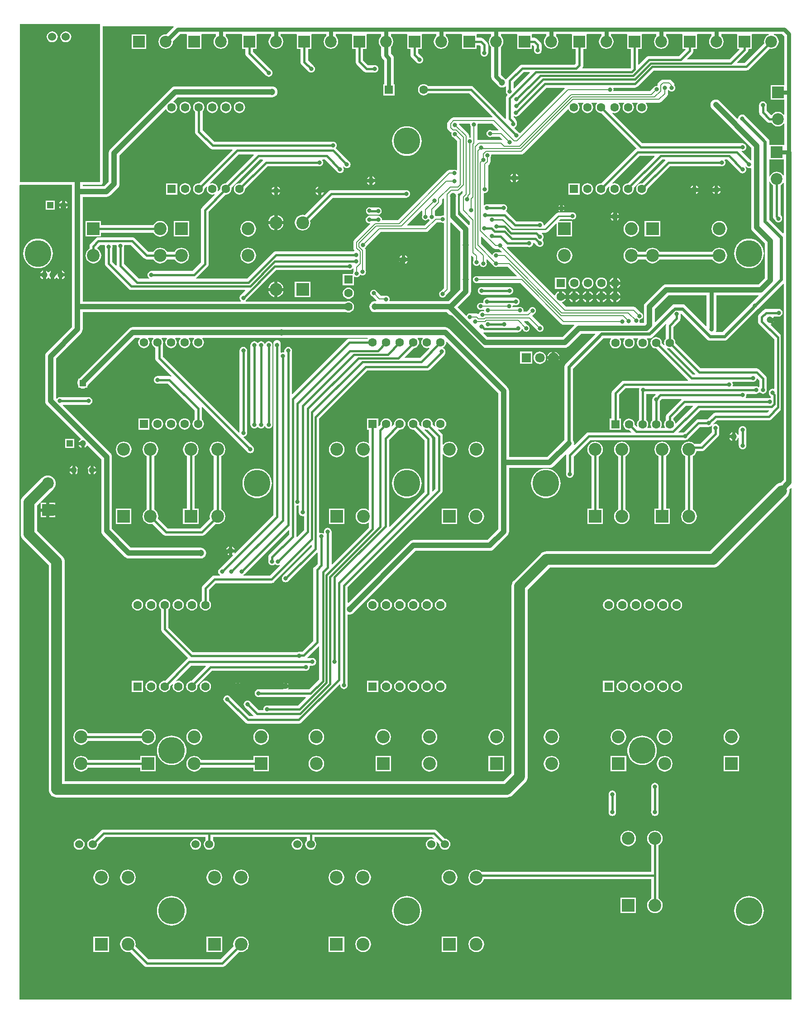
<source format=gtl>
G04*
G04 #@! TF.GenerationSoftware,Altium Limited,Altium Designer,20.0.10 (225)*
G04*
G04 Layer_Physical_Order=1*
G04 Layer_Color=255*
%FSLAX44Y44*%
%MOMM*%
G71*
G01*
G75*
%ADD12C,0.2000*%
%ADD14C,0.2540*%
%ADD31C,0.6000*%
%ADD32C,0.4000*%
%ADD33C,0.8000*%
%ADD34C,1.0000*%
%ADD35C,2.0000*%
%ADD36R,1.2000X1.2000*%
%ADD37C,1.2000*%
%ADD38C,5.0000*%
%ADD39C,0.8000*%
%ADD40R,2.2000X2.2000*%
%ADD41C,2.2000*%
%ADD42R,2.4000X2.4000*%
%ADD43C,2.4000*%
%ADD44C,1.5240*%
%ADD45R,2.2000X2.2000*%
%ADD46R,1.8000X1.8000*%
%ADD47C,1.8000*%
%ADD48R,2.4000X2.4000*%
%ADD49C,1.6000*%
%ADD50R,1.6000X1.6000*%
%ADD51R,1.6000X1.6000*%
G36*
X1435922Y1806240D02*
Y1714540D01*
X1410460D01*
Y1687460D01*
X1435922D01*
Y1659790D01*
X1434652Y1659359D01*
X1433657Y1660657D01*
X1430828Y1662827D01*
X1427534Y1664191D01*
X1424000Y1664657D01*
X1420465Y1664191D01*
X1417171Y1662827D01*
X1414343Y1660657D01*
X1412562Y1658336D01*
X1411193Y1658274D01*
X1403060Y1666406D01*
Y1677000D01*
X1402820Y1678828D01*
X1402115Y1680530D01*
X1400992Y1681993D01*
X1399530Y1683115D01*
X1397827Y1683820D01*
X1396000Y1684061D01*
X1394173Y1683820D01*
X1392470Y1683115D01*
X1391008Y1681993D01*
X1389886Y1680530D01*
X1389180Y1678828D01*
X1388940Y1677000D01*
Y1663482D01*
X1389180Y1661655D01*
X1389886Y1659952D01*
X1391008Y1658489D01*
X1403489Y1646008D01*
X1404952Y1644886D01*
X1406655Y1644180D01*
X1408482Y1643940D01*
X1412351D01*
X1414343Y1641343D01*
X1417171Y1639173D01*
X1420465Y1637809D01*
X1424000Y1637343D01*
X1427534Y1637809D01*
X1430828Y1639173D01*
X1433657Y1641343D01*
X1434652Y1642641D01*
X1435922Y1642210D01*
Y1603652D01*
X1435540Y1602540D01*
X1408460D01*
X1408069Y1603648D01*
Y1608931D01*
X1407794Y1611019D01*
X1406988Y1612966D01*
X1405706Y1614637D01*
X1363156Y1657187D01*
X1361484Y1658469D01*
X1359538Y1659275D01*
X1357450Y1659550D01*
X1357450D01*
X1355361Y1659275D01*
X1353415Y1658469D01*
X1351744Y1657187D01*
X1350462Y1655516D01*
X1349656Y1653569D01*
X1349498Y1652374D01*
X1348157Y1651919D01*
X1315232Y1684845D01*
X1313143Y1686447D01*
X1310710Y1687455D01*
X1308100Y1687799D01*
X1305490Y1687455D01*
X1303057Y1686447D01*
X1300968Y1684845D01*
X1299365Y1682756D01*
X1298357Y1680323D01*
X1298014Y1677713D01*
X1298357Y1675102D01*
X1299365Y1672669D01*
X1300968Y1670580D01*
X1374214Y1597335D01*
Y1574306D01*
X1373040Y1573819D01*
X1356339Y1590520D01*
X1356826Y1591694D01*
X1358246D01*
X1360073Y1591934D01*
X1361776Y1592640D01*
X1363238Y1593762D01*
X1364360Y1595224D01*
X1365066Y1596927D01*
X1365306Y1598754D01*
X1365066Y1600582D01*
X1364360Y1602284D01*
X1363238Y1603747D01*
X1361776Y1604869D01*
X1360073Y1605574D01*
X1358246Y1605815D01*
X1170570D01*
X1114294Y1662091D01*
X1115014Y1663167D01*
X1116036Y1662744D01*
X1118788Y1662382D01*
X1121539Y1662744D01*
X1124103Y1663806D01*
X1126305Y1665495D01*
X1127994Y1667697D01*
X1129056Y1670261D01*
X1129418Y1673013D01*
X1129056Y1675764D01*
X1127994Y1678328D01*
X1126305Y1680530D01*
X1126213Y1680600D01*
X1126621Y1681803D01*
X1136354D01*
X1136762Y1680600D01*
X1136670Y1680530D01*
X1134981Y1678328D01*
X1133919Y1675764D01*
X1133557Y1673013D01*
X1133919Y1670261D01*
X1134981Y1667697D01*
X1136670Y1665495D01*
X1138872Y1663806D01*
X1141436Y1662744D01*
X1144187Y1662382D01*
X1146939Y1662744D01*
X1149503Y1663806D01*
X1151705Y1665495D01*
X1153394Y1667697D01*
X1154456Y1670261D01*
X1154818Y1673013D01*
X1154456Y1675764D01*
X1153394Y1678328D01*
X1151705Y1680530D01*
X1151613Y1680600D01*
X1152021Y1681803D01*
X1161753D01*
X1162162Y1680600D01*
X1162070Y1680530D01*
X1160381Y1678328D01*
X1159319Y1675764D01*
X1158957Y1673013D01*
X1159319Y1670261D01*
X1160381Y1667697D01*
X1162070Y1665495D01*
X1164272Y1663806D01*
X1166836Y1662744D01*
X1169587Y1662382D01*
X1172339Y1662744D01*
X1174903Y1663806D01*
X1177105Y1665495D01*
X1178794Y1667697D01*
X1179856Y1670261D01*
X1180218Y1673013D01*
X1179856Y1675764D01*
X1178794Y1678328D01*
X1177105Y1680530D01*
X1177013Y1680600D01*
X1177421Y1681803D01*
X1201920D01*
X1204261Y1682268D01*
X1206246Y1683594D01*
X1217176Y1694524D01*
X1218502Y1696509D01*
X1218968Y1698850D01*
Y1705129D01*
X1220238Y1705560D01*
X1220886Y1704716D01*
X1222252Y1703667D01*
X1223843Y1703008D01*
X1225550Y1702784D01*
X1227257Y1703008D01*
X1228848Y1703667D01*
X1230214Y1704716D01*
X1231263Y1706082D01*
X1231922Y1707673D01*
X1232146Y1709380D01*
X1231922Y1711087D01*
X1231263Y1712678D01*
X1230519Y1713647D01*
Y1715199D01*
X1230054Y1717540D01*
X1228728Y1719525D01*
X1224926Y1723326D01*
X1222942Y1724652D01*
X1220601Y1725117D01*
X1209000D01*
X1206659Y1724652D01*
X1204674Y1723326D01*
X1200587Y1719238D01*
X1199261Y1717254D01*
X1198795Y1714913D01*
Y1714200D01*
X1197525Y1713087D01*
X1196975Y1713159D01*
X1195268Y1712934D01*
X1193677Y1712275D01*
X1192311Y1711227D01*
X1191262Y1709861D01*
X1191008Y1709247D01*
X1184879Y1703118D01*
X1117028D01*
X1116423Y1704023D01*
X1116384Y1704388D01*
X1116596Y1706000D01*
X1116372Y1707707D01*
X1116006Y1708590D01*
X1116811Y1709860D01*
X1156920D01*
X1158747Y1710100D01*
X1160450Y1710806D01*
X1161913Y1711928D01*
X1191885Y1741900D01*
X1364960D01*
X1366787Y1742140D01*
X1368490Y1742845D01*
X1369952Y1743968D01*
X1408755Y1782770D01*
X1412000Y1782343D01*
X1415535Y1782809D01*
X1418828Y1784173D01*
X1421657Y1786343D01*
X1423827Y1789172D01*
X1425191Y1792465D01*
X1425657Y1796000D01*
X1425191Y1799535D01*
X1423827Y1802828D01*
X1421657Y1805657D01*
X1418828Y1807827D01*
X1416836Y1808652D01*
X1417089Y1809922D01*
X1432240D01*
X1435922Y1806240D01*
D02*
G37*
G36*
X1348460Y1809540D02*
Y1782460D01*
X1351816D01*
X1352302Y1781287D01*
X1333575Y1762560D01*
X1254205D01*
X1253719Y1763734D01*
X1263992Y1774008D01*
X1265114Y1775470D01*
X1265820Y1777173D01*
X1266060Y1779000D01*
Y1782460D01*
X1272540D01*
Y1809540D01*
X1273652Y1809922D01*
X1299922D01*
Y1806101D01*
X1299343Y1805657D01*
X1297173Y1802828D01*
X1295809Y1799535D01*
X1295343Y1796000D01*
X1295809Y1792465D01*
X1297173Y1789172D01*
X1299343Y1786343D01*
X1302171Y1784173D01*
X1305465Y1782809D01*
X1309000Y1782343D01*
X1312535Y1782809D01*
X1315828Y1784173D01*
X1318657Y1786343D01*
X1320827Y1789172D01*
X1322191Y1792465D01*
X1322657Y1796000D01*
X1322191Y1799535D01*
X1320827Y1802828D01*
X1318657Y1805657D01*
X1318078Y1806101D01*
Y1809922D01*
X1347348D01*
X1348460Y1809540D01*
D02*
G37*
G36*
X1245460D02*
Y1782460D01*
X1250679D01*
X1251205Y1781190D01*
X1239116Y1769100D01*
X1183289D01*
X1181461Y1768860D01*
X1179759Y1768154D01*
X1178296Y1767032D01*
X1164234Y1752970D01*
X1163060Y1753456D01*
Y1782460D01*
X1169540D01*
Y1809540D01*
X1170651Y1809922D01*
X1196922D01*
Y1806101D01*
X1196343Y1805657D01*
X1194173Y1802828D01*
X1192808Y1799535D01*
X1192343Y1796000D01*
X1192808Y1792465D01*
X1194173Y1789172D01*
X1196343Y1786343D01*
X1199171Y1784173D01*
X1202465Y1782809D01*
X1206000Y1782343D01*
X1209535Y1782809D01*
X1212828Y1784173D01*
X1215657Y1786343D01*
X1217827Y1789172D01*
X1219191Y1792465D01*
X1219657Y1796000D01*
X1219191Y1799535D01*
X1217827Y1802828D01*
X1215657Y1805657D01*
X1215077Y1806101D01*
Y1809922D01*
X1244348D01*
X1245460Y1809540D01*
D02*
G37*
G36*
X1142460D02*
Y1782460D01*
X1148940D01*
Y1746924D01*
X1148075Y1746060D01*
X1058699D01*
X1058240Y1747330D01*
X1059114Y1748470D01*
X1059820Y1750172D01*
X1060060Y1752000D01*
Y1782460D01*
X1066540D01*
Y1809540D01*
X1067651Y1809922D01*
X1093922D01*
Y1806101D01*
X1093343Y1805657D01*
X1091173Y1802828D01*
X1089808Y1799535D01*
X1089343Y1796000D01*
X1089808Y1792465D01*
X1091173Y1789172D01*
X1093343Y1786343D01*
X1096171Y1784173D01*
X1099465Y1782809D01*
X1103000Y1782343D01*
X1106534Y1782809D01*
X1109828Y1784173D01*
X1112657Y1786343D01*
X1114827Y1789172D01*
X1116191Y1792465D01*
X1116657Y1796000D01*
X1116191Y1799535D01*
X1114827Y1802828D01*
X1112657Y1805657D01*
X1112077Y1806101D01*
Y1809922D01*
X1141348D01*
X1142460Y1809540D01*
D02*
G37*
G36*
X1039460D02*
Y1782460D01*
X1045939D01*
Y1754924D01*
X1044075Y1753060D01*
X945900D01*
X944073Y1752820D01*
X942370Y1752115D01*
X940908Y1750992D01*
X917589Y1727674D01*
X916467Y1726212D01*
X916185Y1725531D01*
X914731Y1725339D01*
X914469Y1725681D01*
X906077Y1734073D01*
Y1785899D01*
X906657Y1786343D01*
X908827Y1789172D01*
X910191Y1792465D01*
X910657Y1796000D01*
X910191Y1799535D01*
X908827Y1802828D01*
X906657Y1805657D01*
X906077Y1806101D01*
Y1809922D01*
X935348D01*
X936460Y1809540D01*
X936460Y1808652D01*
Y1782460D01*
X963540D01*
Y1788940D01*
X966076D01*
X967940Y1787076D01*
Y1780000D01*
X968180Y1778173D01*
X968885Y1776470D01*
X970008Y1775007D01*
X971470Y1773885D01*
X973173Y1773180D01*
X975000Y1772940D01*
X976827Y1773180D01*
X978530Y1773885D01*
X979993Y1775007D01*
X981115Y1776470D01*
X981820Y1778173D01*
X982060Y1780000D01*
Y1790000D01*
X981820Y1791827D01*
X981115Y1793530D01*
X979993Y1794992D01*
X973992Y1800992D01*
X972530Y1802115D01*
X970827Y1802820D01*
X969000Y1803060D01*
X963540D01*
X963540Y1809540D01*
X964651Y1809922D01*
X990922D01*
Y1806101D01*
X990343Y1805657D01*
X988173Y1802828D01*
X986808Y1799535D01*
X986343Y1796000D01*
X986808Y1792465D01*
X988173Y1789172D01*
X990343Y1786343D01*
X993171Y1784173D01*
X996465Y1782809D01*
X1000000Y1782343D01*
X1003534Y1782809D01*
X1006828Y1784173D01*
X1009657Y1786343D01*
X1011827Y1789172D01*
X1013191Y1792465D01*
X1013657Y1796000D01*
X1013191Y1799535D01*
X1011827Y1802828D01*
X1009657Y1805657D01*
X1009077Y1806101D01*
Y1809922D01*
X1038348D01*
X1039460Y1809540D01*
D02*
G37*
G36*
X1407164Y1808652D02*
X1405171Y1807827D01*
X1402343Y1805657D01*
X1400173Y1802828D01*
X1398808Y1799535D01*
X1398343Y1796000D01*
X1398770Y1792755D01*
X1362035Y1756020D01*
X1348665D01*
X1348179Y1757194D01*
X1366992Y1776007D01*
X1368114Y1777470D01*
X1368820Y1779173D01*
X1369060Y1781000D01*
Y1782460D01*
X1375540D01*
Y1809540D01*
X1376651Y1809922D01*
X1406911D01*
X1407164Y1808652D01*
D02*
G37*
G36*
X960089Y1737766D02*
X930815Y1708493D01*
X929642Y1708979D01*
Y1719757D01*
X948824Y1738940D01*
X959603D01*
X960089Y1737766D01*
D02*
G37*
G36*
X1085962Y1680600D02*
X1085870Y1680530D01*
X1084181Y1678328D01*
X1083119Y1675764D01*
X1082757Y1673013D01*
X1083119Y1670261D01*
X1084181Y1667697D01*
X1085870Y1665495D01*
X1088072Y1663806D01*
X1090636Y1662744D01*
X1093388Y1662382D01*
X1093958Y1662457D01*
X1159319Y1597097D01*
X1159021Y1595598D01*
X1158522Y1595392D01*
X1157060Y1594270D01*
X1093958Y1531168D01*
X1093388Y1531243D01*
X1090636Y1530881D01*
X1088072Y1529819D01*
X1085870Y1528130D01*
X1084181Y1525928D01*
X1083119Y1523364D01*
X1082757Y1520612D01*
X1083119Y1517861D01*
X1084181Y1515297D01*
X1085870Y1513095D01*
X1088072Y1511406D01*
X1090636Y1510344D01*
X1093388Y1509982D01*
X1096139Y1510344D01*
X1098703Y1511406D01*
X1100905Y1513095D01*
X1102594Y1515297D01*
X1103656Y1517861D01*
X1104018Y1520612D01*
X1103943Y1521183D01*
X1107866Y1525106D01*
X1108942Y1524386D01*
X1108519Y1523364D01*
X1108157Y1520612D01*
X1108519Y1517861D01*
X1109581Y1515297D01*
X1111270Y1513095D01*
X1113472Y1511406D01*
X1116036Y1510344D01*
X1118788Y1509982D01*
X1121539Y1510344D01*
X1124103Y1511406D01*
X1126305Y1513095D01*
X1127994Y1515297D01*
X1129056Y1517861D01*
X1129418Y1520612D01*
X1129056Y1523364D01*
X1127994Y1525928D01*
X1126305Y1528130D01*
X1124103Y1529819D01*
X1121539Y1530881D01*
X1118788Y1531243D01*
X1116036Y1530881D01*
X1115014Y1530458D01*
X1114294Y1531534D01*
X1164977Y1582217D01*
X1192748D01*
X1193234Y1581044D01*
X1143319Y1531129D01*
X1141436Y1530881D01*
X1138872Y1529819D01*
X1136670Y1528130D01*
X1134981Y1525928D01*
X1133919Y1523364D01*
X1133557Y1520612D01*
X1133919Y1517861D01*
X1134981Y1515297D01*
X1136670Y1513095D01*
X1138872Y1511406D01*
X1141436Y1510344D01*
X1144187Y1509982D01*
X1146939Y1510344D01*
X1149503Y1511406D01*
X1151705Y1513095D01*
X1153394Y1515297D01*
X1154456Y1517861D01*
X1154818Y1520612D01*
X1154580Y1522421D01*
X1207837Y1575677D01*
X1212871D01*
X1213397Y1574407D01*
X1170158Y1531168D01*
X1169587Y1531243D01*
X1166836Y1530881D01*
X1164272Y1529819D01*
X1162070Y1528130D01*
X1160381Y1525928D01*
X1159319Y1523364D01*
X1158957Y1520612D01*
X1159319Y1517861D01*
X1160381Y1515297D01*
X1162070Y1513095D01*
X1164272Y1511406D01*
X1166836Y1510344D01*
X1169587Y1509982D01*
X1172339Y1510344D01*
X1174903Y1511406D01*
X1177105Y1513095D01*
X1178794Y1515297D01*
X1179856Y1517861D01*
X1180218Y1520612D01*
X1180143Y1521183D01*
X1221937Y1562977D01*
X1319212D01*
X1321040Y1563218D01*
X1322743Y1563923D01*
X1324205Y1565045D01*
X1325327Y1566507D01*
X1326032Y1568210D01*
X1326273Y1570038D01*
X1326032Y1571865D01*
X1325327Y1573568D01*
X1324683Y1574407D01*
X1325309Y1575677D01*
X1329538D01*
X1351475Y1553740D01*
X1351623Y1553382D01*
X1352745Y1551920D01*
X1352871Y1551794D01*
X1354333Y1550672D01*
X1356036Y1549966D01*
X1357864Y1549726D01*
X1359691Y1549966D01*
X1361394Y1550672D01*
X1362856Y1551794D01*
X1363978Y1553256D01*
X1364684Y1554959D01*
X1364924Y1556786D01*
X1364684Y1558614D01*
X1364629Y1558745D01*
X1364557Y1559290D01*
X1363852Y1560993D01*
X1363029Y1562065D01*
X1363986Y1562904D01*
X1365445Y1561445D01*
X1366907Y1560323D01*
X1368610Y1559618D01*
X1370437Y1559377D01*
X1372265Y1559618D01*
X1372944Y1559899D01*
X1374214Y1559050D01*
Y1448670D01*
X1374557Y1446059D01*
X1375565Y1443627D01*
X1377168Y1441538D01*
X1399914Y1418792D01*
Y1354178D01*
X1387735Y1341999D01*
X1214912D01*
X1212302Y1341655D01*
X1209869Y1340647D01*
X1207780Y1339045D01*
X1176363Y1307627D01*
X1174760Y1305538D01*
X1173752Y1303105D01*
X1173408Y1300495D01*
Y1270086D01*
X1165757D01*
X1164984Y1271356D01*
X1165372Y1272293D01*
X1165596Y1274000D01*
X1165437Y1275209D01*
X1165469Y1275788D01*
X1166394Y1276559D01*
X1167212Y1276667D01*
X1168803Y1277326D01*
X1170169Y1278374D01*
X1171217Y1279740D01*
X1171876Y1281331D01*
X1172101Y1283038D01*
X1171876Y1284746D01*
X1171217Y1286337D01*
X1170169Y1287703D01*
X1168803Y1288751D01*
X1168189Y1289005D01*
X1158869Y1298326D01*
X1156884Y1299652D01*
X1154543Y1300117D01*
X1027871D01*
X1020431Y1307558D01*
X1020848Y1308937D01*
X1022915Y1309793D01*
X1025117Y1311483D01*
X1026807Y1313685D01*
X1027766Y1316000D01*
X1017600D01*
Y1319000D01*
X1014600D01*
Y1329166D01*
X1012284Y1328207D01*
X1010083Y1326517D01*
X1008393Y1324315D01*
X1007537Y1322248D01*
X1006158Y1321831D01*
X917176Y1410813D01*
X917769Y1412016D01*
X918348Y1411940D01*
X957499D01*
X959000Y1411742D01*
X960827Y1411983D01*
X962530Y1412688D01*
X963992Y1413810D01*
X965115Y1415272D01*
X965820Y1416975D01*
X966060Y1418802D01*
X967045Y1419849D01*
X967929Y1419872D01*
X973794Y1414008D01*
X975256Y1412885D01*
X976959Y1412180D01*
X978786Y1411940D01*
X979000D01*
X980827Y1412180D01*
X982530Y1412885D01*
X983992Y1414008D01*
X985115Y1415470D01*
X985820Y1417173D01*
X986060Y1419000D01*
X985820Y1420827D01*
X985115Y1422530D01*
X983992Y1423992D01*
X983811Y1424131D01*
X983794Y1425719D01*
X983992Y1425871D01*
X985115Y1427333D01*
X985820Y1429036D01*
X986060Y1430864D01*
X985820Y1432691D01*
X985115Y1434394D01*
X983992Y1435856D01*
X982415Y1437434D01*
X982901Y1438607D01*
X989000D01*
X991446Y1439094D01*
X993520Y1440480D01*
X1009159Y1456118D01*
X1010332Y1455632D01*
Y1431457D01*
X1039412D01*
Y1460537D01*
X1015238D01*
X1014751Y1461711D01*
X1016648Y1463607D01*
X1038453D01*
X1040000Y1463404D01*
X1041707Y1463628D01*
X1043298Y1464287D01*
X1044664Y1465336D01*
X1045713Y1466702D01*
X1046372Y1468293D01*
X1046596Y1470000D01*
X1046372Y1471707D01*
X1045713Y1473298D01*
X1044664Y1474664D01*
X1043298Y1475713D01*
X1041707Y1476372D01*
X1040000Y1476596D01*
X1038453Y1476393D01*
X1014000D01*
X1014000Y1476393D01*
X1011554Y1475906D01*
X1009480Y1474520D01*
X987248Y1452289D01*
X986045Y1452882D01*
X986060Y1453000D01*
X985820Y1454827D01*
X985115Y1456530D01*
X983992Y1457992D01*
X982530Y1459115D01*
X980827Y1459820D01*
X979000Y1460060D01*
X934925D01*
X918174Y1476811D01*
X916712Y1477933D01*
X915353Y1478496D01*
X915073Y1479485D01*
X915105Y1479906D01*
X915664Y1480336D01*
X916713Y1481702D01*
X917372Y1483293D01*
X917596Y1485000D01*
X917372Y1486707D01*
X916713Y1488298D01*
X915664Y1489664D01*
X914298Y1490713D01*
X913923Y1490868D01*
X913602Y1491115D01*
X911899Y1491820D01*
X910071Y1492060D01*
X880015D01*
X878188Y1491820D01*
X876485Y1491115D01*
X875023Y1489992D01*
X874896Y1489827D01*
X873626Y1490258D01*
Y1512387D01*
X874896Y1513277D01*
X876000Y1513132D01*
X877707Y1513357D01*
X879298Y1514016D01*
X880664Y1515064D01*
X881713Y1516430D01*
X882372Y1518021D01*
X882596Y1519729D01*
X882372Y1521436D01*
X882117Y1522049D01*
Y1564803D01*
X884866Y1567551D01*
X886192Y1569536D01*
X886658Y1571877D01*
Y1579630D01*
X886713Y1579702D01*
X887372Y1581293D01*
X887596Y1583000D01*
X887516Y1583612D01*
X888625Y1584883D01*
X943841D01*
X946182Y1585348D01*
X948167Y1586674D01*
X1031181Y1669689D01*
X1032679Y1669391D01*
X1033381Y1667697D01*
X1035070Y1665495D01*
X1037272Y1663806D01*
X1039836Y1662744D01*
X1042588Y1662382D01*
X1045339Y1662744D01*
X1047903Y1663806D01*
X1050105Y1665495D01*
X1051794Y1667697D01*
X1052856Y1670261D01*
X1053218Y1673013D01*
X1052856Y1675764D01*
X1051794Y1678328D01*
X1050105Y1680530D01*
X1050013Y1680600D01*
X1050422Y1681803D01*
X1060154D01*
X1060562Y1680600D01*
X1060470Y1680530D01*
X1058781Y1678328D01*
X1057719Y1675764D01*
X1057357Y1673013D01*
X1057719Y1670261D01*
X1058781Y1667697D01*
X1060470Y1665495D01*
X1062672Y1663806D01*
X1065236Y1662744D01*
X1067988Y1662382D01*
X1070739Y1662744D01*
X1073303Y1663806D01*
X1075505Y1665495D01*
X1077194Y1667697D01*
X1078256Y1670261D01*
X1078618Y1673013D01*
X1078256Y1675764D01*
X1077194Y1678328D01*
X1075505Y1680530D01*
X1075413Y1680600D01*
X1075822Y1681803D01*
X1085554D01*
X1085962Y1680600D01*
D02*
G37*
G36*
X1025347Y1708686D02*
X941809Y1625148D01*
X940542Y1625231D01*
X940255Y1625605D01*
X931855Y1634005D01*
X932153Y1635503D01*
X932622Y1635697D01*
X934084Y1636819D01*
X935206Y1638282D01*
X935911Y1639985D01*
X936152Y1641812D01*
X935911Y1643639D01*
X935387Y1644906D01*
Y1646214D01*
X935146Y1648041D01*
X934441Y1649744D01*
X933319Y1651206D01*
X929487Y1655038D01*
X929584Y1656075D01*
X930740Y1656614D01*
X930745Y1656611D01*
X932448Y1655905D01*
X934275Y1655665D01*
X936102Y1655905D01*
X937805Y1656611D01*
X939268Y1657733D01*
X991395Y1709860D01*
X1024861D01*
X1025347Y1708686D01*
D02*
G37*
G36*
X293989Y1823827D02*
X279724Y1809562D01*
X279000Y1809657D01*
X275465Y1809191D01*
X272172Y1807827D01*
X269343Y1805657D01*
X267173Y1802828D01*
X265809Y1799535D01*
X265343Y1796000D01*
X265809Y1792465D01*
X267173Y1789172D01*
X269343Y1786343D01*
X272172Y1784173D01*
X275465Y1782809D01*
X279000Y1782343D01*
X282535Y1782809D01*
X285828Y1784173D01*
X288657Y1786343D01*
X290827Y1789172D01*
X292192Y1792465D01*
X292657Y1796000D01*
X292561Y1796724D01*
X305760Y1809922D01*
X317348D01*
X318460Y1809540D01*
X318460Y1808652D01*
Y1782460D01*
X345540D01*
Y1808652D01*
X345540Y1809540D01*
X346652Y1809922D01*
X372922D01*
Y1806101D01*
X372343Y1805657D01*
X370173Y1802828D01*
X368809Y1799535D01*
X368343Y1796000D01*
X368809Y1792465D01*
X370173Y1789172D01*
X372343Y1786343D01*
X375172Y1784173D01*
X378465Y1782809D01*
X382000Y1782343D01*
X385535Y1782809D01*
X388829Y1784173D01*
X391657Y1786343D01*
X393827Y1789172D01*
X395191Y1792465D01*
X395657Y1796000D01*
X395191Y1799535D01*
X393827Y1802828D01*
X391657Y1805657D01*
X391078Y1806101D01*
Y1809922D01*
X420348D01*
X421460Y1809540D01*
X421460Y1808652D01*
Y1782460D01*
X427940D01*
Y1774000D01*
X428180Y1772173D01*
X428885Y1770470D01*
X430008Y1769008D01*
X466758Y1732258D01*
X468220Y1731136D01*
X469923Y1730430D01*
X471750Y1730190D01*
X473577Y1730430D01*
X475280Y1731136D01*
X476743Y1732258D01*
X477864Y1733720D01*
X478570Y1735423D01*
X478810Y1737250D01*
X478570Y1739077D01*
X477864Y1740780D01*
X476743Y1742242D01*
X442060Y1776924D01*
Y1782460D01*
X448540D01*
Y1808652D01*
X448540Y1809540D01*
X449652Y1809922D01*
X475922D01*
Y1806101D01*
X475343Y1805657D01*
X473173Y1802828D01*
X471809Y1799535D01*
X471343Y1796000D01*
X471809Y1792465D01*
X473173Y1789172D01*
X475343Y1786343D01*
X478172Y1784173D01*
X481465Y1782809D01*
X485000Y1782343D01*
X488535Y1782809D01*
X491828Y1784173D01*
X494657Y1786343D01*
X496827Y1789172D01*
X498191Y1792465D01*
X498657Y1796000D01*
X498191Y1799535D01*
X496827Y1802828D01*
X494657Y1805657D01*
X494077Y1806101D01*
Y1809922D01*
X523348D01*
X524460Y1809540D01*
X524460Y1808652D01*
Y1782460D01*
X530940D01*
Y1758000D01*
X531180Y1756173D01*
X531885Y1754470D01*
X533008Y1753008D01*
X546008Y1740007D01*
X547470Y1738885D01*
X549173Y1738180D01*
X551000Y1737940D01*
X552827Y1738180D01*
X554530Y1738885D01*
X555993Y1740007D01*
X557114Y1741470D01*
X557820Y1743173D01*
X558060Y1745000D01*
X557820Y1746827D01*
X557114Y1748530D01*
X555993Y1749992D01*
X545060Y1760925D01*
Y1782460D01*
X551540D01*
Y1808652D01*
X551540Y1809540D01*
X552652Y1809922D01*
X578922D01*
Y1806101D01*
X578343Y1805657D01*
X576173Y1802828D01*
X574809Y1799535D01*
X574343Y1796000D01*
X574809Y1792465D01*
X576173Y1789172D01*
X578343Y1786343D01*
X581172Y1784173D01*
X584465Y1782809D01*
X588000Y1782343D01*
X591535Y1782809D01*
X594828Y1784173D01*
X597657Y1786343D01*
X599827Y1789172D01*
X601191Y1792465D01*
X601657Y1796000D01*
X601191Y1799535D01*
X599827Y1802828D01*
X597657Y1805657D01*
X597078Y1806101D01*
Y1809922D01*
X626348D01*
X627460Y1809540D01*
X627460Y1808652D01*
Y1782460D01*
X633940D01*
Y1758465D01*
X634180Y1756638D01*
X634885Y1754935D01*
X636007Y1753473D01*
X649473Y1740007D01*
X650935Y1738885D01*
X652638Y1738180D01*
X654465Y1737940D01*
X670000D01*
X671827Y1738180D01*
X673530Y1738885D01*
X674993Y1740007D01*
X676115Y1741470D01*
X676820Y1743173D01*
X677060Y1745000D01*
X676820Y1746827D01*
X676115Y1748530D01*
X674993Y1749992D01*
X673530Y1751115D01*
X671827Y1751820D01*
X670000Y1752060D01*
X657390D01*
X648060Y1761390D01*
Y1782460D01*
X654540D01*
Y1808652D01*
X654540Y1809540D01*
X655652Y1809922D01*
X681922D01*
Y1806101D01*
X681343Y1805657D01*
X679173Y1802828D01*
X677809Y1799535D01*
X677343Y1796000D01*
X677809Y1792465D01*
X679173Y1789172D01*
X681343Y1786343D01*
X681922Y1785899D01*
Y1770000D01*
X682232Y1767651D01*
X683139Y1765461D01*
X684581Y1763581D01*
X687422Y1760740D01*
Y1716540D01*
X685960D01*
Y1695460D01*
X707040D01*
Y1716540D01*
X705578D01*
Y1764500D01*
X705268Y1766850D01*
X704361Y1769039D01*
X702919Y1770919D01*
X700078Y1773760D01*
Y1785899D01*
X700657Y1786343D01*
X702827Y1789172D01*
X704192Y1792465D01*
X704657Y1796000D01*
X704192Y1799535D01*
X702827Y1802828D01*
X700657Y1805657D01*
X700078Y1806101D01*
Y1809922D01*
X729348D01*
X730460Y1809540D01*
X730460Y1808652D01*
Y1782460D01*
X736940D01*
Y1771343D01*
X737180Y1769516D01*
X737886Y1767813D01*
X739007Y1766351D01*
X748416Y1756943D01*
X749878Y1755820D01*
X751581Y1755115D01*
X753408Y1754875D01*
X755235Y1755115D01*
X756938Y1755820D01*
X758400Y1756943D01*
X759523Y1758405D01*
X760228Y1760108D01*
X760469Y1761935D01*
X760228Y1763762D01*
X759523Y1765465D01*
X758400Y1766927D01*
X751060Y1774268D01*
Y1782460D01*
X757540D01*
Y1808652D01*
X757540Y1809540D01*
X758652Y1809922D01*
X784922D01*
Y1806101D01*
X784343Y1805657D01*
X782173Y1802828D01*
X780808Y1799535D01*
X780343Y1796000D01*
X780808Y1792465D01*
X782173Y1789172D01*
X784343Y1786343D01*
X787172Y1784173D01*
X790465Y1782809D01*
X794000Y1782343D01*
X797535Y1782809D01*
X800828Y1784173D01*
X803657Y1786343D01*
X805827Y1789172D01*
X807191Y1792465D01*
X807657Y1796000D01*
X807191Y1799535D01*
X805827Y1802828D01*
X803657Y1805657D01*
X803077Y1806101D01*
Y1809922D01*
X832348D01*
X833460Y1809540D01*
X833460Y1808652D01*
Y1782460D01*
X860540D01*
Y1788940D01*
X866076D01*
X867940Y1787076D01*
Y1775000D01*
X868180Y1773173D01*
X868885Y1771470D01*
X870008Y1770008D01*
X871470Y1768885D01*
X873173Y1768180D01*
X875000Y1767940D01*
X876827Y1768180D01*
X878530Y1768885D01*
X879992Y1770008D01*
X881115Y1771470D01*
X881820Y1773173D01*
X882060Y1775000D01*
Y1790000D01*
X881820Y1791827D01*
X881115Y1793530D01*
X879992Y1794992D01*
X873992Y1800992D01*
X872530Y1802115D01*
X870827Y1802820D01*
X869000Y1803060D01*
X860540D01*
X860540Y1809540D01*
X861652Y1809922D01*
X887922D01*
Y1806101D01*
X887343Y1805657D01*
X885173Y1802828D01*
X883808Y1799535D01*
X883343Y1796000D01*
X883808Y1792465D01*
X885173Y1789172D01*
X887343Y1786343D01*
X887922Y1785899D01*
Y1730313D01*
X888232Y1727963D01*
X889138Y1725774D01*
X890581Y1723894D01*
X901631Y1712844D01*
X903511Y1711401D01*
X905701Y1710494D01*
X908050Y1710185D01*
X910399Y1710494D01*
X912589Y1711401D01*
X914251Y1712677D01*
X915521Y1712320D01*
Y1702352D01*
X915762Y1700524D01*
X916467Y1698822D01*
X917589Y1697359D01*
X918009Y1697037D01*
X918092Y1695770D01*
X917345Y1695022D01*
X916223Y1693560D01*
X915518Y1691857D01*
X915277Y1690030D01*
Y1652379D01*
X914875Y1652075D01*
X914047Y1651812D01*
X854867Y1710992D01*
X853405Y1712115D01*
X851702Y1712820D01*
X849875Y1713060D01*
X769368D01*
X769017Y1713517D01*
X766815Y1715207D01*
X764251Y1716269D01*
X761500Y1716631D01*
X758748Y1716269D01*
X756184Y1715207D01*
X753983Y1713517D01*
X752293Y1711315D01*
X751231Y1708752D01*
X750869Y1706000D01*
X751231Y1703248D01*
X752293Y1700685D01*
X753983Y1698483D01*
X756184Y1696793D01*
X758748Y1695731D01*
X761500Y1695369D01*
X764251Y1695731D01*
X766815Y1696793D01*
X769017Y1698483D01*
X769368Y1698940D01*
X846951D01*
X890324Y1655566D01*
X889838Y1654393D01*
X817612D01*
X815271Y1653927D01*
X813286Y1652601D01*
X807503Y1646817D01*
X806177Y1644833D01*
X805711Y1642492D01*
Y1635172D01*
X806177Y1632831D01*
X807503Y1630846D01*
X811779Y1626569D01*
X813764Y1625243D01*
X813799Y1625178D01*
X813587Y1624665D01*
X813362Y1622958D01*
X813587Y1621251D01*
X814246Y1619660D01*
X815294Y1618294D01*
X816660Y1617245D01*
X817273Y1616991D01*
X823883Y1610382D01*
Y1556098D01*
X822613Y1555472D01*
X822298Y1555713D01*
X820707Y1556372D01*
X819000Y1556596D01*
X817293Y1556372D01*
X816679Y1556118D01*
X810000D01*
X807659Y1555652D01*
X805674Y1554326D01*
X713236Y1461888D01*
X684111D01*
X683273Y1462842D01*
X683335Y1463313D01*
X683095Y1465140D01*
X682390Y1466843D01*
X681267Y1468305D01*
X679805Y1469427D01*
X678102Y1470132D01*
X676275Y1470373D01*
X660100D01*
X658273Y1470132D01*
X656570Y1469427D01*
X655108Y1468305D01*
X653986Y1466843D01*
X653280Y1465140D01*
X653040Y1463313D01*
X653280Y1461485D01*
X653986Y1459782D01*
X655108Y1458320D01*
X656570Y1457198D01*
X658273Y1456493D01*
X660100Y1456252D01*
X660858D01*
X661344Y1455079D01*
X631594Y1425329D01*
X630268Y1423345D01*
X629802Y1421004D01*
Y1410160D01*
X630268Y1407819D01*
X631531Y1405929D01*
X631575Y1405765D01*
X631211Y1404422D01*
X630470Y1404115D01*
X630399Y1404060D01*
X485502D01*
X483675Y1403820D01*
X481972Y1403114D01*
X480510Y1401992D01*
X431118Y1352600D01*
X335746D01*
X335494Y1353870D01*
X335530Y1353885D01*
X336992Y1355008D01*
X356992Y1375008D01*
X358115Y1376470D01*
X358820Y1378173D01*
X359060Y1380000D01*
Y1478188D01*
X390929Y1510057D01*
X391500Y1509982D01*
X394252Y1510344D01*
X396815Y1511406D01*
X399017Y1513095D01*
X400707Y1515297D01*
X401769Y1517861D01*
X402131Y1520612D01*
X401893Y1522421D01*
X455149Y1575677D01*
X460184D01*
X460710Y1574407D01*
X417471Y1531168D01*
X416900Y1531243D01*
X414148Y1530881D01*
X411585Y1529819D01*
X409383Y1528130D01*
X407693Y1525928D01*
X406631Y1523364D01*
X406269Y1520612D01*
X406631Y1517861D01*
X407693Y1515297D01*
X409383Y1513095D01*
X411585Y1511406D01*
X414148Y1510344D01*
X416900Y1509982D01*
X419651Y1510344D01*
X422215Y1511406D01*
X424417Y1513095D01*
X426107Y1515297D01*
X427169Y1517861D01*
X427531Y1520612D01*
X427456Y1521183D01*
X469249Y1562977D01*
X566525D01*
X568352Y1563218D01*
X570055Y1563923D01*
X571517Y1565045D01*
X572640Y1566507D01*
X573345Y1568210D01*
X573585Y1570038D01*
X573345Y1571865D01*
X572640Y1573568D01*
X571995Y1574407D01*
X572622Y1575677D01*
X576851D01*
X599646Y1552882D01*
X600058Y1552345D01*
X601520Y1551223D01*
X603223Y1550518D01*
X605050Y1550277D01*
X606877Y1550518D01*
X608580Y1551223D01*
X610042Y1552345D01*
X611165Y1553807D01*
X611870Y1555510D01*
X612110Y1557337D01*
Y1557462D01*
X611870Y1559290D01*
X611165Y1560993D01*
X610342Y1562065D01*
X611299Y1562904D01*
X612758Y1561445D01*
X614220Y1560323D01*
X615923Y1559618D01*
X617750Y1559377D01*
X619577Y1559618D01*
X621280Y1560323D01*
X622743Y1561445D01*
X623865Y1562907D01*
X624570Y1564610D01*
X624810Y1566438D01*
X624570Y1568265D01*
X623865Y1569968D01*
X622743Y1571430D01*
X597117Y1597055D01*
X598040Y1598257D01*
X598745Y1599960D01*
X598985Y1601788D01*
X598745Y1603615D01*
X598040Y1605318D01*
X596917Y1606780D01*
X595455Y1607902D01*
X593752Y1608607D01*
X591925Y1608848D01*
X369425D01*
X347760Y1630512D01*
Y1665145D01*
X348217Y1665495D01*
X349907Y1667697D01*
X350969Y1670261D01*
X351331Y1673013D01*
X350969Y1675764D01*
X349907Y1678328D01*
X348217Y1680530D01*
X346016Y1682219D01*
X343451Y1683281D01*
X340700Y1683643D01*
X337948Y1683281D01*
X335384Y1682219D01*
X333183Y1680530D01*
X331493Y1678328D01*
X330431Y1675764D01*
X330069Y1673013D01*
X330431Y1670261D01*
X331493Y1667697D01*
X333183Y1665495D01*
X333640Y1665145D01*
Y1627587D01*
X333880Y1625760D01*
X334585Y1624057D01*
X335708Y1622595D01*
X361508Y1596795D01*
X362970Y1595673D01*
X364673Y1594968D01*
X366500Y1594727D01*
X403170D01*
X403656Y1593554D01*
X341271Y1531168D01*
X340700Y1531243D01*
X337948Y1530881D01*
X335384Y1529819D01*
X333183Y1528130D01*
X331493Y1525928D01*
X330431Y1523364D01*
X330069Y1520612D01*
X330431Y1517861D01*
X331493Y1515297D01*
X333183Y1513095D01*
X335384Y1511406D01*
X337948Y1510344D01*
X340700Y1509982D01*
X343451Y1510344D01*
X346016Y1511406D01*
X348217Y1513095D01*
X349907Y1515297D01*
X350969Y1517861D01*
X351331Y1520612D01*
X351256Y1521183D01*
X355178Y1525106D01*
X356255Y1524386D01*
X355831Y1523364D01*
X355469Y1520612D01*
X355831Y1517861D01*
X356893Y1515297D01*
X358583Y1513095D01*
X360784Y1511406D01*
X363349Y1510344D01*
X366100Y1509982D01*
X368852Y1510344D01*
X369874Y1510767D01*
X370593Y1509691D01*
X347008Y1486105D01*
X345886Y1484643D01*
X345180Y1482940D01*
X344940Y1481113D01*
Y1382924D01*
X329076Y1367060D01*
X252050D01*
X250222Y1366820D01*
X248519Y1366115D01*
X247057Y1364992D01*
X245935Y1363530D01*
X245230Y1361827D01*
X244989Y1360000D01*
X245230Y1358173D01*
X245935Y1356470D01*
X247057Y1355008D01*
X248519Y1353885D01*
X248556Y1353870D01*
X248304Y1352600D01*
X228385D01*
X201060Y1379924D01*
Y1414000D01*
X200972Y1414670D01*
X202086Y1415940D01*
X213076D01*
X238011Y1391005D01*
X239473Y1389883D01*
X241176Y1389177D01*
X243003Y1388937D01*
X255706D01*
X255818Y1388664D01*
X258149Y1385627D01*
X261186Y1383296D01*
X264723Y1381831D01*
X268519Y1381331D01*
X272315Y1381831D01*
X275852Y1383296D01*
X278889Y1385627D01*
X281220Y1388664D01*
X281333Y1388937D01*
X295314D01*
X295427Y1388665D01*
X297758Y1385627D01*
X300795Y1383297D01*
X304332Y1381832D01*
X308128Y1381332D01*
X311923Y1381832D01*
X315460Y1383297D01*
X318498Y1385627D01*
X320828Y1388665D01*
X322294Y1392202D01*
X322793Y1395997D01*
X322294Y1399793D01*
X320828Y1403330D01*
X318498Y1406367D01*
X315460Y1408698D01*
X311923Y1410163D01*
X308128Y1410663D01*
X304332Y1410163D01*
X300795Y1408698D01*
X297758Y1406367D01*
X295427Y1403330D01*
X295314Y1403058D01*
X281332D01*
X281220Y1403330D01*
X278889Y1406367D01*
X275852Y1408698D01*
X272315Y1410163D01*
X268519Y1410663D01*
X264723Y1410163D01*
X261186Y1408698D01*
X258149Y1406367D01*
X255818Y1403330D01*
X255706Y1403057D01*
X245928D01*
X220992Y1427992D01*
X219530Y1429115D01*
X217827Y1429820D01*
X216000Y1430060D01*
X153000D01*
X151173Y1429820D01*
X149470Y1429115D01*
X148008Y1427992D01*
X138527Y1418512D01*
X137405Y1417049D01*
X136699Y1415346D01*
X136459Y1413519D01*
Y1408810D01*
X136186Y1408698D01*
X133149Y1406367D01*
X130818Y1403330D01*
X129353Y1399793D01*
X128854Y1395997D01*
X129353Y1392201D01*
X130818Y1388664D01*
X133149Y1385627D01*
X136186Y1383296D01*
X139723Y1381831D01*
X143519Y1381331D01*
X147315Y1381831D01*
X150852Y1383296D01*
X153889Y1385627D01*
X156220Y1388664D01*
X157685Y1392201D01*
X158184Y1395997D01*
X157685Y1399793D01*
X156220Y1403330D01*
X153889Y1406367D01*
X150852Y1408698D01*
X150579Y1408810D01*
Y1410594D01*
X155925Y1415940D01*
X164515D01*
X165363Y1414670D01*
X165180Y1414228D01*
X164940Y1412401D01*
Y1381000D01*
X165180Y1379173D01*
X165886Y1377470D01*
X167008Y1376008D01*
X209008Y1334008D01*
X210470Y1332885D01*
X212173Y1332180D01*
X214000Y1331940D01*
X427295D01*
X427781Y1330766D01*
X419008Y1321992D01*
X419007Y1321992D01*
X417886Y1320530D01*
X417180Y1318827D01*
X416940Y1317000D01*
X417180Y1315173D01*
X417886Y1313470D01*
X419007Y1312008D01*
X419645Y1311519D01*
X419213Y1310249D01*
X123655Y1310249D01*
Y1505838D01*
X168137D01*
X170747Y1506182D01*
X173180Y1507189D01*
X175269Y1508792D01*
X189695Y1523218D01*
X191297Y1525307D01*
X192305Y1527740D01*
X192649Y1530350D01*
Y1583474D01*
X278602Y1669427D01*
X280100Y1669129D01*
X280693Y1667697D01*
X282383Y1665495D01*
X284585Y1663806D01*
X287148Y1662744D01*
X289900Y1662382D01*
X292652Y1662744D01*
X295215Y1663806D01*
X297417Y1665495D01*
X299107Y1667697D01*
X300169Y1670261D01*
X300531Y1673013D01*
X300169Y1675764D01*
X299107Y1678328D01*
X297417Y1680530D01*
X295215Y1682219D01*
X293783Y1682812D01*
X293485Y1684310D01*
X301089Y1691914D01*
X478050D01*
X480660Y1692257D01*
X483093Y1693265D01*
X485182Y1694868D01*
X486785Y1696957D01*
X487792Y1699389D01*
X488136Y1702000D01*
X487792Y1704610D01*
X486785Y1707043D01*
X485182Y1709132D01*
X483093Y1710735D01*
X480660Y1711743D01*
X478050Y1712086D01*
X296911D01*
X294300Y1711743D01*
X291868Y1710735D01*
X289778Y1709132D01*
X175430Y1594784D01*
X173827Y1592695D01*
X172820Y1590262D01*
X172476Y1587652D01*
Y1534528D01*
X163959Y1526010D01*
X123655D01*
Y1528190D01*
X156275D01*
X158226Y1528578D01*
X159880Y1529683D01*
X160985Y1531337D01*
X161373Y1533288D01*
X161373Y1825000D01*
X293503D01*
X293989Y1823827D01*
D02*
G37*
G36*
X901183Y1631303D02*
X900697Y1630130D01*
X888146D01*
X887532Y1630384D01*
X885825Y1630609D01*
X884118Y1630384D01*
X882527Y1629725D01*
X881161Y1628677D01*
X880112Y1627311D01*
X879453Y1625720D01*
X879229Y1624012D01*
X879453Y1622305D01*
X880112Y1620714D01*
X881161Y1619348D01*
X882527Y1618300D01*
X884118Y1617641D01*
X885825Y1617416D01*
X887532Y1617641D01*
X888146Y1617895D01*
X903929D01*
X908876Y1612948D01*
X908250Y1611777D01*
X906540Y1612117D01*
X865000D01*
X863008Y1611721D01*
X861738Y1612447D01*
Y1639794D01*
X861861Y1640735D01*
X861800Y1641203D01*
X862637Y1642157D01*
X890329D01*
X901183Y1631303D01*
D02*
G37*
G36*
X848730Y1641203D02*
X848669Y1640735D01*
X848893Y1639028D01*
X849502Y1637557D01*
Y1617097D01*
X848548Y1616260D01*
X848080Y1616321D01*
X847612Y1616260D01*
X846657Y1617097D01*
Y1619460D01*
X846192Y1621801D01*
X844866Y1623786D01*
X827667Y1640984D01*
X828153Y1642157D01*
X847893D01*
X848730Y1641203D01*
D02*
G37*
G36*
X1434914Y1546306D02*
X1433644Y1546067D01*
X1431657Y1548657D01*
X1428828Y1550827D01*
X1425535Y1552191D01*
X1422000Y1552657D01*
X1418465Y1552191D01*
X1415171Y1550827D01*
X1412343Y1548657D01*
X1410173Y1545828D01*
X1409339Y1543816D01*
X1408069Y1544068D01*
Y1574352D01*
X1408460Y1575460D01*
X1434914D01*
Y1546306D01*
D02*
G37*
G36*
X156275Y1533288D02*
X6275D01*
X6275Y1828663D01*
X156275D01*
X156275Y1533288D01*
D02*
G37*
G36*
X443531Y1584029D02*
X390632Y1531129D01*
X388749Y1530881D01*
X386185Y1529819D01*
X383983Y1528130D01*
X382293Y1525928D01*
X381231Y1523364D01*
X380869Y1520612D01*
X380944Y1520042D01*
X377022Y1516119D01*
X375945Y1516839D01*
X376369Y1517861D01*
X376731Y1520612D01*
X376369Y1523364D01*
X375307Y1525928D01*
X373617Y1528130D01*
X371415Y1529819D01*
X368852Y1530881D01*
X366100Y1531243D01*
X363349Y1530881D01*
X362326Y1530458D01*
X361607Y1531534D01*
X415275Y1585202D01*
X443045D01*
X443531Y1584029D01*
D02*
G37*
G36*
X799278Y1501967D02*
Y1471483D01*
X798008Y1470526D01*
X797052Y1470652D01*
X795345Y1470428D01*
X794731Y1470173D01*
X783839D01*
X783621Y1470130D01*
X782596Y1471210D01*
Y1479843D01*
X793866Y1491114D01*
X795192Y1493098D01*
X795658Y1495439D01*
Y1500006D01*
X798105Y1502453D01*
X799278Y1501967D01*
D02*
G37*
G36*
X834423Y1516112D02*
Y1513074D01*
X831160Y1509812D01*
X829834Y1507827D01*
X829368Y1505486D01*
Y1480472D01*
X829834Y1478131D01*
X831160Y1476146D01*
X847598Y1459708D01*
Y1453462D01*
X846329Y1452936D01*
X826086Y1473178D01*
Y1507000D01*
X825743Y1509610D01*
X825239Y1510827D01*
X825702Y1511520D01*
X826163Y1511915D01*
X828341Y1512348D01*
X830326Y1513674D01*
X833249Y1516598D01*
X834423Y1516112D01*
D02*
G37*
G36*
X758677Y1479366D02*
Y1470721D01*
X758422Y1470107D01*
X758198Y1468400D01*
X758422Y1466693D01*
X759081Y1465102D01*
X760130Y1463736D01*
X761496Y1462687D01*
X763087Y1462028D01*
X764794Y1461804D01*
X766501Y1462028D01*
X768092Y1462687D01*
X769458Y1463736D01*
X769836Y1464227D01*
X771436D01*
X771814Y1463736D01*
X772525Y1463190D01*
X772726Y1461594D01*
X763249Y1452117D01*
X731428D01*
X730942Y1453291D01*
X757503Y1479852D01*
X758677Y1479366D01*
D02*
G37*
G36*
X1410173Y1532172D02*
X1412343Y1529343D01*
X1414940Y1527351D01*
Y1469083D01*
X1415180Y1467255D01*
X1415885Y1465552D01*
X1417007Y1464090D01*
X1418361Y1462737D01*
X1418885Y1461470D01*
X1420007Y1460007D01*
X1421470Y1458885D01*
X1423173Y1458180D01*
X1425000Y1457940D01*
X1426827Y1458180D01*
X1428530Y1458885D01*
X1429992Y1460007D01*
X1431115Y1461470D01*
X1431820Y1463173D01*
X1432060Y1465000D01*
Y1466082D01*
X1431820Y1467910D01*
X1431115Y1469613D01*
X1429992Y1471075D01*
X1429060Y1472007D01*
Y1527351D01*
X1431657Y1529343D01*
X1433644Y1531933D01*
X1434914Y1531694D01*
Y1438157D01*
X1433740Y1437671D01*
X1408069Y1463342D01*
Y1533932D01*
X1409339Y1534184D01*
X1410173Y1532172D01*
D02*
G37*
G36*
X891759Y1410137D02*
X893743Y1408811D01*
X896084Y1408345D01*
X902341D01*
X907508Y1403178D01*
X907022Y1402005D01*
X899258D01*
X898645Y1402259D01*
X896937Y1402484D01*
X895230Y1402259D01*
X893639Y1401600D01*
X892273Y1400552D01*
X891225Y1399186D01*
X890668Y1397842D01*
X889392Y1397321D01*
X868914Y1417800D01*
Y1431322D01*
X870087Y1431808D01*
X891759Y1410137D01*
D02*
G37*
G36*
X187028Y1414670D02*
X186940Y1414000D01*
Y1377841D01*
X185670Y1377315D01*
X179060Y1383925D01*
Y1410730D01*
X179119Y1410873D01*
X179360Y1412700D01*
X179119Y1414528D01*
X178972Y1414884D01*
X179678Y1415940D01*
X185914D01*
X187028Y1414670D01*
D02*
G37*
G36*
X854218Y1392495D02*
Y1385668D01*
X853963Y1385055D01*
X853739Y1383347D01*
X853963Y1381640D01*
X854622Y1380049D01*
X855671Y1378683D01*
X857037Y1377635D01*
X858628Y1376976D01*
X860335Y1376751D01*
X862042Y1376976D01*
X863633Y1377635D01*
X864999Y1378683D01*
X865401Y1379206D01*
X865605Y1379243D01*
X866818Y1378968D01*
X867287Y1377836D01*
X868336Y1376470D01*
X869702Y1375421D01*
X871293Y1374763D01*
X873000Y1374538D01*
X874707Y1374763D01*
X876298Y1375421D01*
X877664Y1376470D01*
X878713Y1377836D01*
X879372Y1379427D01*
X879596Y1381134D01*
X879372Y1382841D01*
X879118Y1383455D01*
Y1388634D01*
X880291Y1389120D01*
X890971Y1378440D01*
X891225Y1377827D01*
X892273Y1376461D01*
X893639Y1375412D01*
X895230Y1374753D01*
X896937Y1374529D01*
X898645Y1374753D01*
X899258Y1375007D01*
X918762D01*
X935478Y1358291D01*
X934992Y1357117D01*
X862472D01*
X861707Y1357434D01*
X860000Y1357659D01*
X858293Y1357434D01*
X856702Y1356775D01*
X855336Y1355727D01*
X854287Y1354361D01*
X853628Y1352770D01*
X853404Y1351062D01*
X853628Y1349355D01*
X854287Y1347764D01*
X855336Y1346398D01*
X856702Y1345350D01*
X858293Y1344691D01*
X860000Y1344466D01*
X861707Y1344691D01*
X862170Y1344883D01*
X942466D01*
X1018980Y1268368D01*
X1020965Y1267042D01*
X1023306Y1266576D01*
X1042690D01*
X1043176Y1265403D01*
X1021347Y1243574D01*
X880478D01*
X873217Y1250835D01*
X873810Y1252038D01*
X875163Y1251860D01*
X935837D01*
X937665Y1252100D01*
X939368Y1252805D01*
X939890Y1253206D01*
X941530Y1253885D01*
X942992Y1255007D01*
X944115Y1256470D01*
X944691Y1257861D01*
X945993Y1258355D01*
X947375Y1256974D01*
X947487Y1256702D01*
X948536Y1255336D01*
X949902Y1254287D01*
X951493Y1253628D01*
X953200Y1253404D01*
X954907Y1253628D01*
X956498Y1254287D01*
X957864Y1255336D01*
X958913Y1256702D01*
X959572Y1258293D01*
X959796Y1260000D01*
X959572Y1261707D01*
X958913Y1263298D01*
X957864Y1264664D01*
X956498Y1265713D01*
X955543Y1266108D01*
X949402Y1272249D01*
X949888Y1273422D01*
X956926D01*
X973033Y1257315D01*
X973287Y1256702D01*
X974336Y1255336D01*
X975702Y1254287D01*
X977293Y1253628D01*
X979000Y1253404D01*
X980707Y1253628D01*
X982298Y1254287D01*
X983664Y1255336D01*
X984713Y1256702D01*
X985372Y1258293D01*
X985596Y1260000D01*
X985372Y1261707D01*
X984713Y1263298D01*
X983664Y1264664D01*
X982298Y1265713D01*
X981685Y1265967D01*
X964152Y1283500D01*
X967685Y1287033D01*
X968298Y1287287D01*
X969664Y1288336D01*
X970713Y1289702D01*
X971372Y1291293D01*
X971596Y1293000D01*
X971372Y1294707D01*
X970713Y1296298D01*
X969664Y1297664D01*
X968298Y1298713D01*
X966707Y1299372D01*
X965000Y1299596D01*
X963293Y1299372D01*
X961702Y1298713D01*
X960336Y1297664D01*
X959287Y1296298D01*
X959033Y1295685D01*
X954464Y1291115D01*
X948898D01*
X947995Y1292385D01*
X948137Y1293460D01*
X947912Y1295167D01*
X947253Y1296758D01*
X946204Y1298124D01*
X944838Y1299173D01*
X943247Y1299832D01*
X941540Y1300056D01*
X939833Y1299832D01*
X939219Y1299577D01*
X928372D01*
X927535Y1300532D01*
X927596Y1301000D01*
X927508Y1301670D01*
X928592Y1302940D01*
X934000D01*
X935827Y1303180D01*
X937530Y1303885D01*
X938992Y1305007D01*
X940115Y1306470D01*
X940820Y1308173D01*
X941060Y1310000D01*
X940820Y1311827D01*
X940115Y1313530D01*
X938992Y1314992D01*
X937530Y1316115D01*
X935827Y1316820D01*
X934000Y1317060D01*
X880000D01*
X878173Y1316820D01*
X876470Y1316115D01*
X875007Y1314992D01*
X873885Y1313530D01*
X873180Y1311827D01*
X872940Y1310000D01*
X873152Y1308388D01*
X872805Y1307611D01*
X872475Y1307117D01*
X870321D01*
X869707Y1307372D01*
X868000Y1307596D01*
X866293Y1307372D01*
X864702Y1306713D01*
X863336Y1305664D01*
X862287Y1304298D01*
X861628Y1302707D01*
X861404Y1301000D01*
X861628Y1299293D01*
X862287Y1297702D01*
X863336Y1296336D01*
X864702Y1295287D01*
X866293Y1294628D01*
X868000Y1294404D01*
X869707Y1294628D01*
X870321Y1294882D01*
X873783D01*
X874709Y1293870D01*
X874640Y1292878D01*
X873595Y1292165D01*
X873514Y1292199D01*
X871686Y1292440D01*
X869859Y1292199D01*
X868156Y1291494D01*
X866694Y1290372D01*
X865572Y1288910D01*
X864891Y1287265D01*
X864762Y1287048D01*
X863578Y1286615D01*
X862834Y1287112D01*
X860493Y1287578D01*
X850321D01*
X849707Y1287832D01*
X848000Y1288056D01*
X846293Y1287832D01*
X844702Y1287173D01*
X843336Y1286124D01*
X842287Y1284758D01*
X841936Y1283911D01*
X840455Y1283597D01*
X824683Y1299369D01*
X846920Y1321605D01*
X848522Y1323694D01*
X849530Y1326127D01*
X849874Y1328737D01*
Y1351062D01*
Y1395179D01*
X851047Y1395665D01*
X854218Y1392495D01*
D02*
G37*
G36*
X1290922Y1264634D02*
X1289749Y1264147D01*
X1251651Y1302246D01*
X1249980Y1303528D01*
X1248034Y1304334D01*
X1245945Y1304609D01*
X1230967D01*
X1228879Y1304334D01*
X1226933Y1303528D01*
X1225262Y1302246D01*
X1194754Y1271738D01*
X1193581Y1272224D01*
Y1296317D01*
X1219090Y1321826D01*
X1290922D01*
Y1264634D01*
D02*
G37*
G36*
X1388335Y1320653D02*
X1375579Y1307897D01*
X1375579Y1307897D01*
X1320751Y1253069D01*
X1309074D01*
X1308225Y1254339D01*
X1308768Y1255650D01*
X1309078Y1258000D01*
Y1321826D01*
X1387848D01*
X1388335Y1320653D01*
D02*
G37*
G36*
X1215082Y1267447D02*
X1214830Y1266840D01*
X1214590Y1265013D01*
Y1240880D01*
X1214133Y1240530D01*
X1212443Y1238328D01*
X1211381Y1235764D01*
X1211019Y1233012D01*
X1211381Y1230261D01*
X1211805Y1229239D01*
X1210728Y1228519D01*
X1206806Y1232442D01*
X1206881Y1233012D01*
X1206519Y1235764D01*
X1205457Y1238328D01*
X1203767Y1240530D01*
X1201565Y1242219D01*
X1199001Y1243281D01*
X1196250Y1243643D01*
X1193499Y1243281D01*
X1190935Y1242219D01*
X1188733Y1240530D01*
X1187043Y1238328D01*
X1185981Y1235764D01*
X1185619Y1233012D01*
X1185981Y1230261D01*
X1187043Y1227697D01*
X1188733Y1225495D01*
X1190935Y1223806D01*
X1193499Y1222744D01*
X1196250Y1222382D01*
X1196821Y1222457D01*
X1256044Y1163234D01*
X1255558Y1162060D01*
X1136000D01*
X1134173Y1161820D01*
X1132470Y1161115D01*
X1131008Y1159992D01*
X1115058Y1144042D01*
X1113935Y1142580D01*
X1113230Y1140877D01*
X1112990Y1139050D01*
Y1091152D01*
X1109510D01*
Y1070072D01*
X1130590D01*
Y1091152D01*
X1127110D01*
Y1136125D01*
X1138924Y1147940D01*
X1164297D01*
X1165002Y1146884D01*
X1164755Y1146287D01*
X1164572Y1144899D01*
X1164393Y1144465D01*
X1164152Y1142637D01*
Y1088758D01*
X1163333Y1088130D01*
X1161643Y1085928D01*
X1160581Y1083364D01*
X1160219Y1080612D01*
X1160581Y1077861D01*
X1161005Y1076839D01*
X1159928Y1076119D01*
X1156006Y1080042D01*
X1156081Y1080612D01*
X1155719Y1083364D01*
X1154657Y1085928D01*
X1152967Y1088130D01*
X1150766Y1089819D01*
X1148202Y1090881D01*
X1145450Y1091243D01*
X1142699Y1090881D01*
X1140135Y1089819D01*
X1137933Y1088130D01*
X1136243Y1085928D01*
X1135181Y1083364D01*
X1134819Y1080612D01*
X1135181Y1077861D01*
X1136243Y1075297D01*
X1137933Y1073095D01*
X1140135Y1071406D01*
X1142699Y1070344D01*
X1145450Y1069982D01*
X1146021Y1070057D01*
X1149844Y1066234D01*
X1149358Y1065060D01*
X1070000D01*
X1068173Y1064820D01*
X1066470Y1064115D01*
X1065007Y1062992D01*
X1043914Y1041899D01*
X1043062Y1042256D01*
X1042763Y1042544D01*
X1043086Y1045000D01*
X1042743Y1047610D01*
X1041735Y1050043D01*
X1041069Y1050911D01*
Y1184658D01*
X1097802Y1241391D01*
X1111678D01*
X1112219Y1240121D01*
X1110843Y1238328D01*
X1109781Y1235764D01*
X1109419Y1233012D01*
X1109781Y1230261D01*
X1110843Y1227697D01*
X1112533Y1225495D01*
X1114734Y1223806D01*
X1117299Y1222744D01*
X1120050Y1222382D01*
X1122802Y1222744D01*
X1125366Y1223806D01*
X1127567Y1225495D01*
X1129257Y1227697D01*
X1130319Y1230261D01*
X1130681Y1233012D01*
X1130319Y1235764D01*
X1129257Y1238328D01*
X1127881Y1240121D01*
X1128422Y1241391D01*
X1137078D01*
X1137619Y1240121D01*
X1136243Y1238328D01*
X1135181Y1235764D01*
X1134819Y1233012D01*
X1135181Y1230261D01*
X1136243Y1227697D01*
X1137933Y1225495D01*
X1140135Y1223806D01*
X1142699Y1222744D01*
X1145450Y1222382D01*
X1148202Y1222744D01*
X1150766Y1223806D01*
X1152967Y1225495D01*
X1154657Y1227697D01*
X1155719Y1230261D01*
X1156081Y1233012D01*
X1155719Y1235764D01*
X1154657Y1238328D01*
X1153281Y1240121D01*
X1153822Y1241391D01*
X1162478D01*
X1163019Y1240121D01*
X1161643Y1238328D01*
X1160581Y1235764D01*
X1160219Y1233012D01*
X1160581Y1230261D01*
X1161643Y1227697D01*
X1163333Y1225495D01*
X1165535Y1223806D01*
X1168099Y1222744D01*
X1170850Y1222382D01*
X1173602Y1222744D01*
X1176165Y1223806D01*
X1178367Y1225495D01*
X1180057Y1227697D01*
X1181119Y1230261D01*
X1181481Y1233012D01*
X1181119Y1235764D01*
X1180057Y1238328D01*
X1178681Y1240121D01*
X1179222Y1241391D01*
X1183887D01*
X1185976Y1241666D01*
X1187922Y1242472D01*
X1189593Y1243754D01*
X1214005Y1268166D01*
X1215082Y1267447D01*
D02*
G37*
G36*
X759806Y1240644D02*
X758393Y1238803D01*
X757331Y1236239D01*
X756969Y1233487D01*
X757331Y1230736D01*
X758393Y1228172D01*
X760083Y1225970D01*
X762284Y1224281D01*
X764848Y1223219D01*
X767600Y1222857D01*
X770351Y1223219D01*
X771374Y1223642D01*
X772093Y1222566D01*
X754208Y1204680D01*
X726325D01*
X725839Y1205854D01*
X742939Y1222954D01*
X744951Y1223219D01*
X747515Y1224281D01*
X749717Y1225970D01*
X751407Y1228172D01*
X752469Y1230736D01*
X752831Y1233487D01*
X752469Y1236239D01*
X751407Y1238803D01*
X749994Y1240644D01*
X750489Y1241914D01*
X759311D01*
X759806Y1240644D01*
D02*
G37*
G36*
X1218898Y1222744D02*
X1221650Y1222382D01*
X1222221Y1222457D01*
X1269631Y1175046D01*
X1269145Y1173873D01*
X1265375D01*
X1217157Y1222091D01*
X1217876Y1223167D01*
X1218898Y1222744D01*
D02*
G37*
G36*
X1389340Y1162900D02*
Y1150684D01*
X1388070Y1150058D01*
X1387230Y1150702D01*
X1385527Y1151407D01*
X1383700Y1151648D01*
X1383216Y1151584D01*
X1340305D01*
X1339599Y1152640D01*
X1339820Y1153173D01*
X1340060Y1155000D01*
X1339820Y1156827D01*
X1339115Y1158530D01*
X1339051Y1158613D01*
X1339613Y1159752D01*
X1377950D01*
X1379777Y1159993D01*
X1381480Y1160698D01*
X1382942Y1161820D01*
X1384064Y1163282D01*
X1384770Y1164985D01*
X1384850Y1165594D01*
X1386191Y1166049D01*
X1389340Y1162900D01*
D02*
G37*
G36*
X1265644Y1114129D02*
X1233278Y1081763D01*
X1232076Y1082171D01*
X1231919Y1083364D01*
X1230857Y1085928D01*
X1229167Y1088130D01*
X1228710Y1088480D01*
Y1091830D01*
X1252182Y1115302D01*
X1265158D01*
X1265644Y1114129D01*
D02*
G37*
G36*
X1243643Y1126732D02*
X1216658Y1099747D01*
X1215536Y1098285D01*
X1214830Y1096582D01*
X1214590Y1094755D01*
Y1088480D01*
X1214133Y1088130D01*
X1212443Y1085928D01*
X1211381Y1083364D01*
X1211019Y1080612D01*
X1211381Y1077861D01*
X1212443Y1075297D01*
X1212871Y1074739D01*
X1212309Y1073600D01*
X1205591D01*
X1205029Y1074739D01*
X1205457Y1075297D01*
X1206519Y1077861D01*
X1206881Y1080612D01*
X1206519Y1083364D01*
X1205457Y1085928D01*
X1203767Y1088130D01*
X1203310Y1088480D01*
Y1124201D01*
X1207112Y1128002D01*
X1243117D01*
X1243643Y1126732D01*
D02*
G37*
G36*
X1195430Y1136290D02*
X1191258Y1132117D01*
X1191258Y1132117D01*
X1190135Y1130655D01*
X1189430Y1128952D01*
X1189190Y1127125D01*
Y1088480D01*
X1188733Y1088130D01*
X1187043Y1085928D01*
X1185981Y1083364D01*
X1185619Y1080612D01*
X1185981Y1077861D01*
X1187043Y1075297D01*
X1187471Y1074739D01*
X1186909Y1073600D01*
X1180191D01*
X1179629Y1074739D01*
X1180057Y1075297D01*
X1181119Y1077861D01*
X1181481Y1080612D01*
X1181119Y1083364D01*
X1180057Y1085928D01*
X1178367Y1088130D01*
X1178273Y1088202D01*
Y1137463D01*
X1194944D01*
X1195430Y1136290D01*
D02*
G37*
G36*
X828868Y1210868D02*
X828868Y1210868D01*
X900914Y1138822D01*
Y1009000D01*
Y884178D01*
X880822Y864086D01*
X742000D01*
X739389Y863743D01*
X736957Y862735D01*
X734868Y861132D01*
X620694Y746958D01*
X619520Y747444D01*
Y776223D01*
X794992Y951695D01*
X796115Y953157D01*
X796820Y954860D01*
X797060Y956687D01*
Y1024091D01*
X798330Y1024522D01*
X799400Y1023128D01*
X802437Y1020797D01*
X805974Y1019332D01*
X809770Y1018832D01*
X813566Y1019332D01*
X817103Y1020797D01*
X820140Y1023128D01*
X822471Y1026165D01*
X823936Y1029702D01*
X824436Y1033498D01*
X823936Y1037294D01*
X822471Y1040831D01*
X820140Y1043868D01*
X817103Y1046199D01*
X813566Y1047664D01*
X809770Y1048164D01*
X805974Y1047664D01*
X802437Y1046199D01*
X799400Y1043868D01*
X798330Y1042474D01*
X797060Y1042905D01*
Y1058688D01*
X796820Y1060515D01*
X796115Y1062218D01*
X794992Y1063680D01*
X788507Y1070166D01*
X789226Y1071242D01*
X790248Y1070819D01*
X793000Y1070457D01*
X795751Y1070819D01*
X798315Y1071881D01*
X800517Y1073570D01*
X802207Y1075772D01*
X803269Y1078336D01*
X803631Y1081087D01*
X803269Y1083839D01*
X802207Y1086403D01*
X800517Y1088605D01*
X798315Y1090294D01*
X795751Y1091356D01*
X793000Y1091718D01*
X790248Y1091356D01*
X787684Y1090294D01*
X785483Y1088605D01*
X783793Y1086403D01*
X782731Y1083839D01*
X782369Y1081087D01*
X782731Y1078336D01*
X783155Y1077314D01*
X782078Y1076594D01*
X778156Y1080517D01*
X778231Y1081087D01*
X777869Y1083839D01*
X776807Y1086403D01*
X775117Y1088605D01*
X772915Y1090294D01*
X770351Y1091356D01*
X767600Y1091718D01*
X764848Y1091356D01*
X762284Y1090294D01*
X760083Y1088605D01*
X758393Y1086403D01*
X757331Y1083839D01*
X756969Y1081087D01*
X757331Y1078336D01*
X757755Y1077314D01*
X756678Y1076594D01*
X752756Y1080517D01*
X752831Y1081087D01*
X752469Y1083839D01*
X751407Y1086403D01*
X749717Y1088605D01*
X747515Y1090294D01*
X744951Y1091356D01*
X742200Y1091718D01*
X739448Y1091356D01*
X736885Y1090294D01*
X734683Y1088605D01*
X732993Y1086403D01*
X731931Y1083839D01*
X731569Y1081087D01*
X731931Y1078336D01*
X732993Y1075772D01*
X734683Y1073570D01*
X736885Y1071881D01*
X739448Y1070819D01*
X742200Y1070457D01*
X742771Y1070532D01*
X762940Y1050363D01*
Y953900D01*
X698232Y889192D01*
X697029Y889785D01*
X697060Y890025D01*
Y1051363D01*
X716229Y1070532D01*
X716800Y1070457D01*
X719551Y1070819D01*
X722115Y1071881D01*
X724317Y1073570D01*
X726007Y1075772D01*
X727069Y1078336D01*
X727431Y1081087D01*
X727069Y1083839D01*
X726007Y1086403D01*
X724317Y1088605D01*
X722115Y1090294D01*
X719551Y1091356D01*
X716800Y1091718D01*
X714048Y1091356D01*
X711485Y1090294D01*
X709283Y1088605D01*
X707593Y1086403D01*
X706531Y1083839D01*
X706169Y1081087D01*
X706244Y1080517D01*
X702322Y1076594D01*
X701245Y1077314D01*
X701669Y1078336D01*
X702031Y1081087D01*
X701669Y1083839D01*
X700607Y1086403D01*
X698917Y1088605D01*
X696715Y1090294D01*
X694152Y1091356D01*
X691400Y1091718D01*
X688649Y1091356D01*
X686085Y1090294D01*
X683883Y1088605D01*
X682193Y1086403D01*
X681131Y1083839D01*
X680769Y1081087D01*
X680844Y1080517D01*
X677713Y1077386D01*
X676540Y1077872D01*
Y1091628D01*
X655460D01*
Y1070547D01*
X658940D01*
Y1045465D01*
X657801Y1044904D01*
X656113Y1046199D01*
X652576Y1047664D01*
X648780Y1048164D01*
X644984Y1047664D01*
X641447Y1046199D01*
X638410Y1043868D01*
X636079Y1040831D01*
X634614Y1037294D01*
X634114Y1033498D01*
X634614Y1029702D01*
X636079Y1026165D01*
X638410Y1023128D01*
X641447Y1020797D01*
X644984Y1019332D01*
X648780Y1018832D01*
X652576Y1019332D01*
X656113Y1020797D01*
X657801Y1022092D01*
X658940Y1021531D01*
Y920465D01*
X657801Y919904D01*
X656113Y921199D01*
X652576Y922664D01*
X648780Y923164D01*
X644984Y922664D01*
X641447Y921199D01*
X638410Y918868D01*
X636079Y915831D01*
X634614Y912294D01*
X634114Y908498D01*
X634614Y904702D01*
X636079Y901165D01*
X638410Y898128D01*
X641447Y895797D01*
X644984Y894332D01*
X648780Y893832D01*
X652576Y894332D01*
X656113Y895797D01*
X657801Y897092D01*
X658940Y896531D01*
Y887447D01*
X590234Y818742D01*
X589060Y819228D01*
Y880000D01*
X588820Y881827D01*
X588115Y883530D01*
X586992Y884992D01*
X585530Y886115D01*
X583827Y886820D01*
X582000Y887060D01*
X580173Y886820D01*
X578470Y886115D01*
X577008Y884992D01*
X575886Y883530D01*
X575180Y881827D01*
X574940Y880000D01*
Y877054D01*
X573670Y876428D01*
X573298Y876713D01*
X571707Y877372D01*
X570000Y877596D01*
X568293Y877372D01*
X567330Y876973D01*
X566060Y877731D01*
Y1091063D01*
X655937Y1180940D01*
X768000D01*
X769827Y1181180D01*
X771530Y1181886D01*
X772992Y1183008D01*
X799993Y1210007D01*
X801115Y1211470D01*
X801820Y1213173D01*
X802060Y1215000D01*
Y1216540D01*
X801820Y1218367D01*
X801115Y1220070D01*
X799993Y1221533D01*
X798530Y1222654D01*
X798119Y1222825D01*
Y1224200D01*
X798315Y1224281D01*
X800517Y1225970D01*
X802207Y1228172D01*
X803269Y1230736D01*
X803631Y1233487D01*
X803506Y1234433D01*
X804709Y1235027D01*
X828868Y1210868D01*
D02*
G37*
G36*
X1407601Y1105589D02*
X1404073Y1102060D01*
X1307125D01*
X1305298Y1101820D01*
X1303595Y1101115D01*
X1302133Y1099992D01*
X1291875Y1089735D01*
X1275675D01*
X1273848Y1089495D01*
X1272145Y1088790D01*
X1270683Y1087667D01*
X1248075Y1065060D01*
X1238205D01*
X1237719Y1066234D01*
X1278247Y1106762D01*
X1407115D01*
X1407601Y1105589D01*
D02*
G37*
G36*
X764848Y1070819D02*
X767600Y1070457D01*
X768171Y1070532D01*
X782940Y1055763D01*
Y959612D01*
X778234Y954906D01*
X777060Y955392D01*
Y1053288D01*
X776820Y1055115D01*
X776115Y1056818D01*
X774993Y1058280D01*
X763107Y1070166D01*
X763826Y1071242D01*
X764848Y1070819D01*
D02*
G37*
G36*
X527884Y928528D02*
X527940Y928491D01*
Y915758D01*
X528180Y913931D01*
X528885Y912228D01*
X530008Y910766D01*
X531470Y909644D01*
X533173Y908939D01*
X535000Y908698D01*
X536670Y908918D01*
X537158Y908779D01*
X537940Y908256D01*
Y882924D01*
X524779Y869764D01*
X523576Y870357D01*
X523600Y870540D01*
Y928171D01*
X524555Y929009D01*
X525080Y928940D01*
X526670Y929149D01*
X527884Y928528D01*
D02*
G37*
G36*
X6275Y1528190D02*
X103483D01*
Y1515924D01*
Y1300162D01*
Y1262022D01*
X56368Y1214907D01*
X54765Y1212818D01*
X53757Y1210386D01*
X53414Y1207775D01*
Y1124298D01*
X53757Y1121688D01*
X54765Y1119255D01*
X56368Y1117166D01*
X120006Y1053528D01*
X119850Y1052262D01*
X119657Y1052082D01*
X117909Y1050741D01*
X116540Y1048957D01*
X115999Y1047650D01*
X124000D01*
Y1044650D01*
X127000D01*
Y1036649D01*
X128307Y1037190D01*
X130091Y1038559D01*
X131432Y1040307D01*
X131612Y1040500D01*
X132878Y1040656D01*
X158189Y1015346D01*
Y881062D01*
X158532Y878452D01*
X159540Y876019D01*
X161143Y873930D01*
X202418Y832655D01*
X204507Y831052D01*
X206940Y830045D01*
X209550Y829701D01*
X344487D01*
X347098Y830045D01*
X349531Y831052D01*
X351620Y832655D01*
X353223Y834744D01*
X354230Y837177D01*
X354574Y839788D01*
X354230Y842398D01*
X353223Y844831D01*
X351620Y846920D01*
X349531Y848522D01*
X347098Y849530D01*
X344487Y849874D01*
X213728D01*
X178361Y885240D01*
Y1019523D01*
X178018Y1022134D01*
X177010Y1024567D01*
X175407Y1026656D01*
X86271Y1115791D01*
X86757Y1116965D01*
X134400D01*
X136227Y1117205D01*
X137930Y1117911D01*
X139392Y1119033D01*
X140514Y1120495D01*
X141220Y1122198D01*
X141460Y1124025D01*
X141220Y1125852D01*
X140514Y1127555D01*
X139392Y1129017D01*
X137930Y1130139D01*
X136227Y1130845D01*
X134400Y1131085D01*
X80500D01*
X78673Y1130845D01*
X76970Y1130139D01*
X75508Y1129017D01*
X74060Y1129015D01*
X73586Y1129451D01*
Y1203597D01*
X120701Y1250712D01*
X122304Y1252801D01*
X123311Y1255233D01*
X123655Y1257844D01*
Y1290076D01*
X617521Y1290076D01*
X617961Y1289894D01*
X620713Y1289532D01*
X623464Y1289894D01*
X626028Y1290956D01*
X628230Y1292645D01*
X629919Y1294847D01*
X630981Y1297411D01*
X631344Y1300163D01*
X630981Y1302914D01*
X629919Y1305478D01*
X628230Y1307680D01*
X626028Y1309369D01*
X623464Y1310431D01*
X620713Y1310793D01*
X617961Y1310431D01*
X617521Y1310249D01*
X428787Y1310249D01*
X428355Y1311519D01*
X428993Y1312008D01*
X485987Y1369002D01*
X623063D01*
X624890Y1369243D01*
X626593Y1369948D01*
X628055Y1371070D01*
X628613Y1371797D01*
X629883Y1371366D01*
Y1364321D01*
X629628Y1363707D01*
X629404Y1362000D01*
X628967Y1361503D01*
X610173D01*
Y1340423D01*
X631253D01*
Y1355798D01*
X632523Y1356425D01*
X632702Y1356287D01*
X634293Y1355628D01*
X636000Y1355404D01*
X637707Y1355628D01*
X639298Y1356287D01*
X640664Y1357336D01*
X641713Y1358702D01*
X642030Y1359468D01*
X643545Y1359906D01*
X643700Y1359787D01*
X645291Y1359128D01*
X646999Y1358903D01*
X648706Y1359128D01*
X650297Y1359787D01*
X651663Y1360835D01*
X652711Y1362201D01*
X653370Y1363792D01*
X653595Y1365499D01*
X653370Y1367207D01*
X653116Y1367820D01*
Y1378622D01*
X653198Y1379030D01*
Y1405421D01*
X652732Y1407762D01*
X651811Y1409140D01*
X651482Y1409876D01*
X652069Y1410879D01*
X652664Y1411336D01*
X653713Y1412702D01*
X653967Y1413315D01*
X680534Y1439883D01*
X765783D01*
X768124Y1440348D01*
X770109Y1441674D01*
X786373Y1457939D01*
X794731D01*
X795345Y1457684D01*
X797052Y1457460D01*
X798008Y1457585D01*
X799278Y1456629D01*
Y1334930D01*
X794315Y1329967D01*
X793702Y1329713D01*
X792336Y1328664D01*
X791287Y1327298D01*
X790628Y1325707D01*
X790404Y1324000D01*
X790628Y1322293D01*
X791287Y1320702D01*
X792336Y1319336D01*
X793702Y1318287D01*
X795293Y1317628D01*
X797000Y1317404D01*
X798707Y1317628D01*
X800298Y1318287D01*
X801664Y1319336D01*
X802713Y1320702D01*
X802967Y1321315D01*
X809721Y1328070D01*
X811048Y1330055D01*
X811513Y1332396D01*
Y1457563D01*
X812687Y1458049D01*
X829701Y1441035D01*
Y1416050D01*
Y1351062D01*
Y1332915D01*
X807604Y1310818D01*
X698162D01*
X697313Y1312088D01*
X697584Y1312743D01*
X697809Y1314450D01*
X697584Y1316157D01*
X696925Y1317748D01*
X695877Y1319114D01*
X694511Y1320163D01*
X692920Y1320822D01*
X691212Y1321046D01*
X691097Y1321031D01*
X690663Y1321118D01*
X681096D01*
X673967Y1328247D01*
X673713Y1328861D01*
X672664Y1330227D01*
X671298Y1331275D01*
X669707Y1331934D01*
X668000Y1332159D01*
X666293Y1331934D01*
X664702Y1331275D01*
X663336Y1330227D01*
X662287Y1328861D01*
X661628Y1327270D01*
X661404Y1325562D01*
X661628Y1323855D01*
X662287Y1322264D01*
X663336Y1320898D01*
X664702Y1319850D01*
X665315Y1319596D01*
X672919Y1311992D01*
X672433Y1310818D01*
X670470D01*
X667859Y1310475D01*
X665427Y1309467D01*
X663338Y1307864D01*
X662868Y1307395D01*
X661265Y1305306D01*
X660257Y1302873D01*
X659914Y1300262D01*
X660257Y1297652D01*
X661265Y1295219D01*
X662868Y1293130D01*
X664957Y1291528D01*
X667390Y1290520D01*
X670000Y1290176D01*
X672610Y1290520D01*
X672915Y1290646D01*
X804877D01*
X869168Y1226355D01*
X871257Y1224753D01*
X873689Y1223745D01*
X876300Y1223401D01*
X1025525D01*
X1028136Y1223745D01*
X1030568Y1224753D01*
X1032657Y1226355D01*
X1056215Y1249914D01*
X1081843D01*
X1082329Y1248740D01*
X1027294Y1193706D01*
X1026012Y1192035D01*
X1025206Y1190088D01*
X1024931Y1188000D01*
Y1051195D01*
X992822Y1019086D01*
X921086D01*
Y1143000D01*
X920743Y1145611D01*
X919735Y1148043D01*
X918132Y1150132D01*
X843132Y1225132D01*
X843132Y1225132D01*
X809132Y1259132D01*
X807043Y1260735D01*
X804611Y1261743D01*
X802000Y1262086D01*
X217000D01*
X214389Y1261743D01*
X211957Y1260735D01*
X209868Y1259132D01*
X116868Y1166132D01*
X116692Y1165902D01*
X115460D01*
Y1164297D01*
X115265Y1164043D01*
X114257Y1161610D01*
X113914Y1159000D01*
Y1157363D01*
X114257Y1154752D01*
X115265Y1152319D01*
X115460Y1152065D01*
Y1148822D01*
X118703D01*
X118957Y1148627D01*
X121390Y1147620D01*
X124000Y1147276D01*
X126610Y1147620D01*
X129043Y1148627D01*
X129297Y1148822D01*
X132540D01*
Y1152065D01*
X132735Y1152319D01*
X133549Y1154285D01*
X221178Y1241914D01*
X229836D01*
X230331Y1240644D01*
X228918Y1238803D01*
X227856Y1236239D01*
X227494Y1233487D01*
X227856Y1230736D01*
X228918Y1228172D01*
X230608Y1225970D01*
X232810Y1224281D01*
X235373Y1223219D01*
X238125Y1222857D01*
X240877Y1223219D01*
X243440Y1224281D01*
X245642Y1225970D01*
X247332Y1228172D01*
X248394Y1230736D01*
X248756Y1233487D01*
X248394Y1236239D01*
X247332Y1238803D01*
X245919Y1240644D01*
X246414Y1241914D01*
X255236D01*
X255731Y1240644D01*
X254318Y1238803D01*
X253256Y1236239D01*
X252894Y1233487D01*
X253256Y1230736D01*
X254318Y1228172D01*
X256008Y1225970D01*
X258209Y1224281D01*
X259452Y1223766D01*
Y1203983D01*
X259693Y1202156D01*
X260398Y1200453D01*
X261520Y1198991D01*
X289458Y1171053D01*
X288739Y1169976D01*
X287577Y1170457D01*
X285750Y1170698D01*
X263525D01*
X261698Y1170457D01*
X259995Y1169752D01*
X258533Y1168630D01*
X257411Y1167168D01*
X256705Y1165465D01*
X256465Y1163637D01*
X256705Y1161810D01*
X257411Y1160107D01*
X258533Y1158645D01*
X259995Y1157523D01*
X261698Y1156818D01*
X263525Y1156577D01*
X282826D01*
X332665Y1106738D01*
Y1088955D01*
X332208Y1088605D01*
X330518Y1086403D01*
X329456Y1083839D01*
X329094Y1081087D01*
X329456Y1078336D01*
X330518Y1075772D01*
X332208Y1073570D01*
X334409Y1071881D01*
X336973Y1070819D01*
X339725Y1070457D01*
X342477Y1070819D01*
X345041Y1071881D01*
X347242Y1073570D01*
X348932Y1075772D01*
X349994Y1078336D01*
X350356Y1081087D01*
X349994Y1083839D01*
X348932Y1086403D01*
X347242Y1088605D01*
X346785Y1088955D01*
Y1109662D01*
X346545Y1111490D01*
X346064Y1112651D01*
X347141Y1113371D01*
X432005Y1028505D01*
X433468Y1027383D01*
X435171Y1026678D01*
X436998Y1026438D01*
X437000D01*
X438827Y1026678D01*
X440530Y1027383D01*
X441992Y1028505D01*
X443115Y1029968D01*
X443820Y1031671D01*
X444060Y1033498D01*
X443820Y1035325D01*
X443115Y1037028D01*
X441992Y1038490D01*
X441983Y1038497D01*
X424523Y1055958D01*
X424978Y1057299D01*
X425827Y1057410D01*
X427530Y1058116D01*
X428992Y1059238D01*
X430115Y1060700D01*
X430820Y1062403D01*
X431060Y1064230D01*
Y1218053D01*
X430820Y1219881D01*
X430115Y1221583D01*
X428992Y1223046D01*
X427530Y1224168D01*
X425827Y1224873D01*
X424000Y1225114D01*
X422173Y1224873D01*
X420470Y1224168D01*
X419007Y1223046D01*
X417886Y1221583D01*
X417180Y1219881D01*
X416940Y1218053D01*
Y1065337D01*
X415670Y1064811D01*
X273573Y1206908D01*
Y1230203D01*
X273794Y1230736D01*
X274156Y1233487D01*
X273794Y1236239D01*
X272732Y1238803D01*
X271319Y1240644D01*
X271814Y1241914D01*
X280636D01*
X281131Y1240644D01*
X279718Y1238803D01*
X278656Y1236239D01*
X278294Y1233487D01*
X278656Y1230736D01*
X279718Y1228172D01*
X281408Y1225970D01*
X283610Y1224281D01*
X286173Y1223219D01*
X288925Y1222857D01*
X291677Y1223219D01*
X294240Y1224281D01*
X296442Y1225970D01*
X298132Y1228172D01*
X299194Y1230736D01*
X299556Y1233487D01*
X299194Y1236239D01*
X298132Y1238803D01*
X296719Y1240644D01*
X297214Y1241914D01*
X306036D01*
X306531Y1240644D01*
X305118Y1238803D01*
X304056Y1236239D01*
X303694Y1233487D01*
X304056Y1230736D01*
X305118Y1228172D01*
X306808Y1225970D01*
X309009Y1224281D01*
X311574Y1223219D01*
X314325Y1222857D01*
X317076Y1223219D01*
X319641Y1224281D01*
X321842Y1225970D01*
X323532Y1228172D01*
X324594Y1230736D01*
X324956Y1233487D01*
X324594Y1236239D01*
X323532Y1238803D01*
X322119Y1240644D01*
X322614Y1241914D01*
X331436D01*
X331931Y1240644D01*
X330518Y1238803D01*
X329456Y1236239D01*
X329094Y1233487D01*
X329456Y1230736D01*
X330518Y1228172D01*
X332208Y1225970D01*
X334409Y1224281D01*
X336973Y1223219D01*
X339725Y1222857D01*
X342477Y1223219D01*
X345041Y1224281D01*
X347242Y1225970D01*
X348932Y1228172D01*
X349994Y1230736D01*
X350356Y1233487D01*
X349994Y1236239D01*
X348932Y1238803D01*
X347519Y1240644D01*
X348014Y1241914D01*
X656275D01*
X656945Y1240644D01*
X656880Y1240548D01*
X622487D01*
X620660Y1240307D01*
X618957Y1239602D01*
X617495Y1238480D01*
X516234Y1137219D01*
X515060Y1137705D01*
Y1218053D01*
X514820Y1219881D01*
X514114Y1221583D01*
X512992Y1223046D01*
X511530Y1224168D01*
X509827Y1224873D01*
X508000Y1225114D01*
X506173Y1224873D01*
X504470Y1224168D01*
X503008Y1223046D01*
X501885Y1221583D01*
X501180Y1219881D01*
X500940Y1218053D01*
Y1215502D01*
X500158Y1214979D01*
X499670Y1214841D01*
X498000Y1215060D01*
X496173Y1214820D01*
X495330Y1214471D01*
X494060Y1215320D01*
Y1230997D01*
X494061Y1231001D01*
X493820Y1232828D01*
X493115Y1234531D01*
X491993Y1235993D01*
X490531Y1237115D01*
X488828Y1237820D01*
X487001Y1238061D01*
X485173Y1237820D01*
X483470Y1237115D01*
X482008Y1235993D01*
X482007Y1235992D01*
X480886Y1234530D01*
X480180Y1232827D01*
X479940Y1231000D01*
Y910612D01*
X408702Y839375D01*
X407626Y840094D01*
X408001Y841000D01*
X403000D01*
Y835999D01*
X403906Y836374D01*
X404625Y835297D01*
X379183Y809855D01*
X378060Y808393D01*
X377355Y806690D01*
X377115Y804863D01*
X377355Y803035D01*
X378060Y801332D01*
X379183Y799870D01*
X380440Y798905D01*
X380329Y798105D01*
X380098Y797635D01*
X369888D01*
X368060Y797395D01*
X366357Y796690D01*
X364895Y795567D01*
X348178Y778850D01*
X347056Y777388D01*
X346350Y775685D01*
X346110Y773857D01*
Y750818D01*
X345653Y750467D01*
X343963Y748266D01*
X342901Y745702D01*
X342539Y742950D01*
X342901Y740199D01*
X343963Y737635D01*
X345653Y735433D01*
X347854Y733743D01*
X350419Y732681D01*
X353170Y732319D01*
X355922Y732681D01*
X358485Y733743D01*
X360687Y735433D01*
X362377Y737635D01*
X363439Y740199D01*
X363801Y742950D01*
X363439Y745702D01*
X362377Y748266D01*
X360687Y750467D01*
X360230Y750818D01*
Y770933D01*
X372812Y783515D01*
X476575D01*
X478402Y783755D01*
X480105Y784461D01*
X481567Y785583D01*
X550766Y854781D01*
X551940Y854295D01*
Y850850D01*
X498303Y797213D01*
X498228Y797155D01*
X497106Y795693D01*
X496400Y793990D01*
X496160Y792162D01*
X496400Y790335D01*
X497106Y788632D01*
X498228Y787170D01*
X499690Y786048D01*
X501393Y785343D01*
X503220Y785102D01*
X503237D01*
X505065Y785343D01*
X506768Y786048D01*
X508230Y787170D01*
X561766Y840706D01*
X562940Y840220D01*
Y819924D01*
X557007Y813992D01*
X555886Y812530D01*
X555180Y810827D01*
X554940Y809000D01*
Y676049D01*
X534416Y655526D01*
X529385D01*
X527558Y655285D01*
X526291Y654760D01*
X329720D01*
X284030Y700450D01*
Y735082D01*
X284487Y735433D01*
X286177Y737635D01*
X287239Y740199D01*
X287601Y742950D01*
X287239Y745702D01*
X286177Y748266D01*
X284487Y750467D01*
X282285Y752157D01*
X279722Y753219D01*
X276970Y753581D01*
X274219Y753219D01*
X271654Y752157D01*
X269453Y750467D01*
X267763Y748266D01*
X266701Y745702D01*
X266339Y742950D01*
X266701Y740199D01*
X267763Y737635D01*
X269453Y735433D01*
X269910Y735082D01*
Y697525D01*
X270150Y695698D01*
X270856Y693995D01*
X271978Y692533D01*
X320284Y644226D01*
X319986Y642728D01*
X319410Y642489D01*
X317948Y641367D01*
X277669Y601089D01*
X276970Y601181D01*
X274219Y600819D01*
X271654Y599757D01*
X269453Y598067D01*
X267763Y595866D01*
X266701Y593302D01*
X266339Y590550D01*
X266701Y587799D01*
X267763Y585234D01*
X269453Y583033D01*
X271654Y581343D01*
X274219Y580281D01*
X276970Y579919D01*
X279722Y580281D01*
X282285Y581343D01*
X284487Y583033D01*
X286177Y585234D01*
X287239Y587799D01*
X287601Y590550D01*
X287543Y590993D01*
X291346Y594796D01*
X292422Y594076D01*
X292101Y593302D01*
X291739Y590550D01*
X292101Y587799D01*
X293163Y585234D01*
X294853Y583033D01*
X297055Y581343D01*
X299618Y580281D01*
X302370Y579919D01*
X305121Y580281D01*
X307686Y581343D01*
X309887Y583033D01*
X311577Y585234D01*
X312639Y587799D01*
X313001Y590550D01*
X312639Y593302D01*
X311577Y595866D01*
X309887Y598067D01*
X307686Y599757D01*
X305121Y600819D01*
X302370Y601181D01*
X299618Y600819D01*
X298844Y600498D01*
X298124Y601575D01*
X325865Y629315D01*
X353490D01*
X353976Y628141D01*
X326902Y601067D01*
X325019Y600819D01*
X322454Y599757D01*
X320253Y598067D01*
X318563Y595866D01*
X317501Y593302D01*
X317139Y590550D01*
X317501Y587799D01*
X318563Y585234D01*
X320253Y583033D01*
X322454Y581343D01*
X325019Y580281D01*
X327770Y579919D01*
X330522Y580281D01*
X333086Y581343D01*
X335287Y583033D01*
X336977Y585234D01*
X338039Y587799D01*
X338401Y590550D01*
X338163Y592358D01*
X365594Y619790D01*
X541320D01*
X543147Y620030D01*
X544850Y620736D01*
X546312Y621857D01*
X547435Y623320D01*
X548140Y625023D01*
X548380Y626850D01*
X548223Y628045D01*
X549127Y629315D01*
X553435D01*
X555262Y629555D01*
X556965Y630261D01*
X558427Y631383D01*
X559549Y632845D01*
X560255Y634548D01*
X560495Y636375D01*
X560255Y638202D01*
X559549Y639905D01*
X558427Y641367D01*
X556965Y642489D01*
X555262Y643195D01*
X553435Y643435D01*
X544091D01*
X543565Y644705D01*
X564766Y665906D01*
X565940Y665420D01*
Y603671D01*
X547179Y584910D01*
X508113D01*
X507682Y586180D01*
X507884Y586336D01*
X508933Y587702D01*
X509056Y588000D01*
X497384D01*
X497507Y587702D01*
X498556Y586336D01*
X498758Y586180D01*
X498327Y584910D01*
X452420D01*
X450593Y584670D01*
X448890Y583965D01*
X447428Y582842D01*
X446306Y581380D01*
X445600Y579677D01*
X445360Y577850D01*
X445600Y576023D01*
X446306Y574320D01*
X447428Y572858D01*
X448890Y571735D01*
X450593Y571030D01*
X452420Y570790D01*
X540648D01*
X541133Y569616D01*
X526265Y554748D01*
X468312D01*
X466485Y554507D01*
X464782Y553802D01*
X463320Y552680D01*
X462198Y551218D01*
X461493Y549515D01*
X461252Y547687D01*
X461321Y547163D01*
X460484Y546208D01*
X452789D01*
X436792Y562205D01*
X435330Y563327D01*
X433627Y564032D01*
X431800Y564273D01*
X429973Y564032D01*
X428270Y563327D01*
X426808Y562205D01*
X425686Y560743D01*
X424980Y559040D01*
X424740Y557212D01*
X424980Y555385D01*
X425686Y553682D01*
X426808Y552220D01*
X442794Y536234D01*
X442308Y535060D01*
X435362D01*
X398692Y571730D01*
X397230Y572852D01*
X395527Y573557D01*
X393700Y573798D01*
X391873Y573557D01*
X390170Y572852D01*
X388708Y571730D01*
X387585Y570268D01*
X386880Y568565D01*
X386640Y566738D01*
X386880Y564910D01*
X387585Y563207D01*
X388708Y561745D01*
X427445Y523008D01*
X428907Y521885D01*
X430610Y521180D01*
X432438Y520940D01*
X528000D01*
X529827Y521180D01*
X531530Y521885D01*
X532993Y523008D01*
X604226Y594241D01*
X605400Y593755D01*
Y592540D01*
X605640Y590713D01*
X606345Y589010D01*
X607467Y587548D01*
X608930Y586426D01*
X610633Y585720D01*
X612460Y585480D01*
X614287Y585720D01*
X615990Y586426D01*
X617453Y587548D01*
X618574Y589010D01*
X619280Y590713D01*
X619520Y592540D01*
X619520Y592541D01*
Y724404D01*
X620790Y725205D01*
X623000Y724914D01*
X625611Y725257D01*
X628043Y726265D01*
X630132Y727868D01*
X746178Y843914D01*
X885000D01*
X887610Y844257D01*
X890043Y845265D01*
X892132Y846868D01*
X918132Y872868D01*
X919735Y874957D01*
X920743Y877390D01*
X921086Y880000D01*
Y998914D01*
X997000D01*
X999611Y999257D01*
X1002043Y1000265D01*
X1004132Y1001868D01*
X1026870Y1024606D01*
X1028073Y1024013D01*
X1027940Y1023000D01*
Y987326D01*
X1028180Y985498D01*
X1028885Y983795D01*
X1030007Y982333D01*
X1031470Y981211D01*
X1033173Y980506D01*
X1035000Y980265D01*
X1036827Y980506D01*
X1038530Y981211D01*
X1039992Y982333D01*
X1041115Y983795D01*
X1041820Y985498D01*
X1042060Y987326D01*
Y1020076D01*
X1072924Y1050940D01*
X1251000D01*
X1252827Y1051180D01*
X1254530Y1051886D01*
X1255993Y1053008D01*
X1278599Y1075615D01*
X1294800D01*
X1296627Y1075855D01*
X1298330Y1076561D01*
X1299792Y1077683D01*
X1300366Y1078256D01*
X1301385Y1077528D01*
X1300680Y1075825D01*
X1300440Y1073998D01*
Y1065949D01*
X1278875Y1044385D01*
X1267441D01*
X1265078Y1046199D01*
X1261541Y1047664D01*
X1257745Y1048164D01*
X1253949Y1047664D01*
X1250412Y1046199D01*
X1247375Y1043868D01*
X1245044Y1040831D01*
X1243579Y1037294D01*
X1243080Y1033498D01*
X1243579Y1029702D01*
X1245044Y1026165D01*
X1247375Y1023128D01*
X1250412Y1020797D01*
X1250685Y1020685D01*
Y921311D01*
X1250412Y921199D01*
X1247375Y918868D01*
X1245044Y915831D01*
X1243579Y912294D01*
X1243080Y908498D01*
X1243579Y904702D01*
X1245044Y901165D01*
X1247375Y898128D01*
X1250412Y895797D01*
X1253949Y894332D01*
X1257745Y893832D01*
X1261541Y894332D01*
X1265078Y895797D01*
X1268115Y898128D01*
X1270446Y901165D01*
X1271911Y904702D01*
X1272411Y908498D01*
X1271911Y912294D01*
X1270446Y915831D01*
X1268115Y918868D01*
X1265078Y921199D01*
X1264805Y921311D01*
Y1020685D01*
X1265078Y1020797D01*
X1268115Y1023128D01*
X1270446Y1026165D01*
X1271911Y1029702D01*
X1271985Y1030264D01*
X1281800D01*
X1283627Y1030505D01*
X1285330Y1031210D01*
X1286792Y1032332D01*
X1312492Y1058033D01*
X1313614Y1059495D01*
X1314320Y1061198D01*
X1314560Y1063025D01*
Y1073998D01*
X1314320Y1075825D01*
X1313614Y1077528D01*
X1312492Y1078990D01*
X1311030Y1080112D01*
X1309327Y1080818D01*
X1307500Y1081058D01*
X1305673Y1080818D01*
X1303970Y1080112D01*
X1303242Y1081132D01*
X1310049Y1087940D01*
X1406997D01*
X1408825Y1088180D01*
X1410528Y1088885D01*
X1411990Y1090007D01*
X1429172Y1107190D01*
X1430294Y1108652D01*
X1431000Y1110355D01*
X1431240Y1112183D01*
Y1242820D01*
X1431000Y1244647D01*
X1430294Y1246350D01*
X1429172Y1247812D01*
X1410499Y1266486D01*
X1410585Y1266738D01*
X1411044Y1267737D01*
X1412982Y1268540D01*
X1414766Y1269909D01*
X1416135Y1271693D01*
X1416676Y1273000D01*
X1408675D01*
Y1279000D01*
X1416676D01*
X1416135Y1280307D01*
X1415717Y1280851D01*
X1416279Y1281990D01*
X1425575D01*
X1427402Y1282230D01*
X1429105Y1282935D01*
X1430567Y1284058D01*
X1431689Y1285520D01*
X1432395Y1287223D01*
X1432635Y1289050D01*
X1432395Y1290877D01*
X1431689Y1292580D01*
X1430567Y1294042D01*
X1429105Y1295164D01*
X1427402Y1295870D01*
X1425575Y1296110D01*
X1402050D01*
X1400223Y1295870D01*
X1398520Y1295164D01*
X1397058Y1294042D01*
X1389008Y1285992D01*
X1387885Y1284530D01*
X1387180Y1282827D01*
X1386940Y1281000D01*
Y1273000D01*
X1387180Y1271173D01*
X1387885Y1269470D01*
X1389008Y1268008D01*
X1417120Y1239895D01*
Y1147428D01*
X1416064Y1146722D01*
X1415827Y1146820D01*
X1414000Y1147060D01*
X1412173Y1146820D01*
X1410470Y1146115D01*
X1409008Y1144993D01*
X1407885Y1143530D01*
X1407180Y1141827D01*
X1406940Y1140000D01*
Y1139297D01*
X1407180Y1137469D01*
X1407885Y1135767D01*
X1409008Y1134304D01*
X1410580Y1132732D01*
Y1130191D01*
X1409625Y1129354D01*
X1409100Y1129423D01*
X1364397D01*
X1363770Y1130693D01*
X1364414Y1131532D01*
X1365120Y1133235D01*
X1365360Y1135062D01*
X1365211Y1136193D01*
X1366143Y1137463D01*
X1383636D01*
X1385464Y1137704D01*
X1387166Y1138409D01*
X1388629Y1139531D01*
X1388692Y1139595D01*
X1389263Y1140339D01*
X1390837D01*
X1391407Y1139595D01*
X1392870Y1138473D01*
X1394573Y1137768D01*
X1396400Y1137527D01*
X1398227Y1137768D01*
X1399930Y1138473D01*
X1401392Y1139595D01*
X1402514Y1141057D01*
X1403220Y1142760D01*
X1403460Y1144587D01*
Y1165825D01*
X1403220Y1167652D01*
X1402514Y1169355D01*
X1401392Y1170817D01*
X1389292Y1182917D01*
X1387830Y1184040D01*
X1386127Y1184745D01*
X1384300Y1184985D01*
X1279662D01*
X1232206Y1232442D01*
X1232281Y1233012D01*
X1231919Y1235764D01*
X1230857Y1238328D01*
X1229167Y1240530D01*
X1228710Y1240880D01*
Y1262088D01*
X1239911Y1273289D01*
X1241033Y1274751D01*
X1241739Y1276454D01*
X1241979Y1278281D01*
Y1287000D01*
X1241934Y1287344D01*
X1243137Y1287937D01*
X1291780Y1239294D01*
X1293451Y1238012D01*
X1295397Y1237206D01*
X1297485Y1236931D01*
X1324093D01*
X1326181Y1237206D01*
X1328127Y1238012D01*
X1329798Y1239294D01*
X1386990Y1296486D01*
X1386990Y1296486D01*
X1433740Y1343236D01*
X1434914Y1342750D01*
Y976178D01*
X1429678Y970942D01*
X1428060Y970783D01*
X1425232Y969925D01*
X1422626Y968532D01*
X1420342Y966658D01*
X1296757Y843073D01*
X991000D01*
X991000Y843073D01*
X988059Y842783D01*
X985232Y841925D01*
X982626Y840532D01*
X980342Y838658D01*
X930342Y788658D01*
X928468Y786374D01*
X927075Y783768D01*
X926217Y780940D01*
X925927Y778000D01*
Y428243D01*
X910757Y413073D01*
X90073D01*
Y823494D01*
X89783Y826435D01*
X88925Y829262D01*
X87532Y831868D01*
X85658Y834152D01*
X38073Y881738D01*
Y928557D01*
X43626Y934110D01*
X44660Y933348D01*
X44660Y932349D01*
Y923000D01*
X55200D01*
Y933540D01*
X45914D01*
X44852Y933540D01*
X44090Y934574D01*
X68858Y959342D01*
X70732Y961626D01*
X72125Y964232D01*
X72983Y967059D01*
X73273Y970000D01*
X72983Y972941D01*
X72125Y975768D01*
X70732Y978374D01*
X68858Y980658D01*
X66574Y982532D01*
X63968Y983925D01*
X61140Y984783D01*
X58200Y985073D01*
X55259Y984783D01*
X52432Y983925D01*
X49826Y982532D01*
X47542Y980658D01*
X12342Y945458D01*
X10468Y943174D01*
X9075Y940568D01*
X8217Y937740D01*
X7927Y934800D01*
Y875495D01*
X8217Y872554D01*
X9075Y869726D01*
X10468Y867121D01*
X12342Y864837D01*
X59927Y817251D01*
Y398000D01*
X60217Y395060D01*
X61075Y392232D01*
X62468Y389626D01*
X64342Y387342D01*
X66626Y385468D01*
X69232Y384075D01*
X72059Y383217D01*
X75000Y382927D01*
X917000D01*
X919940Y383217D01*
X922768Y384075D01*
X925374Y385468D01*
X927658Y387342D01*
X951658Y411342D01*
X953532Y413626D01*
X954925Y416232D01*
X955783Y419059D01*
X956073Y422000D01*
Y771757D01*
X997243Y812927D01*
X1303000D01*
X1305941Y813217D01*
X1308768Y814075D01*
X1311374Y815468D01*
X1313658Y817342D01*
X1441658Y945342D01*
X1443532Y947626D01*
X1444925Y950232D01*
X1445783Y953059D01*
X1446073Y956000D01*
X1445821Y958557D01*
X1448827Y961562D01*
X1450000Y961077D01*
X1450000Y5000D01*
X5000D01*
X5000Y1527442D01*
X5982Y1528248D01*
X6275Y1528190D01*
D02*
G37*
G36*
X509480Y882010D02*
Y873465D01*
X473007Y836992D01*
X471885Y835529D01*
X471179Y833826D01*
X470939Y831999D01*
Y824000D01*
X471179Y822173D01*
X471885Y820470D01*
X473007Y819008D01*
X474469Y817886D01*
X476172Y817180D01*
X477999Y816940D01*
X479826Y817180D01*
X481529Y817886D01*
X482991Y819008D01*
X484008D01*
X485470Y817886D01*
X487173Y817180D01*
X489000Y816940D01*
X490827Y817180D01*
X491804Y817585D01*
X492523Y816508D01*
X473651Y797635D01*
X424764D01*
X424534Y798105D01*
X424423Y798905D01*
X425680Y799870D01*
X508306Y882496D01*
X509480Y882010D01*
D02*
G37*
%LPC*%
G36*
X934000Y1549001D02*
Y1544000D01*
X939001D01*
X938460Y1545307D01*
X937091Y1547091D01*
X935307Y1548460D01*
X934000Y1549001D01*
D02*
G37*
G36*
X928000D02*
X926693Y1548460D01*
X924909Y1547091D01*
X923540Y1545307D01*
X922999Y1544000D01*
X928000D01*
Y1549001D01*
D02*
G37*
G36*
X939001Y1538000D02*
X934000D01*
Y1532999D01*
X935307Y1533540D01*
X937091Y1534909D01*
X938460Y1536693D01*
X939001Y1538000D01*
D02*
G37*
G36*
X928000D02*
X922999D01*
X923540Y1536693D01*
X924909Y1534909D01*
X926693Y1533540D01*
X928000Y1532999D01*
Y1538000D01*
D02*
G37*
G36*
X1312050Y1527001D02*
Y1522000D01*
X1317051D01*
X1316510Y1523307D01*
X1315141Y1525091D01*
X1313357Y1526460D01*
X1312050Y1527001D01*
D02*
G37*
G36*
X1306050D02*
X1304743Y1526460D01*
X1302959Y1525091D01*
X1301590Y1523307D01*
X1301049Y1522000D01*
X1306050D01*
Y1527001D01*
D02*
G37*
G36*
X1271000D02*
Y1522000D01*
X1276001D01*
X1275460Y1523307D01*
X1274091Y1525091D01*
X1272307Y1526460D01*
X1271000Y1527001D01*
D02*
G37*
G36*
X1265000D02*
X1263693Y1526460D01*
X1261909Y1525091D01*
X1260540Y1523307D01*
X1259999Y1522000D01*
X1265000D01*
Y1527001D01*
D02*
G37*
G36*
X1317051Y1516000D02*
X1312050D01*
Y1510999D01*
X1313357Y1511540D01*
X1315141Y1512909D01*
X1316510Y1514693D01*
X1317051Y1516000D01*
D02*
G37*
G36*
X1306050D02*
X1301049D01*
X1301590Y1514693D01*
X1302959Y1512909D01*
X1304743Y1511540D01*
X1306050Y1510999D01*
Y1516000D01*
D02*
G37*
G36*
X1276001D02*
X1271000D01*
Y1510999D01*
X1272307Y1511540D01*
X1274091Y1512909D01*
X1275460Y1514693D01*
X1276001Y1516000D01*
D02*
G37*
G36*
X1265000D02*
X1259999D01*
X1260540Y1514693D01*
X1261909Y1512909D01*
X1263693Y1511540D01*
X1265000Y1510999D01*
Y1516000D01*
D02*
G37*
G36*
X1053128Y1531152D02*
X1032048D01*
Y1510072D01*
X1053128D01*
Y1531152D01*
D02*
G37*
G36*
X1067988Y1531243D02*
X1065236Y1530881D01*
X1062672Y1529819D01*
X1060470Y1528130D01*
X1058781Y1525928D01*
X1057719Y1523364D01*
X1057357Y1520612D01*
X1057719Y1517861D01*
X1058781Y1515297D01*
X1060470Y1513095D01*
X1062672Y1511406D01*
X1065236Y1510344D01*
X1067988Y1509982D01*
X1070739Y1510344D01*
X1073303Y1511406D01*
X1075505Y1513095D01*
X1077194Y1515297D01*
X1078256Y1517861D01*
X1078618Y1520612D01*
X1078256Y1523364D01*
X1077194Y1525928D01*
X1075505Y1528130D01*
X1073303Y1529819D01*
X1070739Y1530881D01*
X1067988Y1531243D01*
D02*
G37*
G36*
X1022000Y1490336D02*
Y1487500D01*
X1024836D01*
X1024713Y1487798D01*
X1023664Y1489164D01*
X1022298Y1490213D01*
X1022000Y1490336D01*
D02*
G37*
G36*
X1016000D02*
X1015702Y1490213D01*
X1014336Y1489164D01*
X1013287Y1487798D01*
X1013164Y1487500D01*
X1016000D01*
Y1490336D01*
D02*
G37*
G36*
X1024836Y1481500D02*
X1022000D01*
Y1478664D01*
X1022298Y1478787D01*
X1023664Y1479836D01*
X1024713Y1481202D01*
X1024836Y1481500D01*
D02*
G37*
G36*
X1016000D02*
X1013164D01*
X1013287Y1481202D01*
X1014336Y1479836D01*
X1015702Y1478787D01*
X1016000Y1478664D01*
Y1481500D01*
D02*
G37*
G36*
X1122000Y1477001D02*
Y1472000D01*
X1127001D01*
X1126460Y1473307D01*
X1125091Y1475091D01*
X1123307Y1476460D01*
X1122000Y1477001D01*
D02*
G37*
G36*
X1116000D02*
X1114693Y1476460D01*
X1112909Y1475091D01*
X1111540Y1473307D01*
X1110999Y1472000D01*
X1116000D01*
Y1477001D01*
D02*
G37*
G36*
X1127001Y1466000D02*
X1122000D01*
Y1460999D01*
X1123307Y1461540D01*
X1125091Y1462909D01*
X1126460Y1464693D01*
X1127001Y1466000D01*
D02*
G37*
G36*
X1116000D02*
X1110999D01*
X1111540Y1464693D01*
X1112909Y1462909D01*
X1114693Y1461540D01*
X1116000Y1460999D01*
Y1466000D01*
D02*
G37*
G36*
X1204021Y1460537D02*
X1174941D01*
Y1431457D01*
X1204021D01*
Y1460537D01*
D02*
G37*
G36*
X1149872Y1460663D02*
X1146077Y1460163D01*
X1142540Y1458698D01*
X1139502Y1456367D01*
X1137172Y1453330D01*
X1135706Y1449793D01*
X1135207Y1445997D01*
X1135706Y1442202D01*
X1137172Y1438665D01*
X1139502Y1435627D01*
X1142540Y1433297D01*
X1146077Y1431832D01*
X1149872Y1431332D01*
X1153668Y1431832D01*
X1157205Y1433297D01*
X1160242Y1435627D01*
X1162573Y1438665D01*
X1164038Y1442202D01*
X1164538Y1445997D01*
X1164038Y1449793D01*
X1162573Y1453330D01*
X1160242Y1456367D01*
X1157205Y1458698D01*
X1153668Y1460163D01*
X1149872Y1460663D01*
D02*
G37*
G36*
X1314481Y1460663D02*
X1310685Y1460163D01*
X1307148Y1458698D01*
X1304111Y1456367D01*
X1301780Y1453330D01*
X1300315Y1449793D01*
X1299816Y1445997D01*
X1300315Y1442201D01*
X1301780Y1438664D01*
X1304111Y1435627D01*
X1307148Y1433296D01*
X1310685Y1431831D01*
X1314481Y1431331D01*
X1318277Y1431831D01*
X1321814Y1433296D01*
X1324851Y1435627D01*
X1327182Y1438664D01*
X1328647Y1442201D01*
X1329147Y1445997D01*
X1328647Y1449793D01*
X1327182Y1453330D01*
X1324851Y1456367D01*
X1321814Y1458698D01*
X1318277Y1460163D01*
X1314481Y1460663D01*
D02*
G37*
G36*
X1024872Y1410663D02*
X1021077Y1410163D01*
X1017540Y1408698D01*
X1014502Y1406367D01*
X1012172Y1403330D01*
X1010706Y1399793D01*
X1010207Y1395997D01*
X1010706Y1392202D01*
X1012172Y1388665D01*
X1014502Y1385627D01*
X1017540Y1383297D01*
X1021077Y1381832D01*
X1024872Y1381332D01*
X1028668Y1381832D01*
X1032205Y1383297D01*
X1035242Y1385627D01*
X1037573Y1388665D01*
X1039038Y1392202D01*
X1039538Y1395997D01*
X1039038Y1399793D01*
X1037573Y1403330D01*
X1035242Y1406367D01*
X1032205Y1408698D01*
X1028668Y1410163D01*
X1024872Y1410663D01*
D02*
G37*
G36*
X1149872D02*
X1146077Y1410163D01*
X1142540Y1408698D01*
X1139502Y1406367D01*
X1137172Y1403330D01*
X1135706Y1399793D01*
X1135207Y1395997D01*
X1135706Y1392202D01*
X1137172Y1388665D01*
X1139502Y1385627D01*
X1142540Y1383297D01*
X1146077Y1381832D01*
X1149872Y1381332D01*
X1153668Y1381832D01*
X1157205Y1383297D01*
X1160242Y1385627D01*
X1162573Y1388665D01*
X1162686Y1388937D01*
X1176667D01*
X1176780Y1388664D01*
X1179111Y1385627D01*
X1182148Y1383296D01*
X1185685Y1381831D01*
X1189481Y1381331D01*
X1193277Y1381831D01*
X1196814Y1383296D01*
X1199851Y1385627D01*
X1202182Y1388664D01*
X1202294Y1388937D01*
X1301667D01*
X1301780Y1388664D01*
X1304111Y1385627D01*
X1307148Y1383296D01*
X1310685Y1381831D01*
X1314481Y1381331D01*
X1318277Y1381831D01*
X1321814Y1383296D01*
X1324851Y1385627D01*
X1327182Y1388664D01*
X1328647Y1392201D01*
X1329147Y1395997D01*
X1328647Y1399793D01*
X1327182Y1403330D01*
X1324851Y1406367D01*
X1321814Y1408698D01*
X1318277Y1410163D01*
X1314481Y1410663D01*
X1310685Y1410163D01*
X1307148Y1408698D01*
X1304111Y1406367D01*
X1301780Y1403330D01*
X1301668Y1403058D01*
X1202294D01*
X1202182Y1403330D01*
X1199851Y1406367D01*
X1196814Y1408698D01*
X1193277Y1410163D01*
X1189481Y1410663D01*
X1185685Y1410163D01*
X1182148Y1408698D01*
X1179111Y1406367D01*
X1176780Y1403330D01*
X1176667Y1403058D01*
X1162686D01*
X1162573Y1403330D01*
X1160242Y1406367D01*
X1157205Y1408698D01*
X1153668Y1410163D01*
X1149872Y1410663D01*
D02*
G37*
G36*
X1370000Y1427625D02*
X1365679Y1427285D01*
X1361463Y1426273D01*
X1357458Y1424614D01*
X1353762Y1422349D01*
X1350466Y1419534D01*
X1347651Y1416238D01*
X1345386Y1412542D01*
X1343727Y1408537D01*
X1342715Y1404321D01*
X1342375Y1400000D01*
X1342715Y1395679D01*
X1343727Y1391463D01*
X1345386Y1387458D01*
X1347651Y1383762D01*
X1350466Y1380466D01*
X1353762Y1377651D01*
X1357458Y1375386D01*
X1361463Y1373727D01*
X1365679Y1372715D01*
X1370000Y1372375D01*
X1374321Y1372715D01*
X1378537Y1373727D01*
X1382542Y1375386D01*
X1386238Y1377651D01*
X1389534Y1380466D01*
X1392349Y1383762D01*
X1394614Y1387458D01*
X1396273Y1391463D01*
X1397285Y1395679D01*
X1397625Y1400000D01*
X1397285Y1404321D01*
X1396273Y1408537D01*
X1394614Y1412542D01*
X1392349Y1416238D01*
X1389534Y1419534D01*
X1386238Y1422349D01*
X1382542Y1424614D01*
X1378537Y1426273D01*
X1374321Y1427285D01*
X1370000Y1427625D01*
D02*
G37*
G36*
X1122200Y1354566D02*
Y1347400D01*
X1129366D01*
X1128407Y1349716D01*
X1126717Y1351917D01*
X1124515Y1353607D01*
X1122200Y1354566D01*
D02*
G37*
G36*
X1116200D02*
X1113885Y1353607D01*
X1111683Y1351917D01*
X1109993Y1349716D01*
X1109034Y1347400D01*
X1116200D01*
Y1354566D01*
D02*
G37*
G36*
X1129366Y1341400D02*
X1122200D01*
Y1334234D01*
X1124515Y1335193D01*
X1126717Y1336883D01*
X1128407Y1339084D01*
X1129366Y1341400D01*
D02*
G37*
G36*
X1116200D02*
X1109034D01*
X1109993Y1339084D01*
X1111683Y1336883D01*
X1113885Y1335193D01*
X1116200Y1334234D01*
Y1341400D01*
D02*
G37*
G36*
X1028140Y1354940D02*
X1007060D01*
Y1333860D01*
X1028140D01*
Y1354940D01*
D02*
G37*
G36*
X1093800Y1355031D02*
X1091049Y1354669D01*
X1088484Y1353607D01*
X1086283Y1351917D01*
X1084593Y1349716D01*
X1083531Y1347151D01*
X1083169Y1344400D01*
X1083531Y1341649D01*
X1084593Y1339084D01*
X1086283Y1336883D01*
X1088484Y1335193D01*
X1091049Y1334131D01*
X1093800Y1333769D01*
X1096551Y1334131D01*
X1099115Y1335193D01*
X1101317Y1336883D01*
X1103007Y1339084D01*
X1104069Y1341649D01*
X1104431Y1344400D01*
X1104069Y1347151D01*
X1103007Y1349716D01*
X1101317Y1351917D01*
X1099115Y1353607D01*
X1096551Y1354669D01*
X1093800Y1355031D01*
D02*
G37*
G36*
X1068400D02*
X1065648Y1354669D01*
X1063084Y1353607D01*
X1060883Y1351917D01*
X1059193Y1349716D01*
X1058131Y1347151D01*
X1057769Y1344400D01*
X1058131Y1341649D01*
X1059193Y1339084D01*
X1060883Y1336883D01*
X1063084Y1335193D01*
X1065648Y1334131D01*
X1068400Y1333769D01*
X1071151Y1334131D01*
X1073715Y1335193D01*
X1075917Y1336883D01*
X1077607Y1339084D01*
X1078669Y1341649D01*
X1079031Y1344400D01*
X1078669Y1347151D01*
X1077607Y1349716D01*
X1075917Y1351917D01*
X1073715Y1353607D01*
X1071151Y1354669D01*
X1068400Y1355031D01*
D02*
G37*
G36*
X1043000D02*
X1040248Y1354669D01*
X1037684Y1353607D01*
X1035483Y1351917D01*
X1033793Y1349716D01*
X1032731Y1347151D01*
X1032369Y1344400D01*
X1032731Y1341649D01*
X1033793Y1339084D01*
X1035483Y1336883D01*
X1037684Y1335193D01*
X1040248Y1334131D01*
X1043000Y1333769D01*
X1045751Y1334131D01*
X1048315Y1335193D01*
X1050517Y1336883D01*
X1052207Y1339084D01*
X1053269Y1341649D01*
X1053631Y1344400D01*
X1053269Y1347151D01*
X1052207Y1349716D01*
X1050517Y1351917D01*
X1048315Y1353607D01*
X1045751Y1354669D01*
X1043000Y1355031D01*
D02*
G37*
G36*
X1122200Y1329166D02*
Y1322000D01*
X1129366D01*
X1128407Y1324315D01*
X1126717Y1326517D01*
X1124515Y1328207D01*
X1122200Y1329166D01*
D02*
G37*
G36*
X1116200D02*
X1113885Y1328207D01*
X1111683Y1326517D01*
X1109993Y1324315D01*
X1109034Y1322000D01*
X1116200D01*
Y1329166D01*
D02*
G37*
G36*
X1096800D02*
Y1322000D01*
X1103966D01*
X1103007Y1324315D01*
X1101317Y1326517D01*
X1099115Y1328207D01*
X1096800Y1329166D01*
D02*
G37*
G36*
X1090800D02*
X1088484Y1328207D01*
X1086283Y1326517D01*
X1084593Y1324315D01*
X1083634Y1322000D01*
X1090800D01*
Y1329166D01*
D02*
G37*
G36*
X1071400D02*
Y1322000D01*
X1078566D01*
X1077607Y1324315D01*
X1075917Y1326517D01*
X1073715Y1328207D01*
X1071400Y1329166D01*
D02*
G37*
G36*
X1065400D02*
X1063084Y1328207D01*
X1060883Y1326517D01*
X1059193Y1324315D01*
X1058234Y1322000D01*
X1065400D01*
Y1329166D01*
D02*
G37*
G36*
X1046000D02*
Y1322000D01*
X1053166D01*
X1052207Y1324315D01*
X1050517Y1326517D01*
X1048315Y1328207D01*
X1046000Y1329166D01*
D02*
G37*
G36*
X1040000D02*
X1037684Y1328207D01*
X1035483Y1326517D01*
X1033793Y1324315D01*
X1032834Y1322000D01*
X1040000D01*
Y1329166D01*
D02*
G37*
G36*
X1020600D02*
Y1322000D01*
X1027766D01*
X1026807Y1324315D01*
X1025117Y1326517D01*
X1022915Y1328207D01*
X1020600Y1329166D01*
D02*
G37*
G36*
X1129366Y1316000D02*
X1122200D01*
Y1308834D01*
X1124515Y1309793D01*
X1126717Y1311483D01*
X1128407Y1313685D01*
X1129366Y1316000D01*
D02*
G37*
G36*
X1116200D02*
X1109034D01*
X1109993Y1313685D01*
X1111683Y1311483D01*
X1113885Y1309793D01*
X1116200Y1308834D01*
Y1316000D01*
D02*
G37*
G36*
X1103966D02*
X1096800D01*
Y1308834D01*
X1099115Y1309793D01*
X1101317Y1311483D01*
X1103007Y1313685D01*
X1103966Y1316000D01*
D02*
G37*
G36*
X1090800D02*
X1083634D01*
X1084593Y1313685D01*
X1086283Y1311483D01*
X1088484Y1309793D01*
X1090800Y1308834D01*
Y1316000D01*
D02*
G37*
G36*
X1078566D02*
X1071400D01*
Y1308834D01*
X1073715Y1309793D01*
X1075917Y1311483D01*
X1077607Y1313685D01*
X1078566Y1316000D01*
D02*
G37*
G36*
X1065400D02*
X1058234D01*
X1059193Y1313685D01*
X1060883Y1311483D01*
X1063084Y1309793D01*
X1065400Y1308834D01*
Y1316000D01*
D02*
G37*
G36*
X1053166D02*
X1046000D01*
Y1308834D01*
X1048315Y1309793D01*
X1050517Y1311483D01*
X1052207Y1313685D01*
X1053166Y1316000D01*
D02*
G37*
G36*
X1040000D02*
X1032834D01*
X1033793Y1313685D01*
X1035483Y1311483D01*
X1037684Y1309793D01*
X1040000Y1308834D01*
Y1316000D01*
D02*
G37*
G36*
X242540Y1809540D02*
X215460D01*
Y1782460D01*
X242540D01*
Y1809540D01*
D02*
G37*
G36*
X416900Y1683643D02*
X414148Y1683281D01*
X411585Y1682219D01*
X409383Y1680530D01*
X407693Y1678328D01*
X406631Y1675764D01*
X406269Y1673013D01*
X406631Y1670261D01*
X407693Y1667697D01*
X409383Y1665495D01*
X411585Y1663806D01*
X414148Y1662744D01*
X416900Y1662382D01*
X419651Y1662744D01*
X422215Y1663806D01*
X424417Y1665495D01*
X426107Y1667697D01*
X427169Y1670261D01*
X427531Y1673013D01*
X427169Y1675764D01*
X426107Y1678328D01*
X424417Y1680530D01*
X422215Y1682219D01*
X419651Y1683281D01*
X416900Y1683643D01*
D02*
G37*
G36*
X391500D02*
X388749Y1683281D01*
X386185Y1682219D01*
X383983Y1680530D01*
X382293Y1678328D01*
X381231Y1675764D01*
X380869Y1673013D01*
X381231Y1670261D01*
X382293Y1667697D01*
X383983Y1665495D01*
X386185Y1663806D01*
X388749Y1662744D01*
X391500Y1662382D01*
X394252Y1662744D01*
X396815Y1663806D01*
X399017Y1665495D01*
X400707Y1667697D01*
X401769Y1670261D01*
X402131Y1673013D01*
X401769Y1675764D01*
X400707Y1678328D01*
X399017Y1680530D01*
X396815Y1682219D01*
X394252Y1683281D01*
X391500Y1683643D01*
D02*
G37*
G36*
X366100D02*
X363349Y1683281D01*
X360784Y1682219D01*
X358583Y1680530D01*
X356893Y1678328D01*
X355831Y1675764D01*
X355469Y1673013D01*
X355831Y1670261D01*
X356893Y1667697D01*
X358583Y1665495D01*
X360784Y1663806D01*
X363349Y1662744D01*
X366100Y1662382D01*
X368852Y1662744D01*
X371415Y1663806D01*
X373617Y1665495D01*
X375307Y1667697D01*
X376369Y1670261D01*
X376731Y1673013D01*
X376369Y1675764D01*
X375307Y1678328D01*
X373617Y1680530D01*
X371415Y1682219D01*
X368852Y1683281D01*
X366100Y1683643D01*
D02*
G37*
G36*
X315300D02*
X312549Y1683281D01*
X309984Y1682219D01*
X307783Y1680530D01*
X306093Y1678328D01*
X305031Y1675764D01*
X304669Y1673013D01*
X305031Y1670261D01*
X306093Y1667697D01*
X307783Y1665495D01*
X309984Y1663806D01*
X312549Y1662744D01*
X315300Y1662382D01*
X318051Y1662744D01*
X320616Y1663806D01*
X322817Y1665495D01*
X324507Y1667697D01*
X325569Y1670261D01*
X325931Y1673013D01*
X325569Y1675764D01*
X324507Y1678328D01*
X322817Y1680530D01*
X320616Y1682219D01*
X318051Y1683281D01*
X315300Y1683643D01*
D02*
G37*
G36*
X730000Y1637625D02*
X725678Y1637285D01*
X721463Y1636273D01*
X717458Y1634614D01*
X713762Y1632349D01*
X710466Y1629534D01*
X707651Y1626238D01*
X705386Y1622542D01*
X703727Y1618537D01*
X702715Y1614321D01*
X702375Y1610000D01*
X702715Y1605679D01*
X703727Y1601463D01*
X705386Y1597458D01*
X707651Y1593762D01*
X710466Y1590466D01*
X713762Y1587651D01*
X717458Y1585386D01*
X721463Y1583727D01*
X725678Y1582715D01*
X730000Y1582375D01*
X734322Y1582715D01*
X738537Y1583727D01*
X742542Y1585386D01*
X746238Y1587651D01*
X749534Y1590466D01*
X752349Y1593762D01*
X754614Y1597458D01*
X756273Y1601463D01*
X757285Y1605679D01*
X757625Y1610000D01*
X757285Y1614321D01*
X756273Y1618537D01*
X754614Y1622542D01*
X752349Y1626238D01*
X749534Y1629534D01*
X746238Y1632349D01*
X742542Y1634614D01*
X738537Y1636273D01*
X734322Y1637285D01*
X730000Y1637625D01*
D02*
G37*
G36*
X666000Y1544001D02*
Y1539000D01*
X671001D01*
X670460Y1540307D01*
X669091Y1542091D01*
X667307Y1543460D01*
X666000Y1544001D01*
D02*
G37*
G36*
X660000D02*
X658693Y1543460D01*
X656909Y1542091D01*
X655540Y1540307D01*
X654999Y1539000D01*
X660000D01*
Y1544001D01*
D02*
G37*
G36*
X671001Y1533000D02*
X666000D01*
Y1527999D01*
X667307Y1528540D01*
X669091Y1529909D01*
X670460Y1531693D01*
X671001Y1533000D01*
D02*
G37*
G36*
X660000D02*
X654999D01*
X655540Y1531693D01*
X656909Y1529909D01*
X658693Y1528540D01*
X660000Y1527999D01*
Y1533000D01*
D02*
G37*
G36*
X569950Y1525001D02*
Y1520000D01*
X574951D01*
X574410Y1521307D01*
X573041Y1523091D01*
X571257Y1524460D01*
X569950Y1525001D01*
D02*
G37*
G36*
X563950D02*
X562643Y1524460D01*
X560859Y1523091D01*
X559490Y1521307D01*
X558949Y1520000D01*
X563950D01*
Y1525001D01*
D02*
G37*
G36*
X488000D02*
Y1520000D01*
X493001D01*
X492460Y1521307D01*
X491091Y1523091D01*
X489307Y1524460D01*
X488000Y1525001D01*
D02*
G37*
G36*
X482000D02*
X480693Y1524460D01*
X478909Y1523091D01*
X477540Y1521307D01*
X476999Y1520000D01*
X482000D01*
Y1525001D01*
D02*
G37*
G36*
X300440Y1531152D02*
X279360D01*
Y1510072D01*
X300440D01*
Y1531152D01*
D02*
G37*
G36*
X315300Y1531243D02*
X312549Y1530881D01*
X309984Y1529819D01*
X307783Y1528130D01*
X306093Y1525928D01*
X305031Y1523364D01*
X304669Y1520612D01*
X305031Y1517861D01*
X306093Y1515297D01*
X307783Y1513095D01*
X309984Y1511406D01*
X312549Y1510344D01*
X315300Y1509982D01*
X318051Y1510344D01*
X320616Y1511406D01*
X322817Y1513095D01*
X324507Y1515297D01*
X325569Y1517861D01*
X325931Y1520612D01*
X325569Y1523364D01*
X324507Y1525928D01*
X322817Y1528130D01*
X320616Y1529819D01*
X318051Y1530881D01*
X315300Y1531243D01*
D02*
G37*
G36*
X493001Y1514000D02*
X488000D01*
Y1508999D01*
X489307Y1509540D01*
X491091Y1510909D01*
X492460Y1512693D01*
X493001Y1514000D01*
D02*
G37*
G36*
X482000D02*
X476999D01*
X477540Y1512693D01*
X478909Y1510909D01*
X480693Y1509540D01*
X482000Y1508999D01*
Y1514000D01*
D02*
G37*
G36*
X574951D02*
X569950D01*
Y1508999D01*
X571257Y1509540D01*
X573041Y1510909D01*
X574410Y1512693D01*
X574951Y1514000D01*
D02*
G37*
G36*
X563950D02*
X558949D01*
X559490Y1512693D01*
X560859Y1510909D01*
X562643Y1509540D01*
X563950Y1508999D01*
Y1514000D01*
D02*
G37*
G36*
X660100Y1486409D02*
X658393Y1486184D01*
X656802Y1485525D01*
X655436Y1484477D01*
X654387Y1483111D01*
X653728Y1481520D01*
X653504Y1479812D01*
X653570Y1479311D01*
X653566Y1479286D01*
X653807Y1477458D01*
X654512Y1475755D01*
X655634Y1474293D01*
X657097Y1473171D01*
X658799Y1472466D01*
X660627Y1472225D01*
X675748D01*
X675773Y1472229D01*
X676275Y1472163D01*
X677982Y1472387D01*
X679573Y1473046D01*
X680939Y1474095D01*
X681988Y1475461D01*
X682647Y1477052D01*
X682871Y1478759D01*
X682805Y1479261D01*
X682809Y1479286D01*
X682568Y1481113D01*
X681863Y1482816D01*
X680741Y1484278D01*
X679278Y1485400D01*
X677576Y1486105D01*
X675748Y1486346D01*
X660627D01*
X660602Y1486343D01*
X660100Y1486409D01*
D02*
G37*
G36*
X728967Y1518185D02*
X588625D01*
X586798Y1517945D01*
X585095Y1517240D01*
X583633Y1516118D01*
X539068Y1471553D01*
X538796Y1471666D01*
X535000Y1472166D01*
X531204Y1471666D01*
X527667Y1470201D01*
X524630Y1467870D01*
X522299Y1464833D01*
X520834Y1461296D01*
X520335Y1457500D01*
X520834Y1453704D01*
X522299Y1450167D01*
X524630Y1447130D01*
X527667Y1444799D01*
X531204Y1443334D01*
X535000Y1442834D01*
X538796Y1443334D01*
X542333Y1444799D01*
X545370Y1447130D01*
X547701Y1450167D01*
X549166Y1453704D01*
X549665Y1457500D01*
X549166Y1461296D01*
X549053Y1461568D01*
X591550Y1504065D01*
X728967D01*
X730794Y1504305D01*
X732497Y1505011D01*
X733959Y1506133D01*
X735081Y1507595D01*
X735786Y1509298D01*
X736027Y1511125D01*
X735786Y1512952D01*
X735081Y1514655D01*
X733959Y1516118D01*
X732497Y1517240D01*
X730794Y1517945D01*
X728967Y1518185D01*
D02*
G37*
G36*
X488000Y1471770D02*
Y1460500D01*
X499271D01*
X499166Y1461296D01*
X497701Y1464833D01*
X495370Y1467870D01*
X492333Y1470201D01*
X488796Y1471666D01*
X488000Y1471770D01*
D02*
G37*
G36*
X482000Y1471770D02*
X481204Y1471666D01*
X477667Y1470201D01*
X474630Y1467870D01*
X472299Y1464833D01*
X470834Y1461296D01*
X470729Y1460500D01*
X482000D01*
Y1471770D01*
D02*
G37*
G36*
X268519Y1460663D02*
X264723Y1460163D01*
X261186Y1458698D01*
X258149Y1456367D01*
X255818Y1453330D01*
X255706Y1453057D01*
X158059D01*
Y1460537D01*
X128979D01*
Y1431457D01*
X158059D01*
Y1438937D01*
X255706D01*
X255818Y1438664D01*
X258149Y1435627D01*
X261186Y1433296D01*
X264723Y1431831D01*
X268519Y1431331D01*
X272315Y1431831D01*
X275852Y1433296D01*
X278889Y1435627D01*
X281220Y1438664D01*
X282685Y1442201D01*
X283185Y1445997D01*
X282685Y1449793D01*
X281220Y1453330D01*
X278889Y1456367D01*
X275852Y1458698D01*
X272315Y1460163D01*
X268519Y1460663D01*
D02*
G37*
G36*
X482000Y1454500D02*
X470729D01*
X470834Y1453704D01*
X472299Y1450167D01*
X474630Y1447130D01*
X477667Y1444799D01*
X481204Y1443334D01*
X482000Y1443230D01*
Y1454500D01*
D02*
G37*
G36*
X499271D02*
X488000D01*
Y1443230D01*
X488796Y1443334D01*
X492333Y1444799D01*
X495370Y1447130D01*
X497701Y1450167D01*
X499166Y1453704D01*
X499271Y1454500D01*
D02*
G37*
G36*
X322668Y1460537D02*
X293588D01*
Y1431457D01*
X322668D01*
Y1460537D01*
D02*
G37*
G36*
X433128Y1460663D02*
X429332Y1460163D01*
X425795Y1458698D01*
X422758Y1456367D01*
X420427Y1453330D01*
X418962Y1449793D01*
X418462Y1445997D01*
X418962Y1442202D01*
X420427Y1438665D01*
X422758Y1435627D01*
X425795Y1433297D01*
X429332Y1431832D01*
X433128Y1431332D01*
X436923Y1431832D01*
X440460Y1433297D01*
X443498Y1435627D01*
X445828Y1438665D01*
X447294Y1442202D01*
X447793Y1445997D01*
X447294Y1449793D01*
X445828Y1453330D01*
X443498Y1456367D01*
X440460Y1458698D01*
X436923Y1460163D01*
X433128Y1460663D01*
D02*
G37*
G36*
Y1410663D02*
X429332Y1410163D01*
X425795Y1408698D01*
X422758Y1406367D01*
X420427Y1403330D01*
X418962Y1399793D01*
X418462Y1395997D01*
X418962Y1392202D01*
X420427Y1388665D01*
X422758Y1385627D01*
X425795Y1383297D01*
X429332Y1381832D01*
X433128Y1381332D01*
X436923Y1381832D01*
X440460Y1383297D01*
X443498Y1385627D01*
X445828Y1388665D01*
X447294Y1392202D01*
X447793Y1395997D01*
X447294Y1399793D01*
X445828Y1403330D01*
X443498Y1406367D01*
X440460Y1408698D01*
X436923Y1410163D01*
X433128Y1410663D01*
D02*
G37*
G36*
X92000Y1815098D02*
X89348Y1814749D01*
X86876Y1813725D01*
X84754Y1812096D01*
X83125Y1809974D01*
X82101Y1807502D01*
X81752Y1804850D01*
X82101Y1802198D01*
X83125Y1799726D01*
X84754Y1797604D01*
X86876Y1795975D01*
X89348Y1794951D01*
X92000Y1794602D01*
X94652Y1794951D01*
X97124Y1795975D01*
X99246Y1797604D01*
X100875Y1799726D01*
X101898Y1802198D01*
X102248Y1804850D01*
X101898Y1807502D01*
X100875Y1809974D01*
X99246Y1812096D01*
X97124Y1813725D01*
X94652Y1814749D01*
X92000Y1815098D01*
D02*
G37*
G36*
X66600D02*
X63948Y1814749D01*
X61476Y1813725D01*
X59354Y1812096D01*
X57725Y1809974D01*
X56701Y1807502D01*
X56352Y1804850D01*
X56701Y1802198D01*
X57725Y1799726D01*
X59354Y1797604D01*
X61476Y1795975D01*
X63948Y1794951D01*
X66600Y1794602D01*
X69252Y1794951D01*
X71724Y1795975D01*
X73846Y1797604D01*
X75475Y1799726D01*
X76498Y1802198D01*
X76848Y1804850D01*
X76498Y1807502D01*
X75475Y1809974D01*
X73846Y1812096D01*
X71724Y1813725D01*
X69252Y1814749D01*
X66600Y1815098D01*
D02*
G37*
G36*
X922000Y1337060D02*
X870000D01*
X868173Y1336820D01*
X866470Y1336115D01*
X865008Y1334993D01*
X863885Y1333530D01*
X863180Y1331827D01*
X862940Y1330000D01*
X863180Y1328173D01*
X863885Y1326470D01*
X865008Y1325008D01*
X866470Y1323885D01*
X868173Y1323180D01*
X870000Y1322940D01*
X922000D01*
X923827Y1323180D01*
X925530Y1323885D01*
X926992Y1325008D01*
X928114Y1326470D01*
X928820Y1328173D01*
X929060Y1330000D01*
X928820Y1331827D01*
X928114Y1333530D01*
X926992Y1334993D01*
X925530Y1336115D01*
X923827Y1336820D01*
X922000Y1337060D01*
D02*
G37*
G36*
X859770Y1048164D02*
X855974Y1047664D01*
X852437Y1046199D01*
X849400Y1043868D01*
X847069Y1040831D01*
X845604Y1037294D01*
X845105Y1033498D01*
X845604Y1029702D01*
X847069Y1026165D01*
X849400Y1023128D01*
X852437Y1020797D01*
X855974Y1019332D01*
X859770Y1018832D01*
X863566Y1019332D01*
X867103Y1020797D01*
X870140Y1023128D01*
X872471Y1026165D01*
X873936Y1029702D01*
X874436Y1033498D01*
X873936Y1037294D01*
X872471Y1040831D01*
X870140Y1043868D01*
X867103Y1046199D01*
X863566Y1047664D01*
X859770Y1048164D01*
D02*
G37*
G36*
X598780D02*
X594984Y1047664D01*
X591447Y1046199D01*
X588410Y1043868D01*
X586079Y1040831D01*
X584614Y1037294D01*
X584114Y1033498D01*
X584614Y1029702D01*
X586079Y1026165D01*
X588410Y1023128D01*
X591447Y1020797D01*
X594984Y1019332D01*
X598780Y1018832D01*
X602576Y1019332D01*
X606113Y1020797D01*
X609150Y1023128D01*
X611481Y1026165D01*
X612946Y1029702D01*
X613446Y1033498D01*
X612946Y1037294D01*
X611481Y1040831D01*
X609150Y1043868D01*
X606113Y1046199D01*
X602576Y1047664D01*
X598780Y1048164D01*
D02*
G37*
G36*
X730000Y997625D02*
X725678Y997285D01*
X721463Y996273D01*
X717458Y994614D01*
X713762Y992349D01*
X710466Y989534D01*
X707651Y986238D01*
X705386Y982542D01*
X703727Y978537D01*
X702715Y974322D01*
X702375Y970000D01*
X702715Y965678D01*
X703727Y961463D01*
X705386Y957458D01*
X707651Y953762D01*
X710466Y950466D01*
X713762Y947651D01*
X717458Y945386D01*
X721463Y943727D01*
X725678Y942715D01*
X730000Y942375D01*
X734322Y942715D01*
X738537Y943727D01*
X742542Y945386D01*
X746238Y947651D01*
X749534Y950466D01*
X752349Y953762D01*
X754614Y957458D01*
X756273Y961463D01*
X757285Y965678D01*
X757625Y970000D01*
X757285Y974322D01*
X756273Y978537D01*
X754614Y982542D01*
X752349Y986238D01*
X749534Y989534D01*
X746238Y992349D01*
X742542Y994614D01*
X738537Y996273D01*
X734322Y997285D01*
X730000Y997625D01*
D02*
G37*
G36*
X824310Y923038D02*
X795230D01*
Y893958D01*
X824310D01*
Y923038D01*
D02*
G37*
G36*
X613320D02*
X584240D01*
Y893958D01*
X613320D01*
Y923038D01*
D02*
G37*
G36*
X859770Y923164D02*
X855974Y922664D01*
X852437Y921199D01*
X849400Y918868D01*
X847069Y915831D01*
X845604Y912294D01*
X845105Y908498D01*
X845604Y904702D01*
X847069Y901165D01*
X849400Y898128D01*
X852437Y895797D01*
X855974Y894332D01*
X859770Y893832D01*
X863566Y894332D01*
X867103Y895797D01*
X870140Y898128D01*
X872471Y901165D01*
X873936Y904702D01*
X874436Y908498D01*
X873936Y912294D01*
X872471Y915831D01*
X870140Y918868D01*
X867103Y921199D01*
X863566Y922664D01*
X859770Y923164D01*
D02*
G37*
G36*
X90500Y1498526D02*
Y1493525D01*
X95501D01*
X94960Y1494832D01*
X93591Y1496616D01*
X91807Y1497985D01*
X90500Y1498526D01*
D02*
G37*
G36*
X84500D02*
X83193Y1497985D01*
X81409Y1496616D01*
X80040Y1494832D01*
X79499Y1493525D01*
X84500D01*
Y1498526D01*
D02*
G37*
G36*
X95501Y1487525D02*
X90500D01*
Y1482524D01*
X91807Y1483065D01*
X93591Y1484434D01*
X94960Y1486218D01*
X95501Y1487525D01*
D02*
G37*
G36*
X84500D02*
X79499D01*
X80040Y1486218D01*
X81409Y1484434D01*
X83193Y1483065D01*
X84500Y1482524D01*
Y1487525D01*
D02*
G37*
G36*
X71040Y1499065D02*
X53960D01*
Y1481985D01*
X71040D01*
Y1499065D01*
D02*
G37*
G36*
X726784Y1396573D02*
Y1391572D01*
X731785D01*
X731244Y1392879D01*
X729875Y1394663D01*
X728091Y1396032D01*
X726784Y1396573D01*
D02*
G37*
G36*
X720784D02*
X719477Y1396032D01*
X717693Y1394663D01*
X716324Y1392879D01*
X715783Y1391572D01*
X720784D01*
Y1396573D01*
D02*
G37*
G36*
X731785Y1385572D02*
X726784D01*
Y1380571D01*
X728091Y1381112D01*
X729875Y1382481D01*
X731244Y1384265D01*
X731785Y1385572D01*
D02*
G37*
G36*
X720784D02*
X715783D01*
X716324Y1384265D01*
X717693Y1382481D01*
X719477Y1381112D01*
X720784Y1380571D01*
Y1385572D01*
D02*
G37*
G36*
X40000Y1427625D02*
X35679Y1427285D01*
X31463Y1426273D01*
X27458Y1424614D01*
X23762Y1422349D01*
X20466Y1419534D01*
X17651Y1416238D01*
X15386Y1412542D01*
X13727Y1408537D01*
X12715Y1404321D01*
X12375Y1400000D01*
X12715Y1395679D01*
X13727Y1391463D01*
X15386Y1387458D01*
X17651Y1383762D01*
X20466Y1380466D01*
X23762Y1377651D01*
X27458Y1375386D01*
X31463Y1373727D01*
X35679Y1372715D01*
X40000Y1372375D01*
X44321Y1372715D01*
X48537Y1373727D01*
X52542Y1375386D01*
X56238Y1377651D01*
X59534Y1380466D01*
X62349Y1383762D01*
X64614Y1387458D01*
X66273Y1391463D01*
X67285Y1395679D01*
X67625Y1400000D01*
X67285Y1404321D01*
X66273Y1408537D01*
X64614Y1412542D01*
X62349Y1416238D01*
X59534Y1419534D01*
X56238Y1422349D01*
X52542Y1424614D01*
X48537Y1426273D01*
X44321Y1427285D01*
X40000Y1427625D01*
D02*
G37*
G36*
X79143Y1368020D02*
X77836Y1367479D01*
X76052Y1366110D01*
X75404Y1365265D01*
X73803D01*
X73162Y1366100D01*
X71378Y1367469D01*
X70071Y1368011D01*
Y1360010D01*
Y1352009D01*
X71378Y1352550D01*
X73162Y1353919D01*
X73810Y1354763D01*
X75411D01*
X76052Y1353928D01*
X77836Y1352560D01*
X79143Y1352018D01*
Y1360019D01*
Y1368020D01*
D02*
G37*
G36*
X64071Y1368011D02*
X62765Y1367469D01*
X60981Y1366100D01*
X60332Y1365256D01*
X58732D01*
X58091Y1366091D01*
X56307Y1367460D01*
X55000Y1368001D01*
Y1360000D01*
Y1351999D01*
X56307Y1352540D01*
X58091Y1353909D01*
X58739Y1354754D01*
X60340D01*
X60981Y1353919D01*
X62765Y1352550D01*
X64071Y1352009D01*
Y1360010D01*
Y1368011D01*
D02*
G37*
G36*
X85143Y1368020D02*
Y1363019D01*
X90144D01*
X89602Y1364326D01*
X88234Y1366110D01*
X86450Y1367479D01*
X85143Y1368020D01*
D02*
G37*
G36*
X49000Y1368001D02*
X47693Y1367460D01*
X45909Y1366091D01*
X44540Y1364307D01*
X43999Y1363000D01*
X49000D01*
Y1368001D01*
D02*
G37*
G36*
X90144Y1357019D02*
X85143D01*
Y1352018D01*
X86450Y1352560D01*
X88234Y1353928D01*
X89602Y1355712D01*
X90144Y1357019D01*
D02*
G37*
G36*
X49000Y1357000D02*
X43999D01*
X44540Y1355693D01*
X45909Y1353909D01*
X47693Y1352540D01*
X49000Y1351999D01*
Y1357000D01*
D02*
G37*
G36*
X488000Y1346770D02*
Y1335500D01*
X499271D01*
X499166Y1336296D01*
X497701Y1339833D01*
X495370Y1342870D01*
X492333Y1345201D01*
X488796Y1346666D01*
X488000Y1346770D01*
D02*
G37*
G36*
X482000Y1346770D02*
X481204Y1346666D01*
X477667Y1345201D01*
X474630Y1342870D01*
X472299Y1339833D01*
X470834Y1336296D01*
X470729Y1335500D01*
X482000D01*
Y1346770D01*
D02*
G37*
G36*
X499271Y1329500D02*
X488000D01*
Y1318230D01*
X488796Y1318334D01*
X492333Y1319799D01*
X495370Y1322130D01*
X497701Y1325167D01*
X499166Y1328704D01*
X499271Y1329500D01*
D02*
G37*
G36*
X482000D02*
X470729D01*
X470834Y1328704D01*
X472299Y1325167D01*
X474630Y1322130D01*
X477667Y1319799D01*
X481204Y1318334D01*
X482000Y1318230D01*
Y1329500D01*
D02*
G37*
G36*
X549540Y1347040D02*
X520460D01*
Y1317960D01*
X549540D01*
Y1347040D01*
D02*
G37*
G36*
X620713Y1336193D02*
X617961Y1335831D01*
X615397Y1334769D01*
X613195Y1333080D01*
X611506Y1330878D01*
X610444Y1328314D01*
X610082Y1325562D01*
X610444Y1322811D01*
X611506Y1320247D01*
X613195Y1318045D01*
X615397Y1316356D01*
X617961Y1315294D01*
X620713Y1314932D01*
X623464Y1315294D01*
X626028Y1316356D01*
X628230Y1318045D01*
X629919Y1320247D01*
X630981Y1322811D01*
X631344Y1325562D01*
X630981Y1328314D01*
X629919Y1330878D01*
X628230Y1333080D01*
X626028Y1334769D01*
X623464Y1335831D01*
X620713Y1336193D01*
D02*
G37*
G36*
X623713Y1284928D02*
Y1277763D01*
X630878D01*
X629919Y1280078D01*
X628230Y1282280D01*
X626028Y1283969D01*
X623713Y1284928D01*
D02*
G37*
G36*
X617713D02*
X615397Y1283969D01*
X613195Y1282280D01*
X611506Y1280078D01*
X610547Y1277763D01*
X617713D01*
Y1284928D01*
D02*
G37*
G36*
X630878Y1271762D02*
X623713D01*
Y1264597D01*
X626028Y1265556D01*
X628230Y1267245D01*
X629919Y1269447D01*
X630878Y1271762D01*
D02*
G37*
G36*
X617713D02*
X610547D01*
X611506Y1269447D01*
X613195Y1267245D01*
X615397Y1265556D01*
X617713Y1264597D01*
Y1271762D01*
D02*
G37*
G36*
X471488Y1235785D02*
X469660Y1235545D01*
X467957Y1234839D01*
X466495Y1233717D01*
X465373Y1232255D01*
X465031Y1231430D01*
X463656D01*
X463315Y1232255D01*
X462192Y1233717D01*
X460730Y1234839D01*
X459027Y1235545D01*
X457200Y1235785D01*
X455373Y1235545D01*
X453670Y1234839D01*
X452208Y1233717D01*
X451637Y1232973D01*
X450063D01*
X449492Y1233717D01*
X448030Y1234839D01*
X446327Y1235545D01*
X444500Y1235785D01*
X442673Y1235545D01*
X440970Y1234839D01*
X439508Y1233717D01*
X438386Y1232255D01*
X437680Y1230552D01*
X437440Y1228725D01*
Y1079500D01*
X437680Y1077673D01*
X438386Y1075970D01*
X439508Y1074508D01*
X440970Y1073385D01*
X442673Y1072680D01*
X444500Y1072440D01*
X446327Y1072680D01*
X448030Y1073385D01*
X449492Y1074508D01*
X450063Y1075251D01*
X451637D01*
X452208Y1074508D01*
X453670Y1073385D01*
X455373Y1072680D01*
X457200Y1072440D01*
X459027Y1072680D01*
X460730Y1073385D01*
X462192Y1074508D01*
X463315Y1075970D01*
X463656Y1076795D01*
X465031D01*
X465373Y1075970D01*
X466495Y1074508D01*
X467957Y1073385D01*
X469660Y1072680D01*
X471488Y1072440D01*
X473315Y1072680D01*
X475018Y1073385D01*
X476480Y1074508D01*
X477602Y1075970D01*
X478307Y1077673D01*
X478548Y1079500D01*
Y1228725D01*
X478307Y1230552D01*
X477602Y1232255D01*
X476480Y1233717D01*
X475018Y1234839D01*
X473315Y1235545D01*
X471488Y1235785D01*
D02*
G37*
G36*
X1007000Y1216245D02*
Y1208000D01*
X1015245D01*
X1015243Y1208012D01*
X1014080Y1210820D01*
X1012230Y1213230D01*
X1009820Y1215080D01*
X1007012Y1216243D01*
X1007000Y1216245D01*
D02*
G37*
G36*
X1001000D02*
X1000987Y1216243D01*
X998180Y1215080D01*
X995770Y1213230D01*
X993920Y1210820D01*
X992757Y1208012D01*
X992755Y1208000D01*
X1001000D01*
Y1216245D01*
D02*
G37*
G36*
X1015245Y1202000D02*
X1007000D01*
Y1193755D01*
X1007012Y1193757D01*
X1009820Y1194920D01*
X1012230Y1196770D01*
X1014080Y1199180D01*
X1015243Y1201988D01*
X1015245Y1202000D01*
D02*
G37*
G36*
X1001000D02*
X992755D01*
X992757Y1201988D01*
X993920Y1199180D01*
X995770Y1196770D01*
X998180Y1194920D01*
X1000987Y1193757D01*
X1001000Y1193755D01*
Y1202000D01*
D02*
G37*
G36*
X964740Y1216540D02*
X941660D01*
Y1193460D01*
X964740D01*
Y1216540D01*
D02*
G37*
G36*
X978600Y1216640D02*
X975587Y1216243D01*
X972780Y1215080D01*
X970370Y1213230D01*
X968520Y1210820D01*
X967357Y1208012D01*
X966960Y1205000D01*
X967357Y1201988D01*
X968520Y1199180D01*
X970370Y1196770D01*
X972780Y1194920D01*
X975587Y1193757D01*
X978600Y1193361D01*
X981612Y1193757D01*
X984420Y1194920D01*
X986830Y1196770D01*
X988680Y1199180D01*
X989843Y1201988D01*
X990239Y1205000D01*
X989843Y1208012D01*
X988680Y1210820D01*
X986830Y1213230D01*
X984420Y1215080D01*
X981612Y1216243D01*
X978600Y1216640D01*
D02*
G37*
G36*
X102000Y1165363D02*
Y1160362D01*
X107001D01*
X106460Y1161669D01*
X105091Y1163453D01*
X103307Y1164822D01*
X102000Y1165363D01*
D02*
G37*
G36*
X96000D02*
X94693Y1164822D01*
X92909Y1163453D01*
X91540Y1161669D01*
X90999Y1160362D01*
X96000D01*
Y1165363D01*
D02*
G37*
G36*
X107001Y1154362D02*
X102000D01*
Y1149361D01*
X103307Y1149903D01*
X105091Y1151272D01*
X106460Y1153056D01*
X107001Y1154362D01*
D02*
G37*
G36*
X96000D02*
X90999D01*
X91540Y1153056D01*
X92909Y1151272D01*
X94693Y1149903D01*
X96000Y1149361D01*
Y1154362D01*
D02*
G37*
G36*
X248665Y1091628D02*
X227585D01*
Y1070547D01*
X248665D01*
Y1091628D01*
D02*
G37*
G36*
X314325Y1091718D02*
X311574Y1091356D01*
X309009Y1090294D01*
X306808Y1088605D01*
X305118Y1086403D01*
X304056Y1083839D01*
X303694Y1081087D01*
X304056Y1078336D01*
X305118Y1075772D01*
X306808Y1073570D01*
X309009Y1071881D01*
X311574Y1070819D01*
X314325Y1070457D01*
X317076Y1070819D01*
X319641Y1071881D01*
X321842Y1073570D01*
X323532Y1075772D01*
X324594Y1078336D01*
X324956Y1081087D01*
X324594Y1083839D01*
X323532Y1086403D01*
X321842Y1088605D01*
X319641Y1090294D01*
X317076Y1091356D01*
X314325Y1091718D01*
D02*
G37*
G36*
X288925D02*
X286173Y1091356D01*
X283610Y1090294D01*
X281408Y1088605D01*
X279718Y1086403D01*
X278656Y1083839D01*
X278294Y1081087D01*
X278656Y1078336D01*
X279718Y1075772D01*
X281408Y1073570D01*
X283610Y1071881D01*
X286173Y1070819D01*
X288925Y1070457D01*
X291677Y1070819D01*
X294240Y1071881D01*
X296442Y1073570D01*
X298132Y1075772D01*
X299194Y1078336D01*
X299556Y1081087D01*
X299194Y1083839D01*
X298132Y1086403D01*
X296442Y1088605D01*
X294240Y1090294D01*
X291677Y1091356D01*
X288925Y1091718D01*
D02*
G37*
G36*
X263525D02*
X260774Y1091356D01*
X258209Y1090294D01*
X256008Y1088605D01*
X254318Y1086403D01*
X253256Y1083839D01*
X252894Y1081087D01*
X253256Y1078336D01*
X254318Y1075772D01*
X256008Y1073570D01*
X258209Y1071881D01*
X260774Y1070819D01*
X263525Y1070457D01*
X266276Y1070819D01*
X268841Y1071881D01*
X271042Y1073570D01*
X272732Y1075772D01*
X273794Y1078336D01*
X274156Y1081087D01*
X273794Y1083839D01*
X272732Y1086403D01*
X271042Y1088605D01*
X268841Y1090294D01*
X266276Y1091356D01*
X263525Y1091718D01*
D02*
G37*
G36*
X1338374Y1065751D02*
X1337068Y1065210D01*
X1335284Y1063841D01*
X1333915Y1062057D01*
X1333374Y1060750D01*
X1338374D01*
Y1065751D01*
D02*
G37*
G36*
X1358000Y1077060D02*
X1356173Y1076820D01*
X1354470Y1076115D01*
X1353008Y1074992D01*
X1351886Y1073530D01*
X1351180Y1071827D01*
X1350940Y1070000D01*
Y1060170D01*
X1349695Y1059979D01*
X1348834Y1062057D01*
X1347465Y1063841D01*
X1345681Y1065210D01*
X1344375Y1065751D01*
Y1057750D01*
Y1049749D01*
X1345681Y1050290D01*
X1347465Y1051659D01*
X1348834Y1053443D01*
X1349695Y1055521D01*
X1350940Y1055330D01*
Y1041300D01*
X1351180Y1039473D01*
X1351886Y1037770D01*
X1353008Y1036308D01*
X1353307Y1036008D01*
X1354770Y1034885D01*
X1356473Y1034180D01*
X1358300Y1033940D01*
X1360127Y1034180D01*
X1361830Y1034885D01*
X1363292Y1036008D01*
X1364414Y1037470D01*
X1365120Y1039173D01*
X1365360Y1041000D01*
X1365120Y1042827D01*
X1365060Y1042971D01*
Y1070000D01*
X1364820Y1071827D01*
X1364115Y1073530D01*
X1362992Y1074992D01*
X1361530Y1076115D01*
X1359827Y1076820D01*
X1358000Y1077060D01*
D02*
G37*
G36*
X1007374Y1058001D02*
Y1053000D01*
X1012375D01*
X1011834Y1054307D01*
X1010465Y1056091D01*
X1008681Y1057460D01*
X1007374Y1058001D01*
D02*
G37*
G36*
X1001375D02*
X1000068Y1057460D01*
X998284Y1056091D01*
X996915Y1054307D01*
X996374Y1053000D01*
X1001375D01*
Y1058001D01*
D02*
G37*
G36*
X1338374Y1054750D02*
X1333374D01*
X1333915Y1053443D01*
X1335284Y1051659D01*
X1337068Y1050290D01*
X1338374Y1049749D01*
Y1054750D01*
D02*
G37*
G36*
X1012375Y1047000D02*
X1007374D01*
Y1041999D01*
X1008681Y1042540D01*
X1010465Y1043909D01*
X1011834Y1045693D01*
X1012375Y1047000D01*
D02*
G37*
G36*
X1001375D02*
X996374D01*
X996915Y1045693D01*
X998284Y1043909D01*
X1000068Y1042540D01*
X1001375Y1041999D01*
Y1047000D01*
D02*
G37*
G36*
X121000Y1041650D02*
X115999D01*
X116540Y1040343D01*
X117909Y1038559D01*
X119693Y1037190D01*
X121000Y1036649D01*
Y1041650D01*
D02*
G37*
G36*
X107540Y1053190D02*
X90460D01*
Y1036110D01*
X107540D01*
Y1053190D01*
D02*
G37*
G36*
X200255Y1048164D02*
X196459Y1047664D01*
X192922Y1046199D01*
X189885Y1043868D01*
X187554Y1040831D01*
X186089Y1037294D01*
X185590Y1033498D01*
X186089Y1029702D01*
X187554Y1026165D01*
X189885Y1023128D01*
X192922Y1020797D01*
X196459Y1019332D01*
X200255Y1018832D01*
X204051Y1019332D01*
X207588Y1020797D01*
X210625Y1023128D01*
X212956Y1026165D01*
X214421Y1029702D01*
X214921Y1033498D01*
X214421Y1037294D01*
X212956Y1040831D01*
X210625Y1043868D01*
X207588Y1046199D01*
X204051Y1047664D01*
X200255Y1048164D01*
D02*
G37*
G36*
X121000Y1003001D02*
X119693Y1002460D01*
X117909Y1001091D01*
X116540Y999307D01*
X116187Y998455D01*
X114813D01*
X114460Y999307D01*
X113091Y1001091D01*
X111307Y1002460D01*
X110000Y1003001D01*
Y995000D01*
Y986999D01*
X111307Y987540D01*
X113091Y988909D01*
X114460Y990693D01*
X114813Y991545D01*
X116187D01*
X116540Y990693D01*
X117909Y988909D01*
X119693Y987540D01*
X121000Y986999D01*
Y995000D01*
Y1003001D01*
D02*
G37*
G36*
X138000D02*
X136693Y1002460D01*
X134909Y1001091D01*
X133540Y999307D01*
X133187Y998455D01*
X131813D01*
X131460Y999307D01*
X130091Y1001091D01*
X128307Y1002460D01*
X127000Y1003001D01*
Y995000D01*
Y986999D01*
X128307Y987540D01*
X130091Y988909D01*
X131460Y990693D01*
X131813Y991545D01*
X133187D01*
X133540Y990693D01*
X134909Y988909D01*
X136693Y987540D01*
X138000Y986999D01*
Y995000D01*
Y1003001D01*
D02*
G37*
G36*
X144000D02*
Y998000D01*
X149001D01*
X148460Y999307D01*
X147091Y1001091D01*
X145307Y1002460D01*
X144000Y1003001D01*
D02*
G37*
G36*
X104000D02*
X102693Y1002460D01*
X100909Y1001091D01*
X99540Y999307D01*
X98999Y998000D01*
X104000D01*
Y1003001D01*
D02*
G37*
G36*
Y992000D02*
X98999D01*
X99540Y990693D01*
X100909Y988909D01*
X102693Y987540D01*
X104000Y986999D01*
Y992000D01*
D02*
G37*
G36*
X149001D02*
X144000D01*
Y986999D01*
X145307Y987540D01*
X147091Y988909D01*
X148460Y990693D01*
X149001Y992000D01*
D02*
G37*
G36*
X990000Y997625D02*
X985678Y997285D01*
X981463Y996273D01*
X977458Y994614D01*
X973762Y992349D01*
X970466Y989534D01*
X967651Y986238D01*
X965386Y982542D01*
X963727Y978537D01*
X962715Y974322D01*
X962375Y970000D01*
X962715Y965678D01*
X963727Y961463D01*
X965386Y957458D01*
X967651Y953762D01*
X970466Y950466D01*
X973762Y947651D01*
X977458Y945386D01*
X981463Y943727D01*
X985678Y942715D01*
X990000Y942375D01*
X994322Y942715D01*
X998537Y943727D01*
X1002542Y945386D01*
X1006238Y947651D01*
X1009534Y950466D01*
X1012349Y953762D01*
X1014614Y957458D01*
X1016273Y961463D01*
X1017285Y965678D01*
X1017625Y970000D01*
X1017285Y974322D01*
X1016273Y978537D01*
X1014614Y982542D01*
X1012349Y986238D01*
X1009534Y989534D01*
X1006238Y992349D01*
X1002542Y994614D01*
X998537Y996273D01*
X994322Y997285D01*
X990000Y997625D01*
D02*
G37*
G36*
X450000D02*
X445678Y997285D01*
X441463Y996273D01*
X437458Y994614D01*
X433762Y992349D01*
X430466Y989534D01*
X427651Y986238D01*
X425386Y982542D01*
X423727Y978537D01*
X422715Y974322D01*
X422375Y970000D01*
X422715Y965678D01*
X423727Y961463D01*
X425386Y957458D01*
X427651Y953762D01*
X430466Y950466D01*
X433762Y947651D01*
X437458Y945386D01*
X441463Y943727D01*
X445678Y942715D01*
X450000Y942375D01*
X454322Y942715D01*
X458537Y943727D01*
X462542Y945386D01*
X466238Y947651D01*
X469534Y950466D01*
X472349Y953762D01*
X474614Y957458D01*
X476273Y961463D01*
X477285Y965678D01*
X477625Y970000D01*
X477285Y974322D01*
X476273Y978537D01*
X474614Y982542D01*
X472349Y986238D01*
X469534Y989534D01*
X466238Y992349D01*
X462542Y994614D01*
X458537Y996273D01*
X454322Y997285D01*
X450000Y997625D01*
D02*
G37*
G36*
X61200Y933540D02*
Y923000D01*
X71740D01*
Y933540D01*
X61200D01*
D02*
G37*
G36*
X71740Y917000D02*
X61200D01*
Y906460D01*
X71740D01*
Y917000D01*
D02*
G37*
G36*
X55200D02*
X44660D01*
Y906460D01*
X55200D01*
Y917000D01*
D02*
G37*
G36*
X1207745Y1048164D02*
X1203949Y1047664D01*
X1200412Y1046199D01*
X1197375Y1043868D01*
X1195044Y1040831D01*
X1193579Y1037294D01*
X1193080Y1033498D01*
X1193579Y1029702D01*
X1195044Y1026165D01*
X1197375Y1023128D01*
X1200412Y1020797D01*
X1200685Y1020685D01*
Y923038D01*
X1193205D01*
Y893958D01*
X1222285D01*
Y923038D01*
X1214805D01*
Y1020685D01*
X1215078Y1020797D01*
X1218115Y1023128D01*
X1220446Y1026165D01*
X1221911Y1029702D01*
X1222411Y1033498D01*
X1221911Y1037294D01*
X1220446Y1040831D01*
X1218115Y1043868D01*
X1215078Y1046199D01*
X1211541Y1047664D01*
X1207745Y1048164D01*
D02*
G37*
G36*
X1082206D02*
X1078410Y1047664D01*
X1074873Y1046199D01*
X1071836Y1043868D01*
X1069505Y1040831D01*
X1068040Y1037294D01*
X1067541Y1033498D01*
X1068040Y1029702D01*
X1069505Y1026165D01*
X1071836Y1023128D01*
X1074873Y1020797D01*
X1075146Y1020685D01*
Y923038D01*
X1067666D01*
Y893958D01*
X1096746D01*
Y923038D01*
X1089266D01*
Y1020685D01*
X1089539Y1020797D01*
X1092576Y1023128D01*
X1094907Y1026165D01*
X1096372Y1029702D01*
X1096871Y1033498D01*
X1096372Y1037294D01*
X1094907Y1040831D01*
X1092576Y1043868D01*
X1089539Y1046199D01*
X1086002Y1047664D01*
X1082206Y1048164D01*
D02*
G37*
G36*
X325793D02*
X321997Y1047664D01*
X318460Y1046199D01*
X315423Y1043868D01*
X313092Y1040831D01*
X311627Y1037294D01*
X311127Y1033498D01*
X311627Y1029702D01*
X313092Y1026165D01*
X315423Y1023128D01*
X318460Y1020797D01*
X318733Y1020685D01*
Y923038D01*
X311253D01*
Y893958D01*
X340333D01*
Y923038D01*
X332853D01*
Y1020685D01*
X333126Y1020797D01*
X336163Y1023128D01*
X338494Y1026165D01*
X339959Y1029702D01*
X340458Y1033498D01*
X339959Y1037294D01*
X338494Y1040831D01*
X336163Y1043868D01*
X333126Y1046199D01*
X329589Y1047664D01*
X325793Y1048164D01*
D02*
G37*
G36*
X214795Y923038D02*
X185715D01*
Y893958D01*
X214795D01*
Y923038D01*
D02*
G37*
G36*
X1132206Y1048164D02*
X1128410Y1047664D01*
X1124873Y1046199D01*
X1121836Y1043868D01*
X1119505Y1040831D01*
X1118040Y1037294D01*
X1117541Y1033498D01*
X1118040Y1029702D01*
X1119505Y1026165D01*
X1121836Y1023128D01*
X1124873Y1020797D01*
X1125146Y1020685D01*
Y921311D01*
X1124873Y921199D01*
X1121836Y918868D01*
X1119505Y915831D01*
X1118040Y912294D01*
X1117541Y908498D01*
X1118040Y904702D01*
X1119505Y901165D01*
X1121836Y898128D01*
X1124873Y895797D01*
X1128410Y894332D01*
X1132206Y893832D01*
X1136002Y894332D01*
X1139539Y895797D01*
X1142576Y898128D01*
X1144907Y901165D01*
X1146372Y904702D01*
X1146871Y908498D01*
X1146372Y912294D01*
X1144907Y915831D01*
X1142576Y918868D01*
X1139539Y921199D01*
X1139266Y921311D01*
Y1020685D01*
X1139539Y1020797D01*
X1142576Y1023128D01*
X1144907Y1026165D01*
X1146372Y1029702D01*
X1146871Y1033498D01*
X1146372Y1037294D01*
X1144907Y1040831D01*
X1142576Y1043868D01*
X1139539Y1046199D01*
X1136002Y1047664D01*
X1132206Y1048164D01*
D02*
G37*
G36*
X375793D02*
X371997Y1047664D01*
X368460Y1046199D01*
X365423Y1043868D01*
X363092Y1040831D01*
X361627Y1037294D01*
X361128Y1033498D01*
X361627Y1029702D01*
X363092Y1026165D01*
X365423Y1023128D01*
X368460Y1020797D01*
X368733Y1020685D01*
Y921311D01*
X368460Y921199D01*
X365423Y918868D01*
X363092Y915831D01*
X361627Y912294D01*
X361128Y908498D01*
X361627Y904702D01*
X361740Y904430D01*
X343371Y886060D01*
X282677D01*
X264308Y904430D01*
X264421Y904702D01*
X264921Y908498D01*
X264421Y912294D01*
X262956Y915831D01*
X260625Y918868D01*
X257588Y921199D01*
X257315Y921311D01*
Y1020685D01*
X257588Y1020797D01*
X260625Y1023128D01*
X262956Y1026165D01*
X264421Y1029702D01*
X264921Y1033498D01*
X264421Y1037294D01*
X262956Y1040831D01*
X260625Y1043868D01*
X257588Y1046199D01*
X254051Y1047664D01*
X250255Y1048164D01*
X246459Y1047664D01*
X242922Y1046199D01*
X239885Y1043868D01*
X237554Y1040831D01*
X236089Y1037294D01*
X235590Y1033498D01*
X236089Y1029702D01*
X237554Y1026165D01*
X239885Y1023128D01*
X242922Y1020797D01*
X243195Y1020685D01*
Y921311D01*
X242922Y921199D01*
X239885Y918868D01*
X237554Y915831D01*
X236089Y912294D01*
X235590Y908498D01*
X236089Y904702D01*
X237554Y901165D01*
X239885Y898128D01*
X242922Y895797D01*
X246459Y894332D01*
X250255Y893832D01*
X254051Y894332D01*
X254323Y894445D01*
X274760Y874007D01*
X276223Y872886D01*
X277926Y872180D01*
X279753Y871940D01*
X346295D01*
X348122Y872180D01*
X349825Y872886D01*
X351287Y874007D01*
X371725Y894445D01*
X371997Y894332D01*
X375793Y893832D01*
X379589Y894332D01*
X383126Y895797D01*
X386163Y898128D01*
X388494Y901165D01*
X389959Y904702D01*
X390458Y908498D01*
X389959Y912294D01*
X388494Y915831D01*
X386163Y918868D01*
X383126Y921199D01*
X382853Y921311D01*
Y1020685D01*
X383126Y1020797D01*
X386163Y1023128D01*
X388494Y1026165D01*
X389959Y1029702D01*
X390458Y1033498D01*
X389959Y1037294D01*
X388494Y1040831D01*
X386163Y1043868D01*
X383126Y1046199D01*
X379589Y1047664D01*
X375793Y1048164D01*
D02*
G37*
G36*
X403000Y852001D02*
Y847000D01*
X408001D01*
X407460Y848307D01*
X406091Y850091D01*
X404307Y851460D01*
X403000Y852001D01*
D02*
G37*
G36*
X397000D02*
X395693Y851460D01*
X393909Y850091D01*
X392540Y848307D01*
X391999Y847000D01*
X397000D01*
Y852001D01*
D02*
G37*
G36*
Y841000D02*
X391999D01*
X392540Y839693D01*
X393909Y837909D01*
X395693Y836540D01*
X397000Y835999D01*
Y841000D01*
D02*
G37*
G36*
X1234540Y753581D02*
X1231788Y753219D01*
X1229224Y752157D01*
X1227023Y750467D01*
X1225333Y748266D01*
X1224271Y745702D01*
X1223909Y742950D01*
X1224271Y740199D01*
X1225333Y737635D01*
X1227023Y735433D01*
X1229224Y733743D01*
X1231788Y732681D01*
X1234540Y732319D01*
X1237291Y732681D01*
X1239855Y733743D01*
X1242057Y735433D01*
X1243747Y737635D01*
X1244809Y740199D01*
X1245171Y742950D01*
X1244809Y745702D01*
X1243747Y748266D01*
X1242057Y750467D01*
X1239855Y752157D01*
X1237291Y753219D01*
X1234540Y753581D01*
D02*
G37*
G36*
X1209140D02*
X1206388Y753219D01*
X1203824Y752157D01*
X1201623Y750467D01*
X1199933Y748266D01*
X1198871Y745702D01*
X1198509Y742950D01*
X1198871Y740199D01*
X1199933Y737635D01*
X1201623Y735433D01*
X1203824Y733743D01*
X1206388Y732681D01*
X1209140Y732319D01*
X1211891Y732681D01*
X1214455Y733743D01*
X1216657Y735433D01*
X1218347Y737635D01*
X1219409Y740199D01*
X1219771Y742950D01*
X1219409Y745702D01*
X1218347Y748266D01*
X1216657Y750467D01*
X1214455Y752157D01*
X1211891Y753219D01*
X1209140Y753581D01*
D02*
G37*
G36*
X1183740D02*
X1180988Y753219D01*
X1178425Y752157D01*
X1176223Y750467D01*
X1174533Y748266D01*
X1173471Y745702D01*
X1173109Y742950D01*
X1173471Y740199D01*
X1174533Y737635D01*
X1176223Y735433D01*
X1178425Y733743D01*
X1180988Y732681D01*
X1183740Y732319D01*
X1186491Y732681D01*
X1189055Y733743D01*
X1191257Y735433D01*
X1192947Y737635D01*
X1194009Y740199D01*
X1194371Y742950D01*
X1194009Y745702D01*
X1192947Y748266D01*
X1191257Y750467D01*
X1189055Y752157D01*
X1186491Y753219D01*
X1183740Y753581D01*
D02*
G37*
G36*
X1158340D02*
X1155589Y753219D01*
X1153025Y752157D01*
X1150823Y750467D01*
X1149133Y748266D01*
X1148071Y745702D01*
X1147709Y742950D01*
X1148071Y740199D01*
X1149133Y737635D01*
X1150823Y735433D01*
X1153025Y733743D01*
X1155589Y732681D01*
X1158340Y732319D01*
X1161092Y732681D01*
X1163655Y733743D01*
X1165857Y735433D01*
X1167547Y737635D01*
X1168609Y740199D01*
X1168971Y742950D01*
X1168609Y745702D01*
X1167547Y748266D01*
X1165857Y750467D01*
X1163655Y752157D01*
X1161092Y753219D01*
X1158340Y753581D01*
D02*
G37*
G36*
X1132940D02*
X1130189Y753219D01*
X1127625Y752157D01*
X1125423Y750467D01*
X1123733Y748266D01*
X1122671Y745702D01*
X1122309Y742950D01*
X1122671Y740199D01*
X1123733Y737635D01*
X1125423Y735433D01*
X1127625Y733743D01*
X1130189Y732681D01*
X1132940Y732319D01*
X1135692Y732681D01*
X1138255Y733743D01*
X1140457Y735433D01*
X1142147Y737635D01*
X1143209Y740199D01*
X1143571Y742950D01*
X1143209Y745702D01*
X1142147Y748266D01*
X1140457Y750467D01*
X1138255Y752157D01*
X1135692Y753219D01*
X1132940Y753581D01*
D02*
G37*
G36*
X1107540D02*
X1104789Y753219D01*
X1102225Y752157D01*
X1100023Y750467D01*
X1098333Y748266D01*
X1097271Y745702D01*
X1096909Y742950D01*
X1097271Y740199D01*
X1098333Y737635D01*
X1100023Y735433D01*
X1102225Y733743D01*
X1104789Y732681D01*
X1107540Y732319D01*
X1110292Y732681D01*
X1112856Y733743D01*
X1115057Y735433D01*
X1116747Y737635D01*
X1117809Y740199D01*
X1118171Y742950D01*
X1117809Y745702D01*
X1116747Y748266D01*
X1115057Y750467D01*
X1112856Y752157D01*
X1110292Y753219D01*
X1107540Y753581D01*
D02*
G37*
G36*
X793000D02*
X790248Y753219D01*
X787684Y752157D01*
X785483Y750467D01*
X783793Y748266D01*
X782731Y745702D01*
X782369Y742950D01*
X782731Y740199D01*
X783793Y737635D01*
X785483Y735433D01*
X787684Y733743D01*
X790248Y732681D01*
X793000Y732319D01*
X795751Y732681D01*
X798315Y733743D01*
X800517Y735433D01*
X802207Y737635D01*
X803269Y740199D01*
X803631Y742950D01*
X803269Y745702D01*
X802207Y748266D01*
X800517Y750467D01*
X798315Y752157D01*
X795751Y753219D01*
X793000Y753581D01*
D02*
G37*
G36*
X767600D02*
X764848Y753219D01*
X762284Y752157D01*
X760083Y750467D01*
X758393Y748266D01*
X757331Y745702D01*
X756969Y742950D01*
X757331Y740199D01*
X758393Y737635D01*
X760083Y735433D01*
X762284Y733743D01*
X764848Y732681D01*
X767600Y732319D01*
X770351Y732681D01*
X772915Y733743D01*
X775117Y735433D01*
X776807Y737635D01*
X777869Y740199D01*
X778231Y742950D01*
X777869Y745702D01*
X776807Y748266D01*
X775117Y750467D01*
X772915Y752157D01*
X770351Y753219D01*
X767600Y753581D01*
D02*
G37*
G36*
X742200D02*
X739448Y753219D01*
X736885Y752157D01*
X734683Y750467D01*
X732993Y748266D01*
X731931Y745702D01*
X731569Y742950D01*
X731931Y740199D01*
X732993Y737635D01*
X734683Y735433D01*
X736885Y733743D01*
X739448Y732681D01*
X742200Y732319D01*
X744951Y732681D01*
X747515Y733743D01*
X749717Y735433D01*
X751407Y737635D01*
X752469Y740199D01*
X752831Y742950D01*
X752469Y745702D01*
X751407Y748266D01*
X749717Y750467D01*
X747515Y752157D01*
X744951Y753219D01*
X742200Y753581D01*
D02*
G37*
G36*
X716800D02*
X714048Y753219D01*
X711485Y752157D01*
X709283Y750467D01*
X707593Y748266D01*
X706531Y745702D01*
X706169Y742950D01*
X706531Y740199D01*
X707593Y737635D01*
X709283Y735433D01*
X711485Y733743D01*
X714048Y732681D01*
X716800Y732319D01*
X719551Y732681D01*
X722115Y733743D01*
X724317Y735433D01*
X726007Y737635D01*
X727069Y740199D01*
X727431Y742950D01*
X727069Y745702D01*
X726007Y748266D01*
X724317Y750467D01*
X722115Y752157D01*
X719551Y753219D01*
X716800Y753581D01*
D02*
G37*
G36*
X691400D02*
X688649Y753219D01*
X686085Y752157D01*
X683883Y750467D01*
X682193Y748266D01*
X681131Y745702D01*
X680769Y742950D01*
X681131Y740199D01*
X682193Y737635D01*
X683883Y735433D01*
X686085Y733743D01*
X688649Y732681D01*
X691400Y732319D01*
X694152Y732681D01*
X696715Y733743D01*
X698917Y735433D01*
X700607Y737635D01*
X701669Y740199D01*
X702031Y742950D01*
X701669Y745702D01*
X700607Y748266D01*
X698917Y750467D01*
X696715Y752157D01*
X694152Y753219D01*
X691400Y753581D01*
D02*
G37*
G36*
X666000D02*
X663249Y753219D01*
X660685Y752157D01*
X658483Y750467D01*
X656793Y748266D01*
X655731Y745702D01*
X655369Y742950D01*
X655731Y740199D01*
X656793Y737635D01*
X658483Y735433D01*
X660685Y733743D01*
X663249Y732681D01*
X666000Y732319D01*
X668752Y732681D01*
X671315Y733743D01*
X673517Y735433D01*
X675207Y737635D01*
X676269Y740199D01*
X676631Y742950D01*
X676269Y745702D01*
X675207Y748266D01*
X673517Y750467D01*
X671315Y752157D01*
X668752Y753219D01*
X666000Y753581D01*
D02*
G37*
G36*
X327770D02*
X325019Y753219D01*
X322454Y752157D01*
X320253Y750467D01*
X318563Y748266D01*
X317501Y745702D01*
X317139Y742950D01*
X317501Y740199D01*
X318563Y737635D01*
X320253Y735433D01*
X322454Y733743D01*
X325019Y732681D01*
X327770Y732319D01*
X330522Y732681D01*
X333086Y733743D01*
X335287Y735433D01*
X336977Y737635D01*
X338039Y740199D01*
X338401Y742950D01*
X338039Y745702D01*
X336977Y748266D01*
X335287Y750467D01*
X333086Y752157D01*
X330522Y753219D01*
X327770Y753581D01*
D02*
G37*
G36*
X302370D02*
X299618Y753219D01*
X297055Y752157D01*
X294853Y750467D01*
X293163Y748266D01*
X292101Y745702D01*
X291739Y742950D01*
X292101Y740199D01*
X293163Y737635D01*
X294853Y735433D01*
X297055Y733743D01*
X299618Y732681D01*
X302370Y732319D01*
X305121Y732681D01*
X307686Y733743D01*
X309887Y735433D01*
X311577Y737635D01*
X312639Y740199D01*
X313001Y742950D01*
X312639Y745702D01*
X311577Y748266D01*
X309887Y750467D01*
X307686Y752157D01*
X305121Y753219D01*
X302370Y753581D01*
D02*
G37*
G36*
X251570D02*
X248818Y753219D01*
X246255Y752157D01*
X244053Y750467D01*
X242363Y748266D01*
X241301Y745702D01*
X240939Y742950D01*
X241301Y740199D01*
X242363Y737635D01*
X244053Y735433D01*
X246255Y733743D01*
X248818Y732681D01*
X251570Y732319D01*
X254321Y732681D01*
X256886Y733743D01*
X259087Y735433D01*
X260777Y737635D01*
X261839Y740199D01*
X262201Y742950D01*
X261839Y745702D01*
X260777Y748266D01*
X259087Y750467D01*
X256886Y752157D01*
X254321Y753219D01*
X251570Y753581D01*
D02*
G37*
G36*
X226170D02*
X223419Y753219D01*
X220854Y752157D01*
X218653Y750467D01*
X216963Y748266D01*
X215901Y745702D01*
X215539Y742950D01*
X215901Y740199D01*
X216963Y737635D01*
X218653Y735433D01*
X220854Y733743D01*
X223419Y732681D01*
X226170Y732319D01*
X228922Y732681D01*
X231486Y733743D01*
X233687Y735433D01*
X235377Y737635D01*
X236439Y740199D01*
X236801Y742950D01*
X236439Y745702D01*
X235377Y748266D01*
X233687Y750467D01*
X231486Y752157D01*
X228922Y753219D01*
X226170Y753581D01*
D02*
G37*
G36*
X417000Y597336D02*
Y594500D01*
X419836D01*
X419713Y594798D01*
X418664Y596164D01*
X417298Y597213D01*
X417000Y597336D01*
D02*
G37*
G36*
X411000D02*
X410702Y597213D01*
X409336Y596164D01*
X408287Y594798D01*
X408164Y594500D01*
X411000D01*
Y597336D01*
D02*
G37*
G36*
X506220Y596836D02*
Y594000D01*
X509056D01*
X508933Y594298D01*
X507884Y595664D01*
X506518Y596713D01*
X506220Y596836D01*
D02*
G37*
G36*
X500220D02*
X499922Y596713D01*
X498556Y595664D01*
X497507Y594298D01*
X497384Y594000D01*
X500220D01*
Y596836D01*
D02*
G37*
G36*
X419836Y588500D02*
X417000D01*
Y585664D01*
X417298Y585787D01*
X418664Y586836D01*
X419713Y588202D01*
X419836Y588500D01*
D02*
G37*
G36*
X411000D02*
X408164D01*
X408287Y588202D01*
X409336Y586836D01*
X410702Y585787D01*
X411000Y585664D01*
Y588500D01*
D02*
G37*
G36*
X1118080Y601090D02*
X1097000D01*
Y580010D01*
X1118080D01*
Y601090D01*
D02*
G37*
G36*
X676540D02*
X655460D01*
Y580010D01*
X676540D01*
Y601090D01*
D02*
G37*
G36*
X236710D02*
X215630D01*
Y580010D01*
X236710D01*
Y601090D01*
D02*
G37*
G36*
X1234540Y601181D02*
X1231788Y600819D01*
X1229224Y599757D01*
X1227023Y598067D01*
X1225333Y595866D01*
X1224271Y593302D01*
X1223909Y590550D01*
X1224271Y587799D01*
X1225333Y585234D01*
X1227023Y583033D01*
X1229224Y581343D01*
X1231788Y580281D01*
X1234540Y579919D01*
X1237291Y580281D01*
X1239855Y581343D01*
X1242057Y583033D01*
X1243747Y585234D01*
X1244809Y587799D01*
X1245171Y590550D01*
X1244809Y593302D01*
X1243747Y595866D01*
X1242057Y598067D01*
X1239855Y599757D01*
X1237291Y600819D01*
X1234540Y601181D01*
D02*
G37*
G36*
X1209140D02*
X1206388Y600819D01*
X1203824Y599757D01*
X1201623Y598067D01*
X1199933Y595866D01*
X1198871Y593302D01*
X1198509Y590550D01*
X1198871Y587799D01*
X1199933Y585234D01*
X1201623Y583033D01*
X1203824Y581343D01*
X1206388Y580281D01*
X1209140Y579919D01*
X1211891Y580281D01*
X1214455Y581343D01*
X1216657Y583033D01*
X1218347Y585234D01*
X1219409Y587799D01*
X1219771Y590550D01*
X1219409Y593302D01*
X1218347Y595866D01*
X1216657Y598067D01*
X1214455Y599757D01*
X1211891Y600819D01*
X1209140Y601181D01*
D02*
G37*
G36*
X1183740D02*
X1180988Y600819D01*
X1178425Y599757D01*
X1176223Y598067D01*
X1174533Y595866D01*
X1173471Y593302D01*
X1173109Y590550D01*
X1173471Y587799D01*
X1174533Y585234D01*
X1176223Y583033D01*
X1178425Y581343D01*
X1180988Y580281D01*
X1183740Y579919D01*
X1186491Y580281D01*
X1189055Y581343D01*
X1191257Y583033D01*
X1192947Y585234D01*
X1194009Y587799D01*
X1194371Y590550D01*
X1194009Y593302D01*
X1192947Y595866D01*
X1191257Y598067D01*
X1189055Y599757D01*
X1186491Y600819D01*
X1183740Y601181D01*
D02*
G37*
G36*
X1158340D02*
X1155589Y600819D01*
X1153025Y599757D01*
X1150823Y598067D01*
X1149133Y595866D01*
X1148071Y593302D01*
X1147709Y590550D01*
X1148071Y587799D01*
X1149133Y585234D01*
X1150823Y583033D01*
X1153025Y581343D01*
X1155589Y580281D01*
X1158340Y579919D01*
X1161092Y580281D01*
X1163655Y581343D01*
X1165857Y583033D01*
X1167547Y585234D01*
X1168609Y587799D01*
X1168971Y590550D01*
X1168609Y593302D01*
X1167547Y595866D01*
X1165857Y598067D01*
X1163655Y599757D01*
X1161092Y600819D01*
X1158340Y601181D01*
D02*
G37*
G36*
X1132940D02*
X1130189Y600819D01*
X1127625Y599757D01*
X1125423Y598067D01*
X1123733Y595866D01*
X1122671Y593302D01*
X1122309Y590550D01*
X1122671Y587799D01*
X1123733Y585234D01*
X1125423Y583033D01*
X1127625Y581343D01*
X1130189Y580281D01*
X1132940Y579919D01*
X1135692Y580281D01*
X1138255Y581343D01*
X1140457Y583033D01*
X1142147Y585234D01*
X1143209Y587799D01*
X1143571Y590550D01*
X1143209Y593302D01*
X1142147Y595866D01*
X1140457Y598067D01*
X1138255Y599757D01*
X1135692Y600819D01*
X1132940Y601181D01*
D02*
G37*
G36*
X793000D02*
X790248Y600819D01*
X787684Y599757D01*
X785483Y598067D01*
X783793Y595866D01*
X782731Y593302D01*
X782369Y590550D01*
X782731Y587799D01*
X783793Y585234D01*
X785483Y583033D01*
X787684Y581343D01*
X790248Y580281D01*
X793000Y579919D01*
X795751Y580281D01*
X798315Y581343D01*
X800517Y583033D01*
X802207Y585234D01*
X803269Y587799D01*
X803631Y590550D01*
X803269Y593302D01*
X802207Y595866D01*
X800517Y598067D01*
X798315Y599757D01*
X795751Y600819D01*
X793000Y601181D01*
D02*
G37*
G36*
X767600D02*
X764848Y600819D01*
X762284Y599757D01*
X760083Y598067D01*
X758393Y595866D01*
X757331Y593302D01*
X756969Y590550D01*
X757331Y587799D01*
X758393Y585234D01*
X760083Y583033D01*
X762284Y581343D01*
X764848Y580281D01*
X767600Y579919D01*
X770351Y580281D01*
X772915Y581343D01*
X775117Y583033D01*
X776807Y585234D01*
X777869Y587799D01*
X778231Y590550D01*
X777869Y593302D01*
X776807Y595866D01*
X775117Y598067D01*
X772915Y599757D01*
X770351Y600819D01*
X767600Y601181D01*
D02*
G37*
G36*
X742200D02*
X739448Y600819D01*
X736885Y599757D01*
X734683Y598067D01*
X732993Y595866D01*
X731931Y593302D01*
X731569Y590550D01*
X731931Y587799D01*
X732993Y585234D01*
X734683Y583033D01*
X736885Y581343D01*
X739448Y580281D01*
X742200Y579919D01*
X744951Y580281D01*
X747515Y581343D01*
X749717Y583033D01*
X751407Y585234D01*
X752469Y587799D01*
X752831Y590550D01*
X752469Y593302D01*
X751407Y595866D01*
X749717Y598067D01*
X747515Y599757D01*
X744951Y600819D01*
X742200Y601181D01*
D02*
G37*
G36*
X716800D02*
X714048Y600819D01*
X711485Y599757D01*
X709283Y598067D01*
X707593Y595866D01*
X706531Y593302D01*
X706169Y590550D01*
X706531Y587799D01*
X707593Y585234D01*
X709283Y583033D01*
X711485Y581343D01*
X714048Y580281D01*
X716800Y579919D01*
X719551Y580281D01*
X722115Y581343D01*
X724317Y583033D01*
X726007Y585234D01*
X727069Y587799D01*
X727431Y590550D01*
X727069Y593302D01*
X726007Y595866D01*
X724317Y598067D01*
X722115Y599757D01*
X719551Y600819D01*
X716800Y601181D01*
D02*
G37*
G36*
X691400D02*
X688649Y600819D01*
X686085Y599757D01*
X683883Y598067D01*
X682193Y595866D01*
X681131Y593302D01*
X680769Y590550D01*
X681131Y587799D01*
X682193Y585234D01*
X683883Y583033D01*
X686085Y581343D01*
X688649Y580281D01*
X691400Y579919D01*
X694152Y580281D01*
X696715Y581343D01*
X698917Y583033D01*
X700607Y585234D01*
X701669Y587799D01*
X702031Y590550D01*
X701669Y593302D01*
X700607Y595866D01*
X698917Y598067D01*
X696715Y599757D01*
X694152Y600819D01*
X691400Y601181D01*
D02*
G37*
G36*
X353170D02*
X350419Y600819D01*
X347854Y599757D01*
X345653Y598067D01*
X343963Y595866D01*
X342901Y593302D01*
X342539Y590550D01*
X342901Y587799D01*
X343963Y585234D01*
X345653Y583033D01*
X347854Y581343D01*
X350419Y580281D01*
X353170Y579919D01*
X355922Y580281D01*
X358485Y581343D01*
X360687Y583033D01*
X362377Y585234D01*
X363439Y587799D01*
X363801Y590550D01*
X363439Y593302D01*
X362377Y595866D01*
X360687Y598067D01*
X358485Y599757D01*
X355922Y600819D01*
X353170Y601181D01*
D02*
G37*
G36*
X251570D02*
X248818Y600819D01*
X246255Y599757D01*
X244053Y598067D01*
X242363Y595866D01*
X241301Y593302D01*
X240939Y590550D01*
X241301Y587799D01*
X242363Y585234D01*
X244053Y583033D01*
X246255Y581343D01*
X248818Y580281D01*
X251570Y579919D01*
X254321Y580281D01*
X256886Y581343D01*
X259087Y583033D01*
X260777Y585234D01*
X261839Y587799D01*
X262201Y590550D01*
X261839Y593302D01*
X260777Y595866D01*
X259087Y598067D01*
X256886Y599757D01*
X254321Y600819D01*
X251570Y601181D01*
D02*
G37*
G36*
X245731Y510663D02*
X241935Y510164D01*
X238398Y508699D01*
X235361Y506368D01*
X233030Y503331D01*
X232917Y503058D01*
X133545D01*
X133432Y503331D01*
X131101Y506368D01*
X128064Y508699D01*
X124527Y510164D01*
X120731Y510663D01*
X116935Y510164D01*
X113398Y508699D01*
X110361Y506368D01*
X108030Y503331D01*
X106565Y499794D01*
X106066Y495998D01*
X106565Y492202D01*
X108030Y488665D01*
X110361Y485628D01*
X113398Y483297D01*
X116935Y481832D01*
X120731Y481333D01*
X124527Y481832D01*
X128064Y483297D01*
X131101Y485628D01*
X133432Y488665D01*
X133545Y488938D01*
X232917D01*
X233030Y488665D01*
X235361Y485628D01*
X238398Y483297D01*
X241935Y481832D01*
X245731Y481333D01*
X249527Y481832D01*
X253064Y483297D01*
X256101Y485628D01*
X258432Y488665D01*
X259897Y492202D01*
X260396Y495998D01*
X259897Y499794D01*
X258432Y503331D01*
X256101Y506368D01*
X253064Y508699D01*
X249527Y510164D01*
X245731Y510663D01*
D02*
G37*
G36*
X1337270D02*
X1333474Y510164D01*
X1329937Y508699D01*
X1326900Y506368D01*
X1324569Y503331D01*
X1323104Y499794D01*
X1322605Y495998D01*
X1323104Y492202D01*
X1324569Y488665D01*
X1326900Y485628D01*
X1329937Y483297D01*
X1333474Y481832D01*
X1337270Y481333D01*
X1341066Y481832D01*
X1344603Y483297D01*
X1347640Y485628D01*
X1349971Y488665D01*
X1351436Y492202D01*
X1351935Y495998D01*
X1351436Y499794D01*
X1349971Y503331D01*
X1347640Y506368D01*
X1344603Y508699D01*
X1341066Y510164D01*
X1337270Y510663D01*
D02*
G37*
G36*
X1212270D02*
X1208474Y510164D01*
X1204937Y508699D01*
X1201900Y506368D01*
X1199569Y503331D01*
X1198104Y499794D01*
X1197605Y495998D01*
X1198104Y492202D01*
X1199569Y488665D01*
X1201900Y485628D01*
X1204937Y483297D01*
X1208474Y481832D01*
X1212270Y481333D01*
X1216066Y481832D01*
X1219603Y483297D01*
X1222640Y485628D01*
X1224971Y488665D01*
X1226436Y492202D01*
X1226936Y495998D01*
X1226436Y499794D01*
X1224971Y503331D01*
X1222640Y506368D01*
X1219603Y508699D01*
X1216066Y510164D01*
X1212270Y510663D01*
D02*
G37*
G36*
X1125730D02*
X1121934Y510164D01*
X1118397Y508699D01*
X1115360Y506368D01*
X1113029Y503331D01*
X1111564Y499794D01*
X1111065Y495998D01*
X1111564Y492202D01*
X1113029Y488665D01*
X1115360Y485628D01*
X1118397Y483297D01*
X1121934Y481832D01*
X1125730Y481333D01*
X1129526Y481832D01*
X1133063Y483297D01*
X1136100Y485628D01*
X1138431Y488665D01*
X1139896Y492202D01*
X1140396Y495998D01*
X1139896Y499794D01*
X1138431Y503331D01*
X1136100Y506368D01*
X1133063Y508699D01*
X1129526Y510164D01*
X1125730Y510663D01*
D02*
G37*
G36*
X1000730D02*
X996934Y510164D01*
X993397Y508699D01*
X990360Y506368D01*
X988029Y503331D01*
X986564Y499794D01*
X986065Y495998D01*
X986564Y492202D01*
X988029Y488665D01*
X990360Y485628D01*
X993397Y483297D01*
X996934Y481832D01*
X1000730Y481333D01*
X1004526Y481832D01*
X1008063Y483297D01*
X1011100Y485628D01*
X1013431Y488665D01*
X1014896Y492202D01*
X1015396Y495998D01*
X1014896Y499794D01*
X1013431Y503331D01*
X1011100Y506368D01*
X1008063Y508699D01*
X1004526Y510164D01*
X1000730Y510663D01*
D02*
G37*
G36*
X897270D02*
X893474Y510164D01*
X889937Y508699D01*
X886900Y506368D01*
X884569Y503331D01*
X883104Y499794D01*
X882605Y495998D01*
X883104Y492202D01*
X884569Y488665D01*
X886900Y485628D01*
X889937Y483297D01*
X893474Y481832D01*
X897270Y481333D01*
X901066Y481832D01*
X904603Y483297D01*
X907640Y485628D01*
X909971Y488665D01*
X911436Y492202D01*
X911936Y495998D01*
X911436Y499794D01*
X909971Y503331D01*
X907640Y506368D01*
X904603Y508699D01*
X901066Y510164D01*
X897270Y510663D01*
D02*
G37*
G36*
X772270D02*
X768474Y510164D01*
X764937Y508699D01*
X761900Y506368D01*
X759569Y503331D01*
X758104Y499794D01*
X757605Y495998D01*
X758104Y492202D01*
X759569Y488665D01*
X761900Y485628D01*
X764937Y483297D01*
X768474Y481832D01*
X772270Y481333D01*
X776066Y481832D01*
X779603Y483297D01*
X782640Y485628D01*
X784971Y488665D01*
X786436Y492202D01*
X786936Y495998D01*
X786436Y499794D01*
X784971Y503331D01*
X782640Y506368D01*
X779603Y508699D01*
X776066Y510164D01*
X772270Y510663D01*
D02*
G37*
G36*
X685731D02*
X681935Y510164D01*
X678398Y508699D01*
X675361Y506368D01*
X673030Y503331D01*
X671565Y499794D01*
X671066Y495998D01*
X671565Y492202D01*
X673030Y488665D01*
X675361Y485628D01*
X678398Y483297D01*
X681935Y481832D01*
X685731Y481333D01*
X689527Y481832D01*
X693064Y483297D01*
X696101Y485628D01*
X698432Y488665D01*
X699897Y492202D01*
X700396Y495998D01*
X699897Y499794D01*
X698432Y503331D01*
X696101Y506368D01*
X693064Y508699D01*
X689527Y510164D01*
X685731Y510663D01*
D02*
G37*
G36*
X560731D02*
X556935Y510164D01*
X553398Y508699D01*
X550361Y506368D01*
X548030Y503331D01*
X546565Y499794D01*
X546065Y495998D01*
X546565Y492202D01*
X548030Y488665D01*
X550361Y485628D01*
X553398Y483297D01*
X556935Y481832D01*
X560731Y481333D01*
X564527Y481832D01*
X568064Y483297D01*
X571101Y485628D01*
X573432Y488665D01*
X574897Y492202D01*
X575396Y495998D01*
X574897Y499794D01*
X573432Y503331D01*
X571101Y506368D01*
X568064Y508699D01*
X564527Y510164D01*
X560731Y510663D01*
D02*
G37*
G36*
X457271D02*
X453475Y510164D01*
X449938Y508699D01*
X446901Y506368D01*
X444570Y503331D01*
X443105Y499794D01*
X442606Y495998D01*
X443105Y492202D01*
X444570Y488665D01*
X446901Y485628D01*
X449938Y483297D01*
X453475Y481832D01*
X457271Y481333D01*
X461067Y481832D01*
X464604Y483297D01*
X467641Y485628D01*
X469972Y488665D01*
X471437Y492202D01*
X471936Y495998D01*
X471437Y499794D01*
X469972Y503331D01*
X467641Y506368D01*
X464604Y508699D01*
X461067Y510164D01*
X457271Y510663D01*
D02*
G37*
G36*
X332271D02*
X328475Y510164D01*
X324938Y508699D01*
X321901Y506368D01*
X319570Y503331D01*
X318105Y499794D01*
X317605Y495998D01*
X318105Y492202D01*
X319570Y488665D01*
X321901Y485628D01*
X324938Y483297D01*
X328475Y481832D01*
X332271Y481333D01*
X336067Y481832D01*
X339604Y483297D01*
X342641Y485628D01*
X344972Y488665D01*
X346437Y492202D01*
X346936Y495998D01*
X346437Y499794D01*
X344972Y503331D01*
X342641Y506368D01*
X339604Y508699D01*
X336067Y510164D01*
X332271Y510663D01*
D02*
G37*
G36*
X1170000Y498625D02*
X1165678Y498285D01*
X1161463Y497273D01*
X1157458Y495614D01*
X1153762Y493349D01*
X1150466Y490534D01*
X1147651Y487238D01*
X1145386Y483542D01*
X1143727Y479537D01*
X1142715Y475322D01*
X1142375Y471000D01*
X1142715Y466679D01*
X1143727Y462463D01*
X1145386Y458458D01*
X1147651Y454762D01*
X1150466Y451466D01*
X1153762Y448651D01*
X1157458Y446386D01*
X1161463Y444727D01*
X1165678Y443715D01*
X1170000Y443375D01*
X1174322Y443715D01*
X1178537Y444727D01*
X1182542Y446386D01*
X1186238Y448651D01*
X1189534Y451466D01*
X1192349Y454762D01*
X1194614Y458458D01*
X1196273Y462463D01*
X1197285Y466679D01*
X1197625Y471000D01*
X1197285Y475322D01*
X1196273Y479537D01*
X1194614Y483542D01*
X1192349Y487238D01*
X1189534Y490534D01*
X1186238Y493349D01*
X1182542Y495614D01*
X1178537Y497273D01*
X1174322Y498285D01*
X1170000Y498625D01*
D02*
G37*
G36*
X290000D02*
X285679Y498285D01*
X281463Y497273D01*
X277458Y495614D01*
X273762Y493349D01*
X270466Y490534D01*
X267651Y487238D01*
X265386Y483542D01*
X263727Y479537D01*
X262715Y475322D01*
X262375Y471000D01*
X262715Y466679D01*
X263727Y462463D01*
X265386Y458458D01*
X267651Y454762D01*
X270466Y451466D01*
X273762Y448651D01*
X277458Y446386D01*
X281463Y444727D01*
X285679Y443715D01*
X290000Y443375D01*
X294321Y443715D01*
X298537Y444727D01*
X302542Y446386D01*
X306238Y448651D01*
X309534Y451466D01*
X312349Y454762D01*
X314614Y458458D01*
X316273Y462463D01*
X317285Y466679D01*
X317625Y471000D01*
X317285Y475322D01*
X316273Y479537D01*
X314614Y483542D01*
X312349Y487238D01*
X309534Y490534D01*
X306238Y493349D01*
X302542Y495614D01*
X298537Y497273D01*
X294321Y498285D01*
X290000Y498625D01*
D02*
G37*
G36*
X1351810Y460538D02*
X1322730D01*
Y431458D01*
X1351810D01*
Y460538D01*
D02*
G37*
G36*
X1140270D02*
X1111190D01*
Y431458D01*
X1140270D01*
Y460538D01*
D02*
G37*
G36*
X911810D02*
X882730D01*
Y431458D01*
X911810D01*
Y460538D01*
D02*
G37*
G36*
X700271D02*
X671191D01*
Y431458D01*
X700271D01*
Y460538D01*
D02*
G37*
G36*
X332271Y460663D02*
X328475Y460164D01*
X324938Y458699D01*
X321901Y456368D01*
X319570Y453331D01*
X318105Y449794D01*
X317605Y445998D01*
X318105Y442202D01*
X319570Y438665D01*
X321901Y435628D01*
X324938Y433297D01*
X328475Y431832D01*
X332271Y431333D01*
X336067Y431832D01*
X339604Y433297D01*
X342641Y435628D01*
X344972Y438665D01*
X345084Y438938D01*
X442731D01*
Y431458D01*
X471811D01*
Y460538D01*
X442731D01*
Y453058D01*
X345084D01*
X344972Y453331D01*
X342641Y456368D01*
X339604Y458699D01*
X336067Y460164D01*
X332271Y460663D01*
D02*
G37*
G36*
X120731D02*
X116935Y460164D01*
X113398Y458699D01*
X110361Y456368D01*
X108030Y453331D01*
X106565Y449794D01*
X106066Y445998D01*
X106565Y442202D01*
X108030Y438665D01*
X110361Y435628D01*
X113398Y433297D01*
X116935Y431832D01*
X120731Y431333D01*
X124527Y431832D01*
X128064Y433297D01*
X131101Y435628D01*
X133432Y438665D01*
X133545Y438938D01*
X231191D01*
Y431458D01*
X260271D01*
Y460538D01*
X231191D01*
Y453058D01*
X133545D01*
X133432Y453331D01*
X131101Y456368D01*
X128064Y458699D01*
X124527Y460164D01*
X120731Y460663D01*
D02*
G37*
G36*
X1212270D02*
X1208474Y460164D01*
X1204937Y458699D01*
X1201900Y456368D01*
X1199569Y453331D01*
X1198104Y449794D01*
X1197605Y445998D01*
X1198104Y442202D01*
X1199569Y438665D01*
X1201900Y435628D01*
X1204937Y433297D01*
X1208474Y431832D01*
X1212270Y431333D01*
X1216066Y431832D01*
X1219603Y433297D01*
X1222640Y435628D01*
X1224971Y438665D01*
X1226436Y442202D01*
X1226936Y445998D01*
X1226436Y449794D01*
X1224971Y453331D01*
X1222640Y456368D01*
X1219603Y458699D01*
X1216066Y460164D01*
X1212270Y460663D01*
D02*
G37*
G36*
X1000730D02*
X996934Y460164D01*
X993397Y458699D01*
X990360Y456368D01*
X988029Y453331D01*
X986564Y449794D01*
X986065Y445998D01*
X986564Y442202D01*
X988029Y438665D01*
X990360Y435628D01*
X993397Y433297D01*
X996934Y431832D01*
X1000730Y431333D01*
X1004526Y431832D01*
X1008063Y433297D01*
X1011100Y435628D01*
X1013431Y438665D01*
X1014896Y442202D01*
X1015396Y445998D01*
X1014896Y449794D01*
X1013431Y453331D01*
X1011100Y456368D01*
X1008063Y458699D01*
X1004526Y460164D01*
X1000730Y460663D01*
D02*
G37*
G36*
X772270D02*
X768474Y460164D01*
X764937Y458699D01*
X761900Y456368D01*
X759569Y453331D01*
X758104Y449794D01*
X757605Y445998D01*
X758104Y442202D01*
X759569Y438665D01*
X761900Y435628D01*
X764937Y433297D01*
X768474Y431832D01*
X772270Y431333D01*
X776066Y431832D01*
X779603Y433297D01*
X782640Y435628D01*
X784971Y438665D01*
X786436Y442202D01*
X786936Y445998D01*
X786436Y449794D01*
X784971Y453331D01*
X782640Y456368D01*
X779603Y458699D01*
X776066Y460164D01*
X772270Y460663D01*
D02*
G37*
G36*
X560731D02*
X556935Y460164D01*
X553398Y458699D01*
X550361Y456368D01*
X548030Y453331D01*
X546565Y449794D01*
X546065Y445998D01*
X546565Y442202D01*
X548030Y438665D01*
X550361Y435628D01*
X553398Y433297D01*
X556935Y431832D01*
X560731Y431333D01*
X564527Y431832D01*
X568064Y433297D01*
X571101Y435628D01*
X573432Y438665D01*
X574897Y442202D01*
X575396Y445998D01*
X574897Y449794D01*
X573432Y453331D01*
X571101Y456368D01*
X568064Y458699D01*
X564527Y460164D01*
X560731Y460663D01*
D02*
G37*
G36*
X1194107Y410285D02*
X1192280Y410045D01*
X1190577Y409339D01*
X1189115Y408217D01*
X1187992Y406755D01*
X1187287Y405052D01*
X1187047Y403225D01*
Y357588D01*
X1186980Y357427D01*
X1186740Y355600D01*
X1186980Y353773D01*
X1187685Y352070D01*
X1188808Y350608D01*
X1189115Y350300D01*
X1190577Y349179D01*
X1192280Y348473D01*
X1194107Y348233D01*
X1195934Y348473D01*
X1197637Y349179D01*
X1199100Y350300D01*
X1200221Y351763D01*
X1200927Y353466D01*
X1201167Y355293D01*
X1201127Y355600D01*
X1201167Y355907D01*
Y403225D01*
X1200927Y405052D01*
X1200221Y406755D01*
X1199100Y408217D01*
X1197637Y409339D01*
X1195934Y410045D01*
X1194107Y410285D01*
D02*
G37*
G36*
X1114425Y395998D02*
X1112598Y395757D01*
X1110895Y395052D01*
X1109433Y393930D01*
X1108310Y392468D01*
X1107605Y390765D01*
X1107365Y388937D01*
Y355293D01*
X1107605Y353466D01*
X1108310Y351763D01*
X1109433Y350300D01*
X1110895Y349179D01*
X1112598Y348473D01*
X1114425Y348233D01*
X1116252Y348473D01*
X1117955Y349179D01*
X1119417Y350300D01*
X1120539Y351763D01*
X1121245Y353466D01*
X1121485Y355293D01*
Y388937D01*
X1121245Y390765D01*
X1120539Y392468D01*
X1119417Y393930D01*
X1117955Y395052D01*
X1116252Y395757D01*
X1114425Y395998D01*
D02*
G37*
G36*
X780595Y322973D02*
X162890D01*
X161063Y322732D01*
X159360Y322027D01*
X157898Y320905D01*
X142578Y305585D01*
X142346Y305616D01*
X139694Y305266D01*
X137222Y304243D01*
X135100Y302614D01*
X133471Y300492D01*
X132448Y298020D01*
X132098Y295368D01*
X132448Y292716D01*
X133471Y290244D01*
X135100Y288122D01*
X137222Y286493D01*
X139694Y285469D01*
X142346Y285120D01*
X144998Y285469D01*
X147470Y286493D01*
X149592Y288122D01*
X151221Y290244D01*
X152245Y292716D01*
X152594Y295368D01*
X152563Y295600D01*
X165815Y308852D01*
X353302D01*
Y302806D01*
X353052Y302614D01*
X351423Y300491D01*
X350400Y298020D01*
X350050Y295368D01*
X350400Y292715D01*
X351423Y290244D01*
X353052Y288121D01*
X355174Y286493D01*
X357646Y285469D01*
X360298Y285120D01*
X362950Y285469D01*
X365422Y286493D01*
X367544Y288121D01*
X369173Y290244D01*
X370196Y292715D01*
X370546Y295368D01*
X370196Y298020D01*
X369173Y300491D01*
X367544Y302614D01*
X367423Y302707D01*
Y308852D01*
X543131D01*
Y302757D01*
X542945Y302614D01*
X541316Y300492D01*
X540293Y298020D01*
X539943Y295368D01*
X540293Y292716D01*
X541316Y290244D01*
X542945Y288122D01*
X545067Y286493D01*
X547539Y285469D01*
X550191Y285120D01*
X552843Y285469D01*
X555315Y286493D01*
X557437Y288122D01*
X559066Y290244D01*
X560089Y292716D01*
X560439Y295368D01*
X560089Y298020D01*
X559066Y300492D01*
X557437Y302614D01*
X557251Y302757D01*
Y308852D01*
X777671D01*
X780935Y305587D01*
X780216Y304511D01*
X778392Y305266D01*
X775740Y305615D01*
X773088Y305266D01*
X770616Y304242D01*
X768494Y302614D01*
X766865Y300491D01*
X765842Y298020D01*
X765492Y295368D01*
X765842Y292715D01*
X766865Y290244D01*
X768494Y288121D01*
X770616Y286493D01*
X773088Y285469D01*
X775740Y285120D01*
X778392Y285469D01*
X780864Y286493D01*
X782986Y288121D01*
X784615Y290244D01*
X785639Y292715D01*
X785988Y295368D01*
X785639Y298020D01*
X784883Y299843D01*
X785960Y300563D01*
X790923Y295600D01*
X790892Y295368D01*
X791242Y292715D01*
X792265Y290244D01*
X793894Y288121D01*
X796016Y286493D01*
X798488Y285469D01*
X801140Y285120D01*
X803792Y285469D01*
X806264Y286493D01*
X808386Y288121D01*
X810015Y290244D01*
X811039Y292715D01*
X811388Y295368D01*
X811039Y298020D01*
X810015Y300491D01*
X808386Y302614D01*
X806264Y304242D01*
X803792Y305266D01*
X801140Y305615D01*
X800908Y305585D01*
X785587Y320905D01*
X784125Y322027D01*
X782422Y322732D01*
X780595Y322973D01*
D02*
G37*
G36*
X1144107Y320978D02*
X1140311Y320478D01*
X1136774Y319013D01*
X1133737Y316682D01*
X1131406Y313645D01*
X1129941Y310108D01*
X1129442Y306312D01*
X1129941Y302516D01*
X1131406Y298979D01*
X1133737Y295942D01*
X1136774Y293611D01*
X1140311Y292146D01*
X1144107Y291646D01*
X1147903Y292146D01*
X1151440Y293611D01*
X1154477Y295942D01*
X1156808Y298979D01*
X1158273Y302516D01*
X1158773Y306312D01*
X1158273Y310108D01*
X1156808Y313645D01*
X1154477Y316682D01*
X1151440Y319013D01*
X1147903Y320478D01*
X1144107Y320978D01*
D02*
G37*
G36*
X524791Y305616D02*
X522139Y305266D01*
X519667Y304243D01*
X517545Y302614D01*
X515916Y300492D01*
X514893Y298020D01*
X514543Y295368D01*
X514893Y292716D01*
X515916Y290244D01*
X517545Y288122D01*
X519667Y286493D01*
X522139Y285469D01*
X524791Y285120D01*
X527443Y285469D01*
X529915Y286493D01*
X532037Y288122D01*
X533666Y290244D01*
X534689Y292716D01*
X535039Y295368D01*
X534689Y298020D01*
X533666Y300492D01*
X532037Y302614D01*
X529915Y304243D01*
X527443Y305266D01*
X524791Y305616D01*
D02*
G37*
G36*
X116946D02*
X114294Y305266D01*
X111822Y304243D01*
X109700Y302614D01*
X108071Y300492D01*
X107048Y298020D01*
X106698Y295368D01*
X107048Y292716D01*
X108071Y290244D01*
X109700Y288122D01*
X111822Y286493D01*
X114294Y285469D01*
X116946Y285120D01*
X119598Y285469D01*
X122070Y286493D01*
X124192Y288122D01*
X125821Y290244D01*
X126845Y292716D01*
X127194Y295368D01*
X126845Y298020D01*
X125821Y300492D01*
X124192Y302614D01*
X122070Y304243D01*
X119598Y305266D01*
X116946Y305616D01*
D02*
G37*
G36*
X334898Y305615D02*
X332246Y305266D01*
X329774Y304242D01*
X327652Y302614D01*
X326023Y300491D01*
X325000Y298020D01*
X324650Y295368D01*
X325000Y292715D01*
X326023Y290244D01*
X327652Y288121D01*
X329774Y286493D01*
X332246Y285469D01*
X334898Y285120D01*
X337550Y285469D01*
X340022Y286493D01*
X342144Y288121D01*
X343773Y290244D01*
X344796Y292715D01*
X345146Y295368D01*
X344796Y298020D01*
X343773Y300491D01*
X342144Y302614D01*
X340022Y304242D01*
X337550Y305266D01*
X334898Y305615D01*
D02*
G37*
G36*
X1194107Y320978D02*
X1190311Y320478D01*
X1186774Y319013D01*
X1183737Y316682D01*
X1181406Y313645D01*
X1179941Y310108D01*
X1179442Y306312D01*
X1179941Y302516D01*
X1181406Y298979D01*
X1183737Y295942D01*
X1186774Y293611D01*
X1187047Y293498D01*
Y244060D01*
X869890D01*
X867104Y246199D01*
X863567Y247664D01*
X859771Y248164D01*
X855975Y247664D01*
X852438Y246199D01*
X849401Y243868D01*
X847070Y240831D01*
X845605Y237294D01*
X845106Y233498D01*
X845605Y229702D01*
X847070Y226165D01*
X849401Y223128D01*
X852438Y220797D01*
X855975Y219332D01*
X859771Y218832D01*
X863567Y219332D01*
X867104Y220797D01*
X870141Y223128D01*
X872472Y226165D01*
X873937Y229702D01*
X873968Y229940D01*
X1187047D01*
Y194125D01*
X1186774Y194013D01*
X1183737Y191682D01*
X1181406Y188645D01*
X1179941Y185108D01*
X1179442Y181312D01*
X1179941Y177516D01*
X1181406Y173979D01*
X1183737Y170942D01*
X1186774Y168611D01*
X1190311Y167146D01*
X1194107Y166646D01*
X1197903Y167146D01*
X1201440Y168611D01*
X1204477Y170942D01*
X1206808Y173979D01*
X1208273Y177516D01*
X1208773Y181312D01*
X1208273Y185108D01*
X1206808Y188645D01*
X1204477Y191682D01*
X1201440Y194013D01*
X1201167Y194125D01*
Y237000D01*
Y293498D01*
X1201440Y293611D01*
X1204477Y295942D01*
X1206808Y298979D01*
X1208273Y302516D01*
X1208773Y306312D01*
X1208273Y310108D01*
X1206808Y313645D01*
X1204477Y316682D01*
X1201440Y319013D01*
X1197903Y320478D01*
X1194107Y320978D01*
D02*
G37*
G36*
X809771Y248164D02*
X805975Y247664D01*
X802438Y246199D01*
X799401Y243868D01*
X797070Y240831D01*
X795605Y237294D01*
X795106Y233498D01*
X795605Y229702D01*
X797070Y226165D01*
X799401Y223128D01*
X802438Y220797D01*
X805975Y219332D01*
X809771Y218832D01*
X813567Y219332D01*
X817104Y220797D01*
X820141Y223128D01*
X822472Y226165D01*
X823937Y229702D01*
X824436Y233498D01*
X823937Y237294D01*
X822472Y240831D01*
X820141Y243868D01*
X817104Y246199D01*
X813567Y247664D01*
X809771Y248164D01*
D02*
G37*
G36*
X648231D02*
X644435Y247664D01*
X640898Y246199D01*
X637861Y243868D01*
X635530Y240831D01*
X634065Y237294D01*
X633565Y233498D01*
X634065Y229702D01*
X635530Y226165D01*
X637861Y223128D01*
X640898Y220797D01*
X644435Y219332D01*
X648231Y218832D01*
X652027Y219332D01*
X655564Y220797D01*
X658601Y223128D01*
X660932Y226165D01*
X662397Y229702D01*
X662896Y233498D01*
X662397Y237294D01*
X660932Y240831D01*
X658601Y243868D01*
X655564Y246199D01*
X652027Y247664D01*
X648231Y248164D01*
D02*
G37*
G36*
X598231D02*
X594435Y247664D01*
X590898Y246199D01*
X587861Y243868D01*
X585530Y240831D01*
X584065Y237294D01*
X583565Y233498D01*
X584065Y229702D01*
X585530Y226165D01*
X587861Y223128D01*
X590898Y220797D01*
X594435Y219332D01*
X598231Y218832D01*
X602027Y219332D01*
X605564Y220797D01*
X608601Y223128D01*
X610932Y226165D01*
X612397Y229702D01*
X612896Y233498D01*
X612397Y237294D01*
X610932Y240831D01*
X608601Y243868D01*
X605564Y246199D01*
X602027Y247664D01*
X598231Y248164D01*
D02*
G37*
G36*
X419772D02*
X415976Y247664D01*
X412439Y246199D01*
X409402Y243868D01*
X407071Y240831D01*
X405606Y237294D01*
X405107Y233498D01*
X405606Y229702D01*
X407071Y226165D01*
X409402Y223128D01*
X412439Y220797D01*
X415976Y219332D01*
X419772Y218832D01*
X423568Y219332D01*
X427105Y220797D01*
X430142Y223128D01*
X432473Y226165D01*
X433938Y229702D01*
X434437Y233498D01*
X433938Y237294D01*
X432473Y240831D01*
X430142Y243868D01*
X427105Y246199D01*
X423568Y247664D01*
X419772Y248164D01*
D02*
G37*
G36*
X369772D02*
X365976Y247664D01*
X362439Y246199D01*
X359402Y243868D01*
X357071Y240831D01*
X355606Y237294D01*
X355107Y233498D01*
X355606Y229702D01*
X357071Y226165D01*
X359402Y223128D01*
X362439Y220797D01*
X365976Y219332D01*
X369772Y218832D01*
X373568Y219332D01*
X377105Y220797D01*
X380142Y223128D01*
X382473Y226165D01*
X383938Y229702D01*
X384437Y233498D01*
X383938Y237294D01*
X382473Y240831D01*
X380142Y243868D01*
X377105Y246199D01*
X373568Y247664D01*
X369772Y248164D01*
D02*
G37*
G36*
X208232D02*
X204436Y247664D01*
X200899Y246199D01*
X197862Y243868D01*
X195531Y240831D01*
X194066Y237294D01*
X193566Y233498D01*
X194066Y229702D01*
X195531Y226165D01*
X197862Y223128D01*
X200899Y220797D01*
X204436Y219332D01*
X208232Y218832D01*
X212028Y219332D01*
X215565Y220797D01*
X218602Y223128D01*
X220933Y226165D01*
X222398Y229702D01*
X222897Y233498D01*
X222398Y237294D01*
X220933Y240831D01*
X218602Y243868D01*
X215565Y246199D01*
X212028Y247664D01*
X208232Y248164D01*
D02*
G37*
G36*
X158232D02*
X154436Y247664D01*
X150899Y246199D01*
X147862Y243868D01*
X145531Y240831D01*
X144066Y237294D01*
X143567Y233498D01*
X144066Y229702D01*
X145531Y226165D01*
X147862Y223128D01*
X150899Y220797D01*
X154436Y219332D01*
X158232Y218832D01*
X162028Y219332D01*
X165565Y220797D01*
X168602Y223128D01*
X170933Y226165D01*
X172398Y229702D01*
X172897Y233498D01*
X172398Y237294D01*
X170933Y240831D01*
X168602Y243868D01*
X165565Y246199D01*
X162028Y247664D01*
X158232Y248164D01*
D02*
G37*
G36*
X1158647Y195852D02*
X1129567D01*
Y166772D01*
X1158647D01*
Y195852D01*
D02*
G37*
G36*
X1370000Y198625D02*
X1365679Y198285D01*
X1361463Y197273D01*
X1357458Y195614D01*
X1353762Y193349D01*
X1350466Y190534D01*
X1347651Y187238D01*
X1345386Y183542D01*
X1343727Y179537D01*
X1342715Y175322D01*
X1342375Y171000D01*
X1342715Y166679D01*
X1343727Y162463D01*
X1345386Y158458D01*
X1347651Y154762D01*
X1350466Y151466D01*
X1353762Y148651D01*
X1357458Y146386D01*
X1361463Y144727D01*
X1365679Y143715D01*
X1370000Y143375D01*
X1374321Y143715D01*
X1378537Y144727D01*
X1382542Y146386D01*
X1386238Y148651D01*
X1389534Y151466D01*
X1392349Y154762D01*
X1394614Y158458D01*
X1396273Y162463D01*
X1397285Y166679D01*
X1397625Y171000D01*
X1397285Y175322D01*
X1396273Y179537D01*
X1394614Y183542D01*
X1392349Y187238D01*
X1389534Y190534D01*
X1386238Y193349D01*
X1382542Y195614D01*
X1378537Y197273D01*
X1374321Y198285D01*
X1370000Y198625D01*
D02*
G37*
G36*
X730000D02*
X725678Y198285D01*
X721463Y197273D01*
X717458Y195614D01*
X713762Y193349D01*
X710466Y190534D01*
X707651Y187238D01*
X705386Y183542D01*
X703727Y179537D01*
X702715Y175322D01*
X702375Y171000D01*
X702715Y166679D01*
X703727Y162463D01*
X705386Y158458D01*
X707651Y154762D01*
X710466Y151466D01*
X713762Y148651D01*
X717458Y146386D01*
X721463Y144727D01*
X725678Y143715D01*
X730000Y143375D01*
X734322Y143715D01*
X738537Y144727D01*
X742542Y146386D01*
X746238Y148651D01*
X749534Y151466D01*
X752349Y154762D01*
X754614Y158458D01*
X756273Y162463D01*
X757285Y166679D01*
X757625Y171000D01*
X757285Y175322D01*
X756273Y179537D01*
X754614Y183542D01*
X752349Y187238D01*
X749534Y190534D01*
X746238Y193349D01*
X742542Y195614D01*
X738537Y197273D01*
X734322Y198285D01*
X730000Y198625D01*
D02*
G37*
G36*
X290000D02*
X285679Y198285D01*
X281463Y197273D01*
X277458Y195614D01*
X273762Y193349D01*
X270466Y190534D01*
X267651Y187238D01*
X265386Y183542D01*
X263727Y179537D01*
X262715Y175322D01*
X262375Y171000D01*
X262715Y166679D01*
X263727Y162463D01*
X265386Y158458D01*
X267651Y154762D01*
X270466Y151466D01*
X273762Y148651D01*
X277458Y146386D01*
X281463Y144727D01*
X285679Y143715D01*
X290000Y143375D01*
X294321Y143715D01*
X298537Y144727D01*
X302542Y146386D01*
X306238Y148651D01*
X309534Y151466D01*
X312349Y154762D01*
X314614Y158458D01*
X316273Y162463D01*
X317285Y166679D01*
X317625Y171000D01*
X317285Y175322D01*
X316273Y179537D01*
X314614Y183542D01*
X312349Y187238D01*
X309534Y190534D01*
X306238Y193349D01*
X302542Y195614D01*
X298537Y197273D01*
X294321Y198285D01*
X290000Y198625D01*
D02*
G37*
G36*
X824311Y123038D02*
X795231D01*
Y93958D01*
X824311D01*
Y123038D01*
D02*
G37*
G36*
X612771D02*
X583691D01*
Y93958D01*
X612771D01*
Y123038D01*
D02*
G37*
G36*
X384312D02*
X355232D01*
Y93958D01*
X384312D01*
Y123038D01*
D02*
G37*
G36*
X172772D02*
X143692D01*
Y93958D01*
X172772D01*
Y123038D01*
D02*
G37*
G36*
X859771Y123163D02*
X855975Y122664D01*
X852438Y121199D01*
X849401Y118868D01*
X847070Y115831D01*
X845605Y112294D01*
X845106Y108498D01*
X845605Y104702D01*
X847070Y101165D01*
X849401Y98128D01*
X852438Y95797D01*
X855975Y94332D01*
X859771Y93833D01*
X863567Y94332D01*
X867104Y95797D01*
X870141Y98128D01*
X872472Y101165D01*
X873937Y104702D01*
X874436Y108498D01*
X873937Y112294D01*
X872472Y115831D01*
X870141Y118868D01*
X867104Y121199D01*
X863567Y122664D01*
X859771Y123163D01*
D02*
G37*
G36*
X648231D02*
X644435Y122664D01*
X640898Y121199D01*
X637861Y118868D01*
X635530Y115831D01*
X634065Y112294D01*
X633565Y108498D01*
X634065Y104702D01*
X635530Y101165D01*
X637861Y98128D01*
X640898Y95797D01*
X644435Y94332D01*
X648231Y93833D01*
X652027Y94332D01*
X655564Y95797D01*
X658601Y98128D01*
X660932Y101165D01*
X662397Y104702D01*
X662896Y108498D01*
X662397Y112294D01*
X660932Y115831D01*
X658601Y118868D01*
X655564Y121199D01*
X652027Y122664D01*
X648231Y123163D01*
D02*
G37*
G36*
X419772D02*
X415976Y122664D01*
X412439Y121199D01*
X409402Y118868D01*
X407071Y115831D01*
X405606Y112294D01*
X405107Y108498D01*
X405606Y104702D01*
X405719Y104430D01*
X381375Y80085D01*
X246630D01*
X222285Y104430D01*
X222398Y104702D01*
X222897Y108498D01*
X222398Y112294D01*
X220933Y115831D01*
X218602Y118868D01*
X215565Y121199D01*
X212028Y122664D01*
X208232Y123163D01*
X204436Y122664D01*
X200899Y121199D01*
X197862Y118868D01*
X195531Y115831D01*
X194066Y112294D01*
X193566Y108498D01*
X194066Y104702D01*
X195531Y101165D01*
X197862Y98128D01*
X200899Y95797D01*
X204436Y94332D01*
X208232Y93833D01*
X212028Y94332D01*
X212300Y94445D01*
X238713Y68033D01*
X240175Y66911D01*
X241878Y66205D01*
X243705Y65965D01*
X384299D01*
X386126Y66205D01*
X387829Y66911D01*
X389291Y68033D01*
X415704Y94445D01*
X415976Y94332D01*
X419772Y93833D01*
X423568Y94332D01*
X427105Y95797D01*
X430142Y98128D01*
X432473Y101165D01*
X433938Y104702D01*
X434437Y108498D01*
X433938Y112294D01*
X432473Y115831D01*
X430142Y118868D01*
X427105Y121199D01*
X423568Y122664D01*
X419772Y123163D01*
D02*
G37*
%LPD*%
D12*
X873000Y1575000D02*
Y1585663D01*
Y1574987D02*
Y1575000D01*
X668000Y1325562D02*
X678562Y1315000D01*
X690663D02*
X691212Y1314450D01*
X678562Y1315000D02*
X690663D01*
X862796Y1415267D02*
Y1591876D01*
X868920Y1598000D01*
X853716Y1604632D02*
X855265Y1606181D01*
X858256Y1410705D02*
Y1599256D01*
X835486Y1480472D02*
X853716Y1462242D01*
X850566Y1502005D02*
X853716Y1505155D01*
Y1401648D02*
X860335Y1395029D01*
X862796Y1415267D02*
X896937Y1381125D01*
X853716Y1401648D02*
Y1462242D01*
Y1505155D02*
Y1604632D01*
X858256Y1410705D02*
X873000Y1395961D01*
X858256Y1599256D02*
X865000Y1606000D01*
X855265Y1606181D02*
Y1606247D01*
X1144000Y1289000D02*
X1159000Y1274000D01*
X1023306Y1272694D02*
X1132853D01*
X945000Y1351000D02*
X1023306Y1272694D01*
X1018420Y1284000D02*
X1134536D01*
X1145169Y1273366D01*
X921295Y1381125D02*
X1018420Y1284000D01*
X912953Y1395887D02*
X1019841Y1289000D01*
X1144000D01*
X904836Y1414501D02*
X1025338Y1294000D01*
X1154543D02*
X1165505Y1283038D01*
X1025338Y1294000D02*
X1154543D01*
X876000Y1519729D02*
Y1567337D01*
X867508Y1569496D02*
X873000Y1574987D01*
X876000Y1567337D02*
X880540Y1571877D01*
Y1582540D01*
X881000Y1583000D01*
X855265Y1606247D02*
X855620Y1606602D01*
X867508Y1443039D02*
X896084Y1414462D01*
X825707Y1524127D02*
X830000Y1528421D01*
X855620Y1606602D02*
Y1640380D01*
X836000Y1528000D02*
Y1617579D01*
X848080Y1511660D02*
Y1609725D01*
X811127Y1524127D02*
X825707D01*
X826000Y1518000D02*
X836000Y1528000D01*
X867508Y1443039D02*
Y1569496D01*
X813000Y1518000D02*
X826000D01*
X830000Y1528421D02*
Y1612916D01*
X840540Y1510540D02*
Y1619460D01*
X804000Y1535000D02*
X819000D01*
X810000Y1550000D02*
X819000D01*
X670686Y1455770D02*
X715770D01*
X810000Y1550000D01*
X720000Y1451000D02*
X804000Y1535000D01*
X789540Y1495439D02*
Y1502540D01*
X805396Y1332396D02*
Y1510396D01*
X789540Y1502540D02*
X811127Y1524127D01*
X805396Y1510396D02*
X813000Y1518000D01*
X776478Y1482377D02*
X789540Y1495439D01*
X672337Y1451000D02*
X720000D01*
X765783Y1446000D02*
X783839Y1464056D01*
X648000Y1416000D02*
X678000Y1446000D01*
X765783D01*
X640460Y1419123D02*
X672337Y1451000D01*
X635920Y1421004D02*
X670686Y1455770D01*
X635920Y1410160D02*
X642540Y1403540D01*
X635920Y1410160D02*
Y1421004D01*
X640460Y1412041D02*
Y1419123D01*
X647080Y1379030D02*
Y1405421D01*
X640460Y1412041D02*
X647080Y1405421D01*
X646999Y1378949D02*
X647080Y1379030D01*
X646999Y1365499D02*
Y1378949D01*
X634000Y1386000D02*
X635000Y1385000D01*
X634000Y1398000D02*
X635000Y1397000D01*
X642540Y1380911D02*
Y1403540D01*
X636000Y1362000D02*
Y1374371D01*
X642540Y1380911D01*
X850566Y1481756D02*
Y1502005D01*
X849975Y1481165D02*
X850566Y1481756D01*
X865000Y1606000D02*
X906540D01*
X911943Y1600598D01*
X873000Y1585663D02*
X878337Y1591000D01*
X843026Y1500886D02*
X844174Y1502034D01*
X835486Y1505486D02*
X840540Y1510540D01*
X844174Y1502034D02*
Y1507753D01*
X835486Y1480472D02*
Y1505486D01*
X819958Y1622958D02*
X830000Y1612916D01*
X820000Y1640000D02*
X840540Y1619460D01*
X855265Y1640735D02*
X855620Y1640380D01*
X827790Y1625790D02*
X836000Y1617579D01*
X844174Y1507753D02*
X848080Y1511660D01*
X827790Y1625790D02*
Y1625790D01*
X822685Y1630895D02*
X827790Y1625790D01*
X660100Y1479812D02*
X660627Y1479286D01*
X675748D02*
X676275Y1478759D01*
X764794Y1468400D02*
Y1481357D01*
X776478Y1468400D02*
Y1482377D01*
X896084Y1414462D02*
X904798D01*
X783839Y1464056D02*
X797052D01*
X797000Y1324000D02*
X805396Y1332396D01*
X764794Y1481357D02*
X782000Y1498562D01*
X848000Y1281460D02*
X860493D01*
X872068Y1284997D02*
X956997D01*
X881460Y1293460D02*
X941540D01*
X860493Y1281460D02*
X864114Y1277839D01*
X876254Y1272917D02*
X878337Y1275000D01*
X938000D01*
X858083Y1272917D02*
X876254D01*
X860000Y1351000D02*
X945000D01*
X858000Y1273000D02*
X858083Y1272917D01*
X956997Y1284997D02*
X965000Y1293000D01*
X874756Y1277839D02*
X876456Y1279540D01*
X959460D02*
X979000Y1260000D01*
X938000Y1275000D02*
X953000Y1260000D01*
X868000Y1301000D02*
X921000D01*
X1224402Y1710528D02*
Y1715199D01*
Y1710528D02*
X1225550Y1709380D01*
X931016Y1610123D02*
X935435D01*
X1031312Y1706000D02*
X1110000D01*
X935435Y1610123D02*
X1031312Y1706000D01*
X892863Y1648275D02*
X931016Y1610123D01*
X817612Y1648275D02*
X892863D01*
X811828Y1642492D02*
X817612Y1648275D01*
X906462Y1624012D02*
X922337Y1608138D01*
X885825Y1624012D02*
X906462D01*
X940598Y1600598D02*
X1037000Y1697000D01*
X911943Y1600598D02*
X940598D01*
X1187412Y1697000D02*
X1196975Y1706562D01*
X1037000Y1697000D02*
X1187412D01*
X1201920Y1687920D02*
X1212850Y1698850D01*
X1193536Y1692460D02*
X1204912Y1703837D01*
X1040761Y1687920D02*
X1201920D01*
X942421Y1596000D02*
X1038880Y1692460D01*
X943841Y1591000D02*
X1040761Y1687920D01*
X1038880Y1692460D02*
X1193536D01*
X872544Y1596000D02*
X942421D01*
X878337Y1591000D02*
X943841D01*
X868920Y1598000D02*
X870544D01*
X872544Y1596000D01*
X811828Y1635172D02*
X816105Y1630895D01*
X811828Y1635172D02*
Y1642492D01*
X816105Y1630895D02*
X822685D01*
X896937Y1381125D02*
X921295D01*
X896937Y1395887D02*
X912953D01*
X876456Y1279540D02*
X959460D01*
X864114Y1277839D02*
X874756D01*
X860335Y1383347D02*
Y1395029D01*
X873000Y1381134D02*
Y1395961D01*
X1204912Y1714913D02*
X1209000Y1719000D01*
X1220601D02*
X1224402Y1715199D01*
X1209000Y1719000D02*
X1220601D01*
X1204912Y1703837D02*
Y1714913D01*
X1212850Y1698850D02*
Y1709380D01*
D14*
X927077Y1445000D02*
X989000D01*
X1014000Y1470000D01*
X908799Y1463278D02*
X927077Y1445000D01*
X889476Y1463278D02*
X908799D01*
X1014000Y1470000D02*
X1040000D01*
D31*
X1400000Y1460000D02*
X1430000Y1430000D01*
X1357450Y1651481D02*
X1400000Y1608931D01*
Y1460000D02*
Y1608931D01*
X1341375Y1059001D02*
X1342000Y1058375D01*
X620412Y1274863D02*
X648000Y1302450D01*
Y1328000D01*
X660650Y1340650D02*
X675488D01*
X648000Y1328000D02*
X660650Y1340650D01*
X1033000Y1045000D02*
Y1188000D01*
X1297485Y1245000D02*
X1324093D01*
X1245945Y1296540D02*
X1297485Y1245000D01*
X1094460Y1249460D02*
X1183887D01*
X1033000Y1188000D02*
X1094460Y1249460D01*
X1183887D02*
X1230967Y1296540D01*
X1381284Y1302191D02*
X1430000Y1350907D01*
X1324093Y1245000D02*
X1381284Y1302191D01*
X1230967Y1296540D02*
X1245945D01*
X1408675Y1275325D02*
X1432000Y1252000D01*
X1415360Y1083360D02*
X1432000Y1100000D01*
Y1252000D01*
X1345360Y1083360D02*
X1415360D01*
X1408675Y1275325D02*
Y1276000D01*
X1341375Y1059001D02*
Y1079374D01*
X1345360Y1083360D01*
X1341375Y1057750D02*
X1342000Y1058375D01*
X1430000Y1350907D02*
Y1430000D01*
X1357450Y1651481D02*
X1357450D01*
X566950Y1517000D02*
X585950Y1536000D01*
X565950Y1516000D02*
X566950Y1517000D01*
X485000Y1457500D02*
Y1517000D01*
X566950D01*
X585950Y1536000D02*
X663000D01*
X1019000Y1484500D02*
X1123386D01*
X1123886Y1485000D01*
X931000Y1498000D02*
X944500Y1484500D01*
X1019000D01*
X931000Y1498000D02*
Y1541000D01*
X675488Y1340650D02*
X723410Y1388572D01*
X723784D01*
D32*
X436998Y1033498D02*
X437000D01*
X266513Y1203983D02*
Y1233487D01*
Y1203983D02*
X436998Y1033498D01*
X525080Y1119080D02*
X623636Y1217636D01*
X525080Y936000D02*
Y1119080D01*
X932000Y1453000D02*
X979000D01*
X912789Y1450040D02*
X924828Y1438000D01*
X978786Y1419000D02*
X979000D01*
X958802D02*
X959000Y1418802D01*
X924828Y1438000D02*
X971864D01*
X918348Y1419000D02*
X958802D01*
X912494Y1441086D02*
X926237Y1427343D01*
X970444D02*
X978786Y1419000D01*
X971864Y1438000D02*
X979000Y1430864D01*
X926237Y1427343D02*
X970444D01*
X1234919Y1278281D02*
Y1287000D01*
X935837Y1258920D02*
X936918Y1260000D01*
X871082Y1263000D02*
X875163Y1258920D01*
X870000Y1263000D02*
X871082D01*
X875163Y1258920D02*
X935837D01*
X936918Y1260000D02*
X938000D01*
X913182Y1471818D02*
X932000Y1453000D01*
X894666Y1441086D02*
X912494D01*
X875048Y1447274D02*
X888477D01*
X897789Y1450040D02*
X912789D01*
X888477Y1447274D02*
X894666Y1441086D01*
X905349Y1432000D02*
X918348Y1419000D01*
X889000Y1432000D02*
X905349D01*
X876762Y1471818D02*
X913182D01*
X654465Y1745000D02*
X670000D01*
X641000Y1758465D02*
X654465Y1745000D01*
X641000Y1758465D02*
Y1796000D01*
X1422000Y1469083D02*
Y1539000D01*
Y1469083D02*
X1425000Y1466082D01*
Y1465000D02*
Y1466082D01*
X1396000Y1663482D02*
Y1677000D01*
X1408482Y1651000D02*
X1424000D01*
X1396000Y1663482D02*
X1408482Y1651000D01*
X950000Y1796000D02*
X969000D01*
X975000Y1790000D01*
Y1780000D02*
Y1790000D01*
X847000Y1796000D02*
X869000D01*
X875000Y1790000D01*
Y1775000D02*
Y1790000D01*
X744000Y1771343D02*
Y1796000D01*
Y1771343D02*
X753408Y1761935D01*
X538000Y1758000D02*
Y1796000D01*
Y1758000D02*
X551000Y1745000D01*
X435000Y1774000D02*
Y1796000D01*
Y1774000D02*
X471750Y1737250D01*
X1194107Y237000D02*
Y306312D01*
Y181312D02*
Y237000D01*
X864269D02*
X1194107D01*
X860269Y233000D02*
X864269Y237000D01*
X859771Y233498D02*
X860269Y233000D01*
X1035000Y1023000D02*
X1070000Y1058000D01*
X1035000Y987326D02*
Y1023000D01*
X1070000Y1058000D02*
X1251000D01*
X1221650Y1233012D02*
Y1265013D01*
X1234919Y1278281D01*
X1424180Y1112183D02*
Y1242820D01*
X1394000Y1273000D02*
X1424180Y1242820D01*
X1406997Y1095000D02*
X1424180Y1112183D01*
X1412637Y1113822D02*
X1417640Y1118825D01*
X1414000Y1139297D02*
Y1140000D01*
X1417640Y1118825D02*
Y1135657D01*
X1414000Y1139297D02*
X1417640Y1135657D01*
X1249258Y1122363D02*
X1409100D01*
X1275322Y1113822D02*
X1412637D01*
X1307125Y1095000D02*
X1406997D01*
X1294800Y1082675D02*
X1307125Y1095000D01*
X1394000Y1273000D02*
Y1281000D01*
X1402050Y1289050D01*
X1425575D01*
X1358000Y1041300D02*
X1358300Y1041000D01*
X1358000Y1041300D02*
Y1070000D01*
X477999Y824000D02*
Y831999D01*
X516540Y870540D01*
Y1127540D01*
X489000Y824000D02*
X545000Y880000D01*
X489000Y824000D02*
Y824000D01*
X545000Y880000D02*
Y1110150D01*
X660100Y1463313D02*
X676275D01*
X535500Y1458000D02*
X588625Y1511125D01*
X728967D01*
X880015Y1485000D02*
X910071D01*
X660627Y1479286D02*
X675748D01*
X876619Y1471676D02*
X876762Y1471818D01*
X881460Y1267460D02*
X912000D01*
X795000Y1215000D02*
Y1216540D01*
X871686Y1285379D02*
X872068Y1284997D01*
X870000Y1330000D02*
X922000D01*
X483063Y1376062D02*
X623063D01*
X214000Y1339000D02*
X436751D01*
X424000Y1317000D02*
X483063Y1376062D01*
X434042Y1345540D02*
X485502Y1397000D01*
X633152D01*
X482751Y1385000D02*
X633152D01*
X225460Y1345540D02*
X434042D01*
X436751Y1339000D02*
X482751Y1385000D01*
X424000Y1317000D02*
X424000D01*
X985070Y1725920D02*
X1156418D01*
X1188960Y1748960D02*
X1364960D01*
X979460Y1732460D02*
X1153709D01*
X1156920Y1716920D02*
X1188960Y1748960D01*
X1185998Y1755500D02*
X1336500D01*
X1153709Y1732460D02*
X1183289Y1762040D01*
X934575Y1675425D02*
X985070Y1725920D01*
X988470Y1716920D02*
X1156920D01*
X1156418Y1725920D02*
X1185998Y1755500D01*
X1183289Y1762040D02*
X1242040D01*
X935125Y1688125D02*
X979460Y1732460D01*
X971308Y1739000D02*
X1151000D01*
X1156000Y1744000D02*
Y1796000D01*
X1151000Y1739000D02*
X1156000Y1744000D01*
X1364960Y1748960D02*
X1412000Y1796000D01*
X1336500Y1755500D02*
X1362000Y1781000D01*
X1242040Y1762040D02*
X1259000Y1779000D01*
X1093388Y1673013D02*
X1167646Y1598754D01*
X1358246D01*
X1093388Y1520612D02*
X1162053Y1589277D01*
X1347598D01*
X1370437Y1566438D01*
X934275Y1662725D02*
X988470Y1716920D01*
X922337Y1690030D02*
X971308Y1739000D01*
X761500Y1706000D02*
X849875D01*
X935262Y1620613D01*
X603160Y784135D02*
X770000Y950975D01*
X742200Y1081087D02*
X770000Y1053288D01*
Y950975D02*
Y1053288D01*
X612460Y779147D02*
X790000Y956687D01*
X767600Y1081087D02*
X790000Y1058688D01*
Y956687D02*
Y1058688D01*
X594620Y794645D02*
X690000Y890025D01*
Y1054287D01*
X716800Y1081087D01*
X586080Y795354D02*
X680000Y889274D01*
Y1069688D02*
X691400Y1081087D01*
X680000Y889274D02*
Y1069688D01*
X424000Y1064230D02*
Y1218053D01*
X508000D02*
X508000Y892175D01*
X420687Y804863D02*
X508000Y892175D01*
X559000Y1093988D02*
X653012Y1188000D01*
X768000D02*
X795000Y1215000D01*
X653012Y1188000D02*
X768000D01*
X646758Y1197620D02*
X757132D01*
X552000Y1102862D02*
X646758Y1197620D01*
X757132D02*
X793000Y1233487D01*
X714160Y1204160D02*
X742200Y1232200D01*
X639010Y1204160D02*
X714160D01*
X545000Y1110150D02*
X639010Y1204160D01*
X694408Y1211096D02*
X716800Y1233487D01*
X623636Y1217636D02*
X675548D01*
X535000Y1115000D02*
X631096Y1211096D01*
X694408D01*
X675548Y1217636D02*
X691400Y1233487D01*
X498000Y1208000D02*
X498000Y901225D01*
X401637Y804863D02*
X498000Y901225D01*
X516540Y1127540D02*
X622487Y1233487D01*
X384175Y804863D02*
X487000Y907688D01*
Y1231000D02*
X487001Y1231001D01*
X487000Y907688D02*
Y1231000D01*
X431800Y557212D02*
X449865Y539147D01*
X528000Y528000D02*
X603160Y603160D01*
X529899Y539147D02*
X586080Y595329D01*
X432438Y528000D02*
X528000D01*
X468312Y547687D02*
X529190D01*
X449865Y539147D02*
X529899D01*
X393700Y566738D02*
X432438Y528000D01*
X612460Y592540D02*
Y779147D01*
Y592540D02*
X612460Y592540D01*
X594620Y636375D02*
Y794645D01*
X579540Y598038D02*
Y798063D01*
X573000Y600747D02*
Y804000D01*
X579540Y798063D02*
X666000Y884523D01*
X573000Y804000D02*
X582000Y813000D01*
X586080Y595329D02*
Y795354D01*
X603160Y603160D02*
Y784135D01*
X1149873Y1395997D02*
X1310487D01*
X333821Y447548D02*
X335371Y445998D01*
X457271D01*
X332271D02*
X333821Y447548D01*
X1219013Y1570038D02*
X1319212D01*
X1169587Y1520612D02*
X1219013Y1570038D01*
X172000Y1381000D02*
X214000Y1339000D01*
X444500Y1079500D02*
Y1228725D01*
X194000Y1377000D02*
X225460Y1345540D01*
X263525Y1233487D02*
X266513D01*
X397000Y844000D02*
X400000D01*
X380088Y827087D02*
X397000Y844000D01*
X1257300Y908943D02*
X1257745Y909388D01*
X1193800Y355600D02*
X1194107Y355907D01*
X369888Y790575D02*
X476575D01*
X552000Y866000D02*
Y1102862D01*
X476575Y790575D02*
X552000Y866000D01*
X124000Y827087D02*
X380088Y827087D01*
X120731Y495998D02*
X245731D01*
X120731Y445998D02*
X245731D01*
X605050Y1557337D02*
Y1557462D01*
X579775Y1582737D02*
X605050Y1557462D01*
X922337Y1652202D02*
Y1690030D01*
X922582Y1702352D02*
Y1722682D01*
X928326Y1642577D02*
X929091Y1641812D01*
X928326Y1642577D02*
Y1646214D01*
X922337Y1652202D02*
X928326Y1646214D01*
X922582Y1722682D02*
X945900Y1746000D01*
X1047000D01*
X1132206Y908498D02*
Y1033498D01*
X1082206Y908498D02*
Y1033498D01*
X1257745Y909388D02*
Y1033498D01*
X1257300Y908943D02*
X1257745Y908498D01*
X1310487Y1395997D02*
X1312484Y1394000D01*
X1275675Y1082675D02*
X1294800D01*
X1251000Y1058000D02*
X1275675Y1082675D01*
X1261572Y1037325D02*
X1281800D01*
X1307500Y1063025D02*
Y1073998D01*
X1281800Y1037325D02*
X1307500Y1063025D01*
X1257745Y1033498D02*
X1261572Y1037325D01*
X1159522Y1066540D02*
X1228040D01*
X1275322Y1113822D01*
X1204187Y1135062D02*
X1358300D01*
X1171639Y1144524D02*
X1383636D01*
X1221650Y1094755D02*
X1249258Y1122363D01*
X1196250Y1127125D02*
X1204187Y1135062D01*
X1383636Y1144524D02*
X1383700Y1144587D01*
X1171575Y1144460D02*
X1171639Y1144524D01*
X153000Y1423000D02*
X216000D01*
X143519Y1413519D02*
X153000Y1423000D01*
X216000D02*
X243003Y1395997D01*
X143519D02*
Y1413519D01*
X265041Y1395997D02*
X268519Y1392519D01*
X172000Y1412401D02*
X172300Y1412700D01*
X172000Y1381000D02*
Y1412401D01*
X194000Y1377000D02*
Y1414000D01*
X243003Y1395997D02*
X265041D01*
X268519Y1392519D02*
Y1395997D01*
X308122Y1395997D02*
X308125Y1396000D01*
X268519Y1395997D02*
X308122D01*
X268519Y1395997D02*
X268519Y1395997D01*
X308125Y1396000D02*
X308128Y1395997D01*
X433128D02*
Y1402872D01*
X252050Y1360000D02*
X332000D01*
X352000Y1380000D01*
X250255Y908498D02*
Y1033498D01*
X373586Y906291D02*
X378000D01*
X250255Y908498D02*
X279753Y879000D01*
X346295D01*
X373586Y906291D01*
X375793Y908498D02*
X378000Y906291D01*
X375793Y908498D02*
Y1033498D01*
X325793Y908498D02*
Y1033498D01*
X503220Y792162D02*
X503237D01*
X559000Y847925D02*
Y1093988D01*
X503237Y792162D02*
X559000Y847925D01*
X1149872Y1395997D02*
X1149873Y1395997D01*
X1312484Y1394000D02*
X1314481Y1395997D01*
X1145450Y1080612D02*
X1159522Y1066540D01*
X1120050Y1139050D02*
X1136000Y1155000D01*
X1333000D01*
X1120050Y1080612D02*
Y1139050D01*
X1207745Y908498D02*
Y1033498D01*
X452225Y1582737D02*
X579775D01*
X1357737Y1556913D02*
X1357864Y1556786D01*
X1357737Y1556913D02*
Y1557462D01*
X562000Y809000D02*
X570000Y817000D01*
Y869812D01*
X582000Y813000D02*
Y880000D01*
X562000Y673125D02*
Y809000D01*
X535000Y915758D02*
Y1115000D01*
X880000Y1310000D02*
X934000D01*
X143519Y1445997D02*
X268519D01*
X634000Y1385848D02*
Y1386000D01*
X633152Y1385000D02*
X634000Y1385848D01*
X352000Y1380000D02*
Y1481113D01*
X634000Y1397848D02*
Y1398000D01*
X633152Y1397000D02*
X634000Y1397848D01*
X535500Y1457500D02*
Y1458000D01*
X535000Y1457500D02*
X535500D01*
X1053000Y1752000D02*
Y1796000D01*
X1047000Y1746000D02*
X1053000Y1752000D01*
X1362000Y1781000D02*
Y1796000D01*
X1259000Y1779000D02*
Y1796000D01*
X1332462Y1582737D02*
X1357737Y1557462D01*
X622487Y1233487D02*
X666000D01*
X537340Y648465D02*
X562000Y673125D01*
X666000Y884523D02*
Y1081087D01*
X529190Y547687D02*
X579540Y598038D01*
X550103Y577850D02*
X573000Y600747D01*
X452420Y577850D02*
X550103D01*
X142346Y295368D02*
X162890Y315912D01*
X360363D01*
X742200Y1232200D02*
Y1233487D01*
X352000Y1481113D02*
X391500Y1520612D01*
X353170Y773857D02*
X369888Y790575D01*
X471488Y1079500D02*
Y1228725D01*
X457200Y1079500D02*
Y1228725D01*
X591925Y1592263D02*
X617750Y1566438D01*
X208232Y108498D02*
X243705Y73025D01*
X384299D01*
X419772Y108498D01*
X550191Y295368D02*
Y315912D01*
X780595D01*
X360363D02*
X550191D01*
X360298Y295368D02*
X360363Y295432D01*
Y315912D01*
X780595D02*
X801140Y295368D01*
X1114425Y355293D02*
Y388937D01*
X1196250Y1127125D02*
Y1127125D01*
Y1080612D02*
Y1127125D01*
X1194107Y355907D02*
Y403225D01*
X1193800Y355600D02*
X1194107Y355293D01*
X598780Y1033498D02*
X600075Y1032203D01*
X1314481Y1445997D02*
X1314697Y1446212D01*
X285750Y1163637D02*
X339725Y1109662D01*
X263525Y1163637D02*
X285750D01*
X339725Y1081087D02*
Y1109662D01*
X1396400Y1144587D02*
Y1165825D01*
X1171212Y1081700D02*
X1171575Y1081338D01*
X1171212Y1081700D02*
Y1142637D01*
X1171575Y1143000D01*
X1170850Y1080612D02*
X1171575Y1081338D01*
X1221650Y1080612D02*
Y1094755D01*
X322940Y636375D02*
X553435D01*
X353170Y742950D02*
Y773857D01*
X528620Y647700D02*
X529385Y648465D01*
X537340D01*
X326795Y647700D02*
X528620D01*
X276970Y697525D02*
X326795Y647700D01*
X277115Y590550D02*
X322940Y636375D01*
X276970Y590550D02*
X277115D01*
X327770Y591950D02*
X362670Y626850D01*
X541320D01*
X327770Y590550D02*
Y591950D01*
X276970Y697525D02*
Y742950D01*
X1384300Y1177925D02*
X1396400Y1165825D01*
X1276738Y1177925D02*
X1384300D01*
X1221650Y1233012D02*
X1276738Y1177925D01*
X1262450Y1166813D02*
X1377950D01*
X1196250Y1233012D02*
X1262450Y1166813D01*
X1204912Y1582737D02*
X1332462D01*
X1144187Y1520612D02*
Y1522012D01*
X1204912Y1582737D01*
X1170850Y1233012D02*
X1173146Y1230716D01*
X412350Y1592263D02*
X591925D01*
X340700Y1520612D02*
X412350Y1592263D01*
X416900Y1520612D02*
X466325Y1570038D01*
X391500Y1522012D02*
X452225Y1582737D01*
X391500Y1520612D02*
Y1522012D01*
X340700Y1627587D02*
Y1673013D01*
X366500Y1601788D02*
X591925D01*
X340700Y1627587D02*
X366500Y1601788D01*
X466325Y1570038D02*
X566525D01*
X80500Y1124025D02*
X134400D01*
D33*
X1119200Y1469000D02*
Y1480314D01*
Y1344400D02*
Y1469000D01*
X1233500Y1484500D02*
X1268000Y1519000D01*
X1123386Y1484500D02*
X1233500D01*
X1445000Y1588856D02*
X1445314D01*
X382000Y1819000D02*
X1436000D01*
X1445000Y1810000D01*
Y1701000D02*
Y1810000D01*
X1424000Y1701000D02*
X1445000D01*
Y1588856D02*
Y1701000D01*
Y1588542D02*
Y1588856D01*
X1422144D02*
X1445000D01*
X1300000Y1329913D02*
X1302000Y1331913D01*
X1300000Y1258000D02*
Y1329913D01*
X696500Y1706000D02*
Y1764500D01*
X691000Y1770000D02*
X696500Y1764500D01*
X691000Y1770000D02*
Y1796000D01*
X1422000Y1589000D02*
X1422144Y1588856D01*
X897000Y1730313D02*
X908050Y1719263D01*
X897000Y1730313D02*
Y1796000D01*
X897000Y1796000D02*
X897000Y1796000D01*
X1268000Y1519000D02*
X1309050D01*
X1309000Y1799000D02*
Y1819000D01*
X1119200Y1319000D02*
Y1344400D01*
Y1480314D02*
X1123386Y1484500D01*
X1093800Y1319000D02*
X1119200D01*
X1068400D02*
X1093800D01*
X1043000D02*
X1068400D01*
X1017600D02*
X1043000D01*
X1206000Y1796000D02*
Y1819000D01*
X1103000Y1796000D02*
Y1819000D01*
X1000000Y1796000D02*
Y1819000D01*
X897000Y1796000D02*
Y1819000D01*
X794000Y1796000D02*
Y1819000D01*
X691000Y1796000D02*
Y1819000D01*
X588000Y1796000D02*
Y1819000D01*
X485000Y1796000D02*
Y1819000D01*
X302000Y1819000D02*
X382000D01*
Y1796000D02*
Y1819000D01*
Y1796000D02*
X382000Y1796000D01*
X279000D02*
X302000Y1819000D01*
D34*
X67071Y1360010D02*
X87500Y1380438D01*
X375597Y591000D02*
X503220D01*
X124000Y827087D02*
Y920000D01*
X124000Y995000D02*
X124000Y995000D01*
X911000Y1009000D02*
X997000D01*
X1033000Y1045000D01*
X296911Y1702000D02*
X478050D01*
X182563Y1587652D02*
X296911Y1702000D01*
X182563Y1530350D02*
Y1587652D01*
X1445000Y972000D02*
Y1588542D01*
X1431000Y956000D02*
Y958000D01*
X1445000Y972000D01*
X836000Y1218000D02*
X911000Y1143000D01*
X836000Y1218000D02*
Y1218000D01*
X911000Y1009000D02*
Y1143000D01*
X802000Y1252000D02*
X836000Y1218000D01*
X911000Y880000D02*
Y1009000D01*
X885000Y854000D02*
X911000Y880000D01*
X742000Y854000D02*
X885000D01*
X623000Y735000D02*
X742000Y854000D01*
X1177637Y1260000D02*
X1183495Y1265858D01*
Y1300495D01*
X1052038Y1260000D02*
X1177637D01*
X1214912Y1331913D02*
X1302000D01*
X1183495Y1300495D02*
X1214912Y1331913D01*
X1025525Y1233487D02*
X1052038Y1260000D01*
X1302000Y1331913D02*
X1391913D01*
X1410000Y1350000D01*
Y1422970D01*
X63500Y1124298D02*
Y1207775D01*
Y1124298D02*
X168275Y1019523D01*
X876300Y1233487D02*
X1025525D01*
X816000Y1469000D02*
Y1507000D01*
Y1469000D02*
X839788Y1445213D01*
X124000Y620000D02*
Y827087D01*
X1384300Y1448670D02*
X1410000Y1422970D01*
X1384300Y1448670D02*
Y1601512D01*
X87500Y1380438D02*
Y1490525D01*
X217000Y1252000D02*
X495072D01*
X113569Y1300162D02*
X620713Y1300163D01*
X124000Y1159000D02*
X217000Y1252000D01*
X124000Y1157363D02*
Y1159000D01*
X495072Y1252000D02*
X802000D01*
X113569Y1257844D02*
Y1300162D01*
X209550Y839788D02*
X344487D01*
X1308100Y1677713D02*
X1384300Y1601512D01*
X113569Y1515924D02*
Y1600063D01*
Y1300162D02*
Y1515924D01*
X168137D02*
X182563Y1530350D01*
X113569Y1515924D02*
X168137D01*
X811782Y1298005D02*
X876300Y1233487D01*
X811782Y1298005D02*
Y1300732D01*
X168275Y881062D02*
X209550Y839788D01*
X168275Y881062D02*
Y1019523D01*
X63500Y1207775D02*
X113569Y1257844D01*
X485000Y1332500D02*
X487246Y1334746D01*
X620312Y1274762D02*
X620412Y1274863D01*
X355597Y571000D02*
X375597Y591000D01*
X173000Y571000D02*
X355597D01*
X124000Y620000D02*
X173000Y571000D01*
X811782Y1300732D02*
X839788Y1328737D01*
Y1416050D02*
Y1445213D01*
X670470Y1300732D02*
X811782D01*
X670000Y1300262D02*
X670470Y1300732D01*
X93075Y1600063D02*
X113569D01*
X93075D02*
Y1614350D01*
X839788Y1328737D02*
Y1351062D01*
Y1416050D01*
D35*
X124000Y920000D02*
Y995000D01*
X23000Y875495D02*
Y934800D01*
X58200Y970000D01*
X23000Y875495D02*
X75000Y823494D01*
X58200Y920000D02*
X124000D01*
X75000Y398000D02*
Y823494D01*
Y398000D02*
X917000D01*
X941000Y422000D01*
Y778000D01*
X991000Y828000D01*
X1303000D02*
X1431000Y956000D01*
X991000Y828000D02*
X1303000D01*
X1004374Y1050000D02*
Y1132895D01*
X181763Y1274762D02*
X620312D01*
X1004374Y1132895D02*
Y1204625D01*
X951105Y1132895D02*
X1004374D01*
X1004000Y1205000D02*
X1004374Y1204625D01*
X809238Y1274762D02*
X951105Y1132895D01*
X620713Y1274762D02*
X809238D01*
X99000Y1192000D02*
X181763Y1274762D01*
X99000Y1157363D02*
Y1192000D01*
D36*
X62500Y1490525D02*
D03*
X99000Y1044650D02*
D03*
X124000Y1157363D02*
D03*
D37*
X87500Y1490525D02*
D03*
X124000Y1044650D02*
D03*
X99000Y1157363D02*
D03*
X124000Y995000D02*
D03*
X141000D02*
D03*
X107000D02*
D03*
X908237Y1719263D02*
D03*
X478050Y1702000D02*
D03*
X1004374Y1050000D02*
D03*
X1408675Y1276000D02*
D03*
X816000Y1507000D02*
D03*
X623000Y735000D02*
D03*
X82143Y1360019D02*
D03*
X52000Y1360000D02*
D03*
X67071Y1360010D02*
D03*
X400000Y844000D02*
D03*
X1309050Y1519000D02*
D03*
X344412Y839712D02*
D03*
X1341375Y1057750D02*
D03*
X1119000Y1469000D02*
D03*
X485000Y1517000D02*
D03*
X663000Y1536000D02*
D03*
X931000Y1541000D02*
D03*
X1268000Y1519000D02*
D03*
X566950Y1517000D02*
D03*
X495072Y1252000D02*
D03*
X670000Y1300262D02*
D03*
X839788Y1416050D02*
D03*
Y1351062D02*
D03*
X723784Y1388572D02*
D03*
D38*
X730000Y1610000D02*
D03*
X1370000Y1400000D02*
D03*
X40000D02*
D03*
X990000Y970000D02*
D03*
X450000D02*
D03*
X730000D02*
D03*
X1170000Y471000D02*
D03*
X290000D02*
D03*
X1370000Y171000D02*
D03*
X730000D02*
D03*
X290000D02*
D03*
D39*
X660100Y1479812D02*
D03*
Y1463313D02*
D03*
X437000Y1033498D02*
D03*
X979000Y1453000D02*
D03*
X959000Y1418802D02*
D03*
X979000Y1430864D02*
D03*
X1234919Y1287000D02*
D03*
X897789Y1450040D02*
D03*
X889476Y1463278D02*
D03*
X670000Y1745000D02*
D03*
X1425000Y1465000D02*
D03*
X1396000Y1677000D02*
D03*
X975000Y1780000D02*
D03*
X875000Y1775000D02*
D03*
X753408Y1761935D02*
D03*
X551000Y1745000D02*
D03*
X471750Y1737250D02*
D03*
X1035000Y987326D02*
D03*
X1300000Y1258000D02*
D03*
X1159000Y1274000D02*
D03*
X1165505Y1283038D02*
D03*
X1132853Y1272694D02*
D03*
X1145169Y1273366D02*
D03*
X1409100Y1122363D02*
D03*
X1414000Y1140000D02*
D03*
X1358000Y1070000D02*
D03*
X489000Y824000D02*
D03*
X876000Y1519729D02*
D03*
X819000Y1535000D02*
D03*
Y1550000D02*
D03*
X676275Y1463313D02*
D03*
X648000Y1416000D02*
D03*
X728967Y1511125D02*
D03*
X635000Y1397000D02*
D03*
Y1385000D02*
D03*
X646999Y1365499D02*
D03*
X636000Y1362000D02*
D03*
X911000Y1485000D02*
D03*
X880015D02*
D03*
X843026Y1500886D02*
D03*
X848080Y1609725D02*
D03*
X819958Y1622958D02*
D03*
X676275Y1478759D02*
D03*
X876619Y1471676D02*
D03*
X849975Y1481165D02*
D03*
X764794Y1468400D02*
D03*
X875048Y1447274D02*
D03*
X797052Y1464056D02*
D03*
X776478Y1468400D02*
D03*
X782000Y1498562D02*
D03*
X888860Y1432350D02*
D03*
X912000Y1267460D02*
D03*
X881460D02*
D03*
Y1293460D02*
D03*
X795000Y1216540D02*
D03*
X870000Y1263000D02*
D03*
X871686Y1285379D02*
D03*
X860000Y1351062D02*
D03*
X858000Y1273000D02*
D03*
X941540Y1293460D02*
D03*
X938000Y1260000D02*
D03*
X896937Y1381125D02*
D03*
X870000Y1330000D02*
D03*
X868000Y1301000D02*
D03*
X424000Y1218053D02*
D03*
X508000D02*
D03*
X498000Y1208000D02*
D03*
X525080Y936000D02*
D03*
X487001Y1228725D02*
D03*
X468312Y547687D02*
D03*
X612460Y592540D02*
D03*
X1319212Y1570038D02*
D03*
X1225550Y1709380D02*
D03*
X424000Y1317000D02*
D03*
X623063Y1376062D02*
D03*
X444500Y1228725D02*
D03*
Y1079500D02*
D03*
X424000Y1064230D02*
D03*
X477999Y824000D02*
D03*
X431800Y557212D02*
D03*
X935262Y1620613D02*
D03*
X605050Y1557337D02*
D03*
X1381284Y1302191D02*
D03*
X1425575Y1289050D02*
D03*
X922337Y1608138D02*
D03*
X885825Y1624012D02*
D03*
X922582Y1702352D02*
D03*
X929091Y1641812D02*
D03*
X1370437Y1566438D02*
D03*
X1357450Y1651481D02*
D03*
X935125Y1688125D02*
D03*
X1308100Y1677713D02*
D03*
X420687Y804863D02*
D03*
X1294800Y1082675D02*
D03*
X1358300Y1135062D02*
D03*
X1307500Y1073998D02*
D03*
X1251000Y1058000D02*
D03*
X172300Y1412700D02*
D03*
X194000Y1414000D02*
D03*
X252050Y1360000D02*
D03*
X503220Y792162D02*
D03*
X1040000Y1470000D02*
D03*
X1358300Y1041000D02*
D03*
X1333000Y1155000D02*
D03*
X1171575Y1144460D02*
D03*
X414000Y591500D02*
D03*
X503220Y591000D02*
D03*
X1110000Y1706000D02*
D03*
X881000Y1583000D02*
D03*
X868920Y1598000D02*
D03*
X855265Y1640735D02*
D03*
X820000Y1640000D02*
D03*
X797000Y1324000D02*
D03*
X965000Y1293000D02*
D03*
X393700Y566738D02*
D03*
X1019000Y1484500D02*
D03*
X1358246Y1598754D02*
D03*
X1357864Y1556786D02*
D03*
X979000Y1260000D02*
D03*
X668000Y1325562D02*
D03*
X953200Y1260000D02*
D03*
X848000Y1281460D02*
D03*
X570000Y871000D02*
D03*
X582000Y880000D02*
D03*
X535000Y915758D02*
D03*
X921000Y1301000D02*
D03*
X880000Y1310000D02*
D03*
X934000D02*
D03*
X873000Y1575000D02*
D03*
X860335Y1383347D02*
D03*
X873000Y1381134D02*
D03*
X934275Y1662725D02*
D03*
X1212850Y1709380D02*
D03*
X934575Y1675425D02*
D03*
X979000Y1419000D02*
D03*
X896937Y1395887D02*
D03*
X904798Y1414462D02*
D03*
X922000Y1330000D02*
D03*
X594620Y636375D02*
D03*
X691212Y1314450D02*
D03*
X471488Y1228725D02*
D03*
Y1079500D02*
D03*
X457200D02*
D03*
Y1228725D02*
D03*
X384175Y804863D02*
D03*
X401637D02*
D03*
X1196975Y1706562D02*
D03*
X617750Y1566438D02*
D03*
X1114425Y388937D02*
D03*
Y355293D02*
D03*
X1194107Y403225D02*
D03*
Y355293D02*
D03*
X263525Y1163637D02*
D03*
X1396400Y1144587D02*
D03*
X1196250Y1127125D02*
D03*
X553435Y636375D02*
D03*
X452420Y577850D02*
D03*
X528620Y647700D02*
D03*
X541320Y626850D02*
D03*
X1377950Y1166813D02*
D03*
X566525Y1570038D02*
D03*
X1383700Y1144587D02*
D03*
X591925Y1601788D02*
D03*
X77200Y1638163D02*
D03*
X51800D02*
D03*
X77200Y1625462D02*
D03*
X51800D02*
D03*
X37513Y1600063D02*
D03*
Y1614350D02*
D03*
X93075D02*
D03*
Y1600063D02*
D03*
X134400Y1124025D02*
D03*
X80500D02*
D03*
D40*
X1424000Y1701000D02*
D03*
X1422000Y1589000D02*
D03*
X58200Y920000D02*
D03*
D41*
X1424000Y1651000D02*
D03*
X1422000Y1539000D02*
D03*
X1412000Y1796000D02*
D03*
X1309000D02*
D03*
X1206000D02*
D03*
X1103000D02*
D03*
X1000000D02*
D03*
X897000D02*
D03*
X794000D02*
D03*
X691000D02*
D03*
X588000D02*
D03*
X485000D02*
D03*
X382000Y1796000D02*
D03*
X279000D02*
D03*
X58200Y970000D02*
D03*
D42*
X245731Y445998D02*
D03*
X1337270D02*
D03*
X457271D02*
D03*
X143519Y1445997D02*
D03*
X308128Y1445997D02*
D03*
X1189481Y1445997D02*
D03*
X1024872Y1445997D02*
D03*
X685731Y445998D02*
D03*
X897270D02*
D03*
X1125730D02*
D03*
D43*
X120731D02*
D03*
X245731Y495998D02*
D03*
X120731D02*
D03*
X485000Y1457500D02*
D03*
Y1332500D02*
D03*
X535000Y1457500D02*
D03*
X1212270Y445998D02*
D03*
X1337270Y495998D02*
D03*
X1212270D02*
D03*
X208232Y233498D02*
D03*
Y108498D02*
D03*
X158232Y233498D02*
D03*
X419772D02*
D03*
Y108498D02*
D03*
X369772Y233498D02*
D03*
X648231D02*
D03*
Y108498D02*
D03*
X598231Y233498D02*
D03*
X859771D02*
D03*
Y108498D02*
D03*
X809771Y233498D02*
D03*
X1144107Y306312D02*
D03*
X1194107Y181312D02*
D03*
Y306312D02*
D03*
X1207745Y1033498D02*
D03*
X1257745Y908498D02*
D03*
Y1033498D02*
D03*
X332271Y495998D02*
D03*
X457271D02*
D03*
X332271Y445998D02*
D03*
X1082206Y1033498D02*
D03*
X1132206Y908498D02*
D03*
Y1033498D02*
D03*
X268519Y1445997D02*
D03*
X143519Y1395997D02*
D03*
X268519D02*
D03*
X433128Y1445997D02*
D03*
X308128Y1395997D02*
D03*
X433128D02*
D03*
X1314481Y1445997D02*
D03*
X1189481Y1395997D02*
D03*
X1314481D02*
D03*
X1149872Y1445997D02*
D03*
X1024872Y1395997D02*
D03*
X1149872D02*
D03*
X250255Y1033498D02*
D03*
Y908498D02*
D03*
X200255Y1033498D02*
D03*
X375793D02*
D03*
Y908498D02*
D03*
X325793Y1033498D02*
D03*
X648780D02*
D03*
Y908498D02*
D03*
X598780Y1033498D02*
D03*
X859770D02*
D03*
Y908498D02*
D03*
X809770Y1033498D02*
D03*
X560731Y445998D02*
D03*
X685731Y495998D02*
D03*
X560731D02*
D03*
X772270Y445998D02*
D03*
X897270Y495998D02*
D03*
X772270D02*
D03*
X1000730Y445998D02*
D03*
X1125730Y495998D02*
D03*
X1000730D02*
D03*
D44*
X92000Y1804850D02*
D03*
X66600D02*
D03*
X801140Y295368D02*
D03*
X775740D02*
D03*
X142346Y295368D02*
D03*
X116946D02*
D03*
X360298Y295368D02*
D03*
X334898D02*
D03*
X550191Y295368D02*
D03*
X524791D02*
D03*
D45*
X1362000Y1796000D02*
D03*
X1259000D02*
D03*
X1156000D02*
D03*
X1053000D02*
D03*
X950000D02*
D03*
X847000D02*
D03*
X744000D02*
D03*
X641000D02*
D03*
X538000D02*
D03*
X435000D02*
D03*
X332000Y1796000D02*
D03*
X229000D02*
D03*
D46*
X953200Y1205000D02*
D03*
D47*
X978600D02*
D03*
X1004000D02*
D03*
D48*
X535000Y1332500D02*
D03*
X158232Y108498D02*
D03*
X369772D02*
D03*
X598231D02*
D03*
X809771D02*
D03*
X1144107Y181312D02*
D03*
X1207745Y908498D02*
D03*
X1082206D02*
D03*
X200255D02*
D03*
X325793D02*
D03*
X598780D02*
D03*
X809770D02*
D03*
D49*
X620713Y1274762D02*
D03*
Y1300163D02*
D03*
Y1325562D02*
D03*
X1119200Y1319000D02*
D03*
Y1344400D02*
D03*
X1043000D02*
D03*
X1068400D02*
D03*
X1093800D02*
D03*
Y1319000D02*
D03*
X1068400D02*
D03*
X1017600D02*
D03*
X1043000D02*
D03*
X761500Y1706000D02*
D03*
X1169587Y1673013D02*
D03*
X1144187D02*
D03*
X1118788D02*
D03*
X1093388D02*
D03*
X1067988D02*
D03*
X1042588D02*
D03*
X1169587Y1520612D02*
D03*
X1144187D02*
D03*
X1118788D02*
D03*
X1093388D02*
D03*
X1067988D02*
D03*
X263525Y1081087D02*
D03*
X288925D02*
D03*
X314325D02*
D03*
X339725D02*
D03*
Y1233487D02*
D03*
X238125D02*
D03*
X263525D02*
D03*
X288925D02*
D03*
X314325D02*
D03*
X793000Y742950D02*
D03*
X767600D02*
D03*
X742200D02*
D03*
X716800D02*
D03*
X691400D02*
D03*
X666000D02*
D03*
X793000Y590550D02*
D03*
X767600D02*
D03*
X742200D02*
D03*
X716800D02*
D03*
X691400D02*
D03*
X416900Y1673013D02*
D03*
X391500D02*
D03*
X366100D02*
D03*
X340700D02*
D03*
X315300D02*
D03*
X289900D02*
D03*
X416900Y1520612D02*
D03*
X391500D02*
D03*
X366100D02*
D03*
X340700D02*
D03*
X315300D02*
D03*
X691400Y1081087D02*
D03*
X716800D02*
D03*
X742200D02*
D03*
X767600D02*
D03*
X793000D02*
D03*
X666000Y1233487D02*
D03*
X691400D02*
D03*
X716800D02*
D03*
X742200D02*
D03*
X767600D02*
D03*
X793000D02*
D03*
X353170Y742950D02*
D03*
X327770D02*
D03*
X302370D02*
D03*
X276970D02*
D03*
X251570D02*
D03*
X226170D02*
D03*
X353170Y590550D02*
D03*
X327770D02*
D03*
X302370D02*
D03*
X276970D02*
D03*
X251570D02*
D03*
X1145450Y1080612D02*
D03*
X1170850D02*
D03*
X1196250D02*
D03*
X1221650D02*
D03*
Y1233012D02*
D03*
X1120050D02*
D03*
X1145450D02*
D03*
X1170850D02*
D03*
X1196250D02*
D03*
X1234540Y742950D02*
D03*
X1209140D02*
D03*
X1183740D02*
D03*
X1158340D02*
D03*
X1132940D02*
D03*
X1107540D02*
D03*
X1234540Y590550D02*
D03*
X1209140D02*
D03*
X1183740D02*
D03*
X1158340D02*
D03*
X1132940D02*
D03*
D50*
X620713Y1350963D02*
D03*
D51*
X1017600Y1344400D02*
D03*
X696500Y1706000D02*
D03*
X1042588Y1520612D02*
D03*
X238125Y1081087D02*
D03*
X666000Y590550D02*
D03*
X289900Y1520612D02*
D03*
X666000Y1081087D02*
D03*
X226170Y590550D02*
D03*
X1120050Y1080612D02*
D03*
X1107540Y590550D02*
D03*
M02*

</source>
